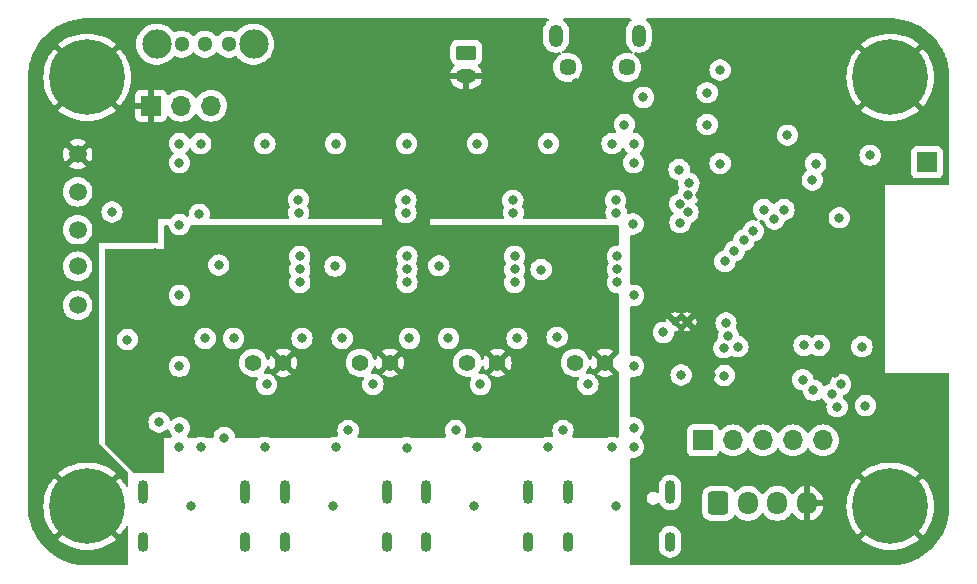
<source format=gbr>
%TF.GenerationSoftware,KiCad,Pcbnew,8.0.5*%
%TF.CreationDate,2025-06-02T18:12:59+02:00*%
%TF.ProjectId,ChrisPCB,43687269-7350-4434-922e-6b696361645f,rev?*%
%TF.SameCoordinates,Original*%
%TF.FileFunction,Copper,L3,Inr*%
%TF.FilePolarity,Positive*%
%FSLAX46Y46*%
G04 Gerber Fmt 4.6, Leading zero omitted, Abs format (unit mm)*
G04 Created by KiCad (PCBNEW 8.0.5) date 2025-06-02 18:12:59*
%MOMM*%
%LPD*%
G01*
G04 APERTURE LIST*
G04 Aperture macros list*
%AMRoundRect*
0 Rectangle with rounded corners*
0 $1 Rounding radius*
0 $2 $3 $4 $5 $6 $7 $8 $9 X,Y pos of 4 corners*
0 Add a 4 corners polygon primitive as box body*
4,1,4,$2,$3,$4,$5,$6,$7,$8,$9,$2,$3,0*
0 Add four circle primitives for the rounded corners*
1,1,$1+$1,$2,$3*
1,1,$1+$1,$4,$5*
1,1,$1+$1,$6,$7*
1,1,$1+$1,$8,$9*
0 Add four rect primitives between the rounded corners*
20,1,$1+$1,$2,$3,$4,$5,0*
20,1,$1+$1,$4,$5,$6,$7,0*
20,1,$1+$1,$6,$7,$8,$9,0*
20,1,$1+$1,$8,$9,$2,$3,0*%
G04 Aperture macros list end*
%TA.AperFunction,ComponentPad*%
%ADD10C,0.600000*%
%TD*%
%TA.AperFunction,ComponentPad*%
%ADD11O,1.200000X1.900000*%
%TD*%
%TA.AperFunction,ComponentPad*%
%ADD12C,1.450000*%
%TD*%
%TA.AperFunction,ComponentPad*%
%ADD13C,6.400000*%
%TD*%
%TA.AperFunction,ComponentPad*%
%ADD14C,1.400000*%
%TD*%
%TA.AperFunction,ComponentPad*%
%ADD15C,1.500000*%
%TD*%
%TA.AperFunction,ComponentPad*%
%ADD16O,0.900000X2.000000*%
%TD*%
%TA.AperFunction,ComponentPad*%
%ADD17O,0.900000X1.700000*%
%TD*%
%TA.AperFunction,ComponentPad*%
%ADD18RoundRect,0.250000X-0.625000X0.350000X-0.625000X-0.350000X0.625000X-0.350000X0.625000X0.350000X0*%
%TD*%
%TA.AperFunction,ComponentPad*%
%ADD19O,1.750000X1.200000*%
%TD*%
%TA.AperFunction,ComponentPad*%
%ADD20R,1.700000X1.700000*%
%TD*%
%TA.AperFunction,ComponentPad*%
%ADD21RoundRect,0.250000X-0.600000X-0.725000X0.600000X-0.725000X0.600000X0.725000X-0.600000X0.725000X0*%
%TD*%
%TA.AperFunction,ComponentPad*%
%ADD22O,1.700000X1.950000*%
%TD*%
%TA.AperFunction,ComponentPad*%
%ADD23O,1.700000X1.700000*%
%TD*%
%TA.AperFunction,ComponentPad*%
%ADD24C,1.300000*%
%TD*%
%TA.AperFunction,ComponentPad*%
%ADD25C,2.483000*%
%TD*%
%TA.AperFunction,ViaPad*%
%ADD26C,0.800000*%
%TD*%
G04 APERTURE END LIST*
D10*
%TO.N,GND*%
%TO.C,U15*%
X150800000Y-100700000D03*
X149800000Y-100700000D03*
%TD*%
D11*
%TO.N,Shield*%
%TO.C,J11*%
X146700000Y-76462500D03*
D12*
X145700000Y-79162500D03*
X140700000Y-79162500D03*
D11*
X139700000Y-76462500D03*
%TD*%
D13*
%TO.N,GND*%
%TO.C,H3*%
X168000000Y-80000000D03*
%TD*%
D14*
%TO.N,GND*%
%TO.C,TP6*%
X116600000Y-104162500D03*
%TO.N,/Ferro Amplifier 1/Vout*%
X114060000Y-104162500D03*
%TD*%
D13*
%TO.N,GND*%
%TO.C,H1*%
X100000000Y-116320000D03*
%TD*%
D15*
%TO.N,GND*%
%TO.C,TP5*%
X99200000Y-86500000D03*
%TD*%
%TO.N,VRef*%
%TO.C,TP4*%
X99200000Y-99300000D03*
%TD*%
%TO.N,+3.3VA*%
%TO.C,TP3*%
X99200000Y-96000000D03*
%TD*%
D16*
%TO.N,Shield*%
%TO.C,J7*%
X104725000Y-115142500D03*
X113375000Y-115142500D03*
D17*
X104725000Y-119312500D03*
X113375000Y-119312500D03*
%TD*%
D15*
%TO.N,VCC*%
%TO.C,TP1*%
X99200000Y-89700000D03*
%TD*%
D18*
%TO.N,BAT+*%
%TO.C,X1*%
X132100000Y-77900000D03*
D19*
%TO.N,GND*%
X132100000Y-79900000D03*
%TD*%
D14*
%TO.N,GND*%
%TO.C,TP9*%
X143850000Y-104162500D03*
%TO.N,/Ferro Amplifier 4/Vout*%
X141310000Y-104162500D03*
%TD*%
%TO.N,GND*%
%TO.C,TP8*%
X134750000Y-104162500D03*
%TO.N,/Ferro Amplifier 3/Vout*%
X132210000Y-104162500D03*
%TD*%
D20*
%TO.N,Shield*%
%TO.C,J5*%
X171100000Y-87200000D03*
%TD*%
D13*
%TO.N,GND*%
%TO.C,H4*%
X168000000Y-116320000D03*
%TD*%
D16*
%TO.N,Shield*%
%TO.C,J8*%
X116725000Y-115142500D03*
X125375000Y-115142500D03*
D17*
X116725000Y-119312500D03*
X125375000Y-119312500D03*
%TD*%
D16*
%TO.N,Shield*%
%TO.C,J9*%
X128725000Y-115142500D03*
X137375000Y-115142500D03*
D17*
X128725000Y-119312500D03*
X137375000Y-119312500D03*
%TD*%
D21*
%TO.N,+5V_Gen*%
%TO.C,J3*%
X153456000Y-116078000D03*
D22*
%TO.N,UART2 RXD*%
X155956000Y-116078000D03*
%TO.N,UART2 TXD*%
X158456000Y-116078000D03*
%TO.N,GND*%
X160956000Y-116078000D03*
%TD*%
D20*
%TO.N,GND*%
%TO.C,J1*%
X105420000Y-82400000D03*
D23*
%TO.N,+3.3V*%
X107960000Y-82400000D03*
%TO.N,VCC*%
X110500000Y-82400000D03*
%TD*%
D14*
%TO.N,GND*%
%TO.C,TP7*%
X125650000Y-104162500D03*
%TO.N,/Ferro Amplifier 2/Vout*%
X123110000Y-104162500D03*
%TD*%
D13*
%TO.N,GND*%
%TO.C,H2*%
X100000000Y-80000000D03*
%TD*%
D20*
%TO.N,GPIO38*%
%TO.C,J2*%
X152151000Y-110744000D03*
D23*
%TO.N,GPIO39*%
X154691000Y-110744000D03*
%TO.N,GPIO40*%
X157231000Y-110744000D03*
%TO.N,GPIO41*%
X159771000Y-110744000D03*
%TO.N,GPIO42*%
X162311000Y-110744000D03*
%TD*%
D15*
%TO.N,+3.3V*%
%TO.C,TP2*%
X99200000Y-92900000D03*
%TD*%
D16*
%TO.N,Shield*%
%TO.C,J10*%
X140725000Y-115142500D03*
X149375000Y-115142500D03*
D17*
X140725000Y-119312500D03*
X149375000Y-119312500D03*
%TD*%
D24*
%TO.N,Net-(D1-K)*%
%TO.C,S1*%
X112000000Y-77200000D03*
%TO.N,VCC*%
X110000000Y-77200000D03*
%TO.N,unconnected-(S1-Pad3)*%
X108000000Y-77200000D03*
D25*
%TO.N,N/C*%
X114100000Y-77200000D03*
X105900000Y-77200000D03*
%TD*%
D26*
%TO.N,Shield*%
X107825000Y-98462500D03*
X133050000Y-85612500D03*
X146275000Y-111312500D03*
X127050000Y-111350000D03*
X139050000Y-111312500D03*
X115050000Y-111312500D03*
X146275000Y-98462500D03*
X127050000Y-85612500D03*
X121050000Y-85612500D03*
X133050000Y-111312500D03*
X146275000Y-85612500D03*
X121050000Y-111312500D03*
X146275000Y-109687500D03*
X107825000Y-109687500D03*
X107825000Y-92462500D03*
X139050000Y-85612500D03*
X107825000Y-87237500D03*
X109650000Y-111312500D03*
X144450000Y-111312500D03*
X107825000Y-111312500D03*
X146232502Y-92420000D03*
X107825000Y-85612500D03*
X146275000Y-87237500D03*
X146275000Y-104462500D03*
X115050000Y-85612500D03*
X109625000Y-85612500D03*
X144450000Y-85612500D03*
X107825000Y-104462500D03*
%TO.N,+3.3V*%
X166300000Y-86600000D03*
X150300000Y-105200000D03*
X165900000Y-107800000D03*
X163800000Y-106000000D03*
X102112500Y-91400000D03*
X109500000Y-91600000D03*
%TO.N,UART2 TXD*%
X163682719Y-91896788D03*
%TO.N,VBUS*%
X159300000Y-84900000D03*
X147100000Y-81700000D03*
%TO.N,VCC_STATE*%
X161400000Y-88700000D03*
X145500000Y-84000000D03*
%TO.N,BOOT*%
X153600000Y-87297500D03*
X161700000Y-87300000D03*
%TO.N,+3.3VA*%
X133300000Y-106000000D03*
X103400000Y-102200000D03*
X127300000Y-102100000D03*
X115200000Y-106000000D03*
X142400000Y-106000000D03*
X110000000Y-102100000D03*
X118200000Y-102100000D03*
X139800000Y-102000000D03*
X121600000Y-102100000D03*
X112400000Y-102100000D03*
X136400000Y-102100000D03*
X130600000Y-102100000D03*
X124200000Y-106000000D03*
%TO.N,DRDY 1*%
X156400000Y-93000000D03*
X118011250Y-95162500D03*
%TO.N,USBD-*%
X150950000Y-88950000D03*
X150124868Y-87813466D03*
%TO.N,VRef*%
X121000000Y-96000000D03*
X131200000Y-109900000D03*
X120800000Y-116300000D03*
X122100000Y-109900000D03*
X111150000Y-95900000D03*
X129784340Y-95957500D03*
X111600000Y-110500000D03*
X108800000Y-116300000D03*
X140300000Y-109900000D03*
X106100000Y-109200000D03*
X138438599Y-96272878D03*
X144800000Y-116300000D03*
X132800000Y-116300000D03*
%TO.N,SCK*%
X126990000Y-91462500D03*
X144800000Y-91462500D03*
X157300000Y-91200000D03*
X136100000Y-91462500D03*
X117911250Y-91462500D03*
%TO.N,MOSI*%
X136200000Y-97362500D03*
X144900000Y-97362500D03*
X118011250Y-97362500D03*
X127090000Y-97362500D03*
X159000000Y-91200000D03*
%TO.N,MISO*%
X118011250Y-96262500D03*
X144900000Y-96262500D03*
X127090000Y-96262500D03*
X136200000Y-96262500D03*
X158200000Y-92000000D03*
%TO.N,DRDY 2*%
X127090000Y-95162500D03*
X155600000Y-93800000D03*
%TO.N,DRDY 3*%
X136200000Y-95162500D03*
X154800000Y-94700000D03*
%TO.N,DRDY 4*%
X144900000Y-95162500D03*
X154000000Y-95582500D03*
%TO.N,ESP EN*%
X153600000Y-79375000D03*
X165600000Y-102800000D03*
%TO.N,CS 1*%
X150900000Y-90000000D03*
X117900000Y-90351250D03*
%TO.N,CS 2*%
X150192891Y-90707109D03*
X127000000Y-90380000D03*
%TO.N,CS 3*%
X136050000Y-90420000D03*
X150876239Y-91437905D03*
%TO.N,CS 4*%
X144750000Y-90420000D03*
X150200000Y-92300000D03*
%TO.N,LED3*%
X163500000Y-107900000D03*
X153950000Y-105250000D03*
%TO.N,LED4*%
X155100000Y-102800000D03*
X163100000Y-106800000D03*
%TO.N,LED1*%
X161500000Y-106500000D03*
X154100000Y-100800000D03*
%TO.N,LED2*%
X160600000Y-105600000D03*
X154300000Y-101900000D03*
%TO.N,GND*%
X119250000Y-108957500D03*
X106000000Y-102200000D03*
X135350000Y-109757500D03*
X120600000Y-90000000D03*
X151900000Y-90000000D03*
X137350000Y-108957500D03*
X134950000Y-100057500D03*
X138800000Y-90400000D03*
X134000000Y-76200000D03*
X105300000Y-84900000D03*
X129600000Y-90000000D03*
X104000000Y-93000000D03*
X139650000Y-93157500D03*
X116850000Y-100000000D03*
X163100000Y-84400000D03*
X137000000Y-76200000D03*
X110960000Y-100900000D03*
X167600000Y-88000000D03*
X158400000Y-87800000D03*
X117200000Y-76800000D03*
X141400000Y-80500000D03*
X153600000Y-77200000D03*
X117250000Y-109700000D03*
X130550000Y-93157500D03*
X170900000Y-109000000D03*
X143100000Y-82200000D03*
X106000000Y-104400000D03*
X103900000Y-107800000D03*
X163300000Y-105000000D03*
X144450000Y-109757500D03*
X105750000Y-94885661D03*
X137250000Y-100957500D03*
X156950000Y-82850000D03*
X116100000Y-79400000D03*
X127500000Y-80200000D03*
X128250000Y-108957500D03*
X152800000Y-105200000D03*
X110150000Y-108900000D03*
X116700000Y-83300000D03*
X163400000Y-86100000D03*
X103600000Y-88000000D03*
X111500000Y-89800000D03*
X167800000Y-105600000D03*
X121550000Y-93157500D03*
X103600000Y-97200000D03*
X159850000Y-97050000D03*
X131900000Y-82900000D03*
X128150000Y-100957500D03*
X144050000Y-100057500D03*
X125950000Y-100057500D03*
X148100000Y-105200000D03*
X103900000Y-112700000D03*
X160400000Y-77200000D03*
X112450000Y-93100000D03*
X126350000Y-109757500D03*
X119150000Y-100957500D03*
%TO.N,ESP TXD*%
X160700000Y-102700000D03*
X152500000Y-81300000D03*
%TO.N,ESP RXD*%
X152500000Y-84000000D03*
X162000000Y-102700000D03*
%TO.N,EN_5V*%
X153900000Y-102900000D03*
X148800000Y-101600000D03*
%TD*%
%TA.AperFunction,Conductor*%
%TO.N,GND*%
G36*
X139044349Y-75019685D02*
G01*
X139090104Y-75072489D01*
X139100048Y-75141647D01*
X139071023Y-75205203D01*
X139050199Y-75224315D01*
X138983072Y-75273086D01*
X138983070Y-75273088D01*
X138983069Y-75273088D01*
X138860588Y-75395569D01*
X138860588Y-75395570D01*
X138860586Y-75395572D01*
X138816859Y-75455756D01*
X138758768Y-75535711D01*
X138680128Y-75690052D01*
X138626597Y-75854802D01*
X138601730Y-76011811D01*
X138599500Y-76025889D01*
X138599500Y-76899111D01*
X138626598Y-77070201D01*
X138680127Y-77234945D01*
X138758768Y-77389288D01*
X138860586Y-77529428D01*
X138983072Y-77651914D01*
X139123212Y-77753732D01*
X139277555Y-77832373D01*
X139442299Y-77885902D01*
X139613389Y-77913000D01*
X139613390Y-77913000D01*
X139786610Y-77913000D01*
X139786611Y-77913000D01*
X139957701Y-77885902D01*
X139968799Y-77882295D01*
X140038639Y-77880299D01*
X140098472Y-77916378D01*
X140129301Y-77979079D01*
X140121338Y-78048493D01*
X140078242Y-78101801D01*
X139909255Y-78220127D01*
X139909253Y-78220128D01*
X139757628Y-78371753D01*
X139757623Y-78371759D01*
X139634632Y-78547408D01*
X139634631Y-78547410D01*
X139544009Y-78741751D01*
X139544005Y-78741760D01*
X139488509Y-78948875D01*
X139488507Y-78948886D01*
X139469819Y-79162498D01*
X139469819Y-79162501D01*
X139488507Y-79376113D01*
X139488509Y-79376124D01*
X139544005Y-79583239D01*
X139544007Y-79583243D01*
X139544008Y-79583247D01*
X139584343Y-79669745D01*
X139634631Y-79777590D01*
X139725397Y-79907216D01*
X139757627Y-79953245D01*
X139909255Y-80104873D01*
X140084909Y-80227868D01*
X140279253Y-80318492D01*
X140279259Y-80318493D01*
X140279260Y-80318494D01*
X140329109Y-80331850D01*
X140486381Y-80373992D01*
X140638346Y-80387287D01*
X140699998Y-80392681D01*
X140700000Y-80392681D01*
X140700002Y-80392681D01*
X140761654Y-80387287D01*
X140913619Y-80373992D01*
X141120747Y-80318492D01*
X141315091Y-80227868D01*
X141490745Y-80104873D01*
X141642373Y-79953245D01*
X141765368Y-79777591D01*
X141855992Y-79583247D01*
X141911492Y-79376119D01*
X141930181Y-79162500D01*
X141911492Y-78948881D01*
X141855992Y-78741753D01*
X141765368Y-78547410D01*
X141744229Y-78517221D01*
X141642376Y-78371759D01*
X141642371Y-78371753D01*
X141490745Y-78220127D01*
X141315090Y-78097131D01*
X141208061Y-78047223D01*
X141120747Y-78006508D01*
X141120743Y-78006507D01*
X141120739Y-78006505D01*
X140913624Y-77951009D01*
X140913620Y-77951008D01*
X140913619Y-77951008D01*
X140913618Y-77951007D01*
X140913613Y-77951007D01*
X140700002Y-77932319D01*
X140699998Y-77932319D01*
X140486386Y-77951007D01*
X140486375Y-77951009D01*
X140367275Y-77982922D01*
X140297425Y-77981259D01*
X140239563Y-77942096D01*
X140212059Y-77877868D01*
X140223646Y-77808965D01*
X140270644Y-77757265D01*
X140274915Y-77754880D01*
X140276781Y-77753736D01*
X140276782Y-77753734D01*
X140276788Y-77753732D01*
X140416928Y-77651914D01*
X140539414Y-77529428D01*
X140641232Y-77389288D01*
X140719873Y-77234945D01*
X140773402Y-77070201D01*
X140800500Y-76899111D01*
X140800500Y-76025889D01*
X140773402Y-75854799D01*
X140719873Y-75690055D01*
X140641232Y-75535712D01*
X140539414Y-75395572D01*
X140416928Y-75273086D01*
X140349802Y-75224316D01*
X140307139Y-75168988D01*
X140301160Y-75099374D01*
X140333766Y-75037580D01*
X140394605Y-75003222D01*
X140422690Y-75000000D01*
X145977310Y-75000000D01*
X146044349Y-75019685D01*
X146090104Y-75072489D01*
X146100048Y-75141647D01*
X146071023Y-75205203D01*
X146050199Y-75224315D01*
X145983072Y-75273086D01*
X145983070Y-75273088D01*
X145983069Y-75273088D01*
X145860588Y-75395569D01*
X145860588Y-75395570D01*
X145860586Y-75395572D01*
X145816859Y-75455756D01*
X145758768Y-75535711D01*
X145680128Y-75690052D01*
X145626597Y-75854802D01*
X145601730Y-76011811D01*
X145599500Y-76025889D01*
X145599500Y-76899111D01*
X145626598Y-77070201D01*
X145680127Y-77234945D01*
X145758768Y-77389288D01*
X145860586Y-77529428D01*
X145983072Y-77651914D01*
X146069769Y-77714903D01*
X146123218Y-77753736D01*
X146127364Y-77756277D01*
X146126476Y-77757726D01*
X146171911Y-77800642D01*
X146188703Y-77868464D01*
X146166162Y-77934598D01*
X146111444Y-77978046D01*
X146041923Y-77985015D01*
X146032724Y-77982922D01*
X145913624Y-77951009D01*
X145913620Y-77951008D01*
X145913619Y-77951008D01*
X145913618Y-77951007D01*
X145913613Y-77951007D01*
X145700002Y-77932319D01*
X145699998Y-77932319D01*
X145486386Y-77951007D01*
X145486375Y-77951009D01*
X145279260Y-78006505D01*
X145279251Y-78006509D01*
X145084910Y-78097131D01*
X145084908Y-78097132D01*
X144909259Y-78220123D01*
X144909253Y-78220128D01*
X144757628Y-78371753D01*
X144757623Y-78371759D01*
X144634632Y-78547408D01*
X144634631Y-78547410D01*
X144544009Y-78741751D01*
X144544005Y-78741760D01*
X144488509Y-78948875D01*
X144488507Y-78948886D01*
X144469819Y-79162498D01*
X144469819Y-79162501D01*
X144488507Y-79376113D01*
X144488509Y-79376124D01*
X144544005Y-79583239D01*
X144544007Y-79583243D01*
X144544008Y-79583247D01*
X144584343Y-79669745D01*
X144634631Y-79777590D01*
X144725397Y-79907216D01*
X144757627Y-79953245D01*
X144909255Y-80104873D01*
X145084909Y-80227868D01*
X145279253Y-80318492D01*
X145279259Y-80318493D01*
X145279260Y-80318494D01*
X145329109Y-80331850D01*
X145486381Y-80373992D01*
X145638346Y-80387287D01*
X145699998Y-80392681D01*
X145700000Y-80392681D01*
X145700002Y-80392681D01*
X145761654Y-80387287D01*
X145913619Y-80373992D01*
X146120747Y-80318492D01*
X146315091Y-80227868D01*
X146490745Y-80104873D01*
X146642373Y-79953245D01*
X146765368Y-79777591D01*
X146855992Y-79583247D01*
X146911492Y-79376119D01*
X146911590Y-79375000D01*
X152694540Y-79375000D01*
X152714326Y-79563256D01*
X152714327Y-79563259D01*
X152772818Y-79743277D01*
X152772821Y-79743284D01*
X152867467Y-79907216D01*
X152951650Y-80000710D01*
X152994129Y-80047888D01*
X153147265Y-80159148D01*
X153147270Y-80159151D01*
X153320192Y-80236142D01*
X153320197Y-80236144D01*
X153505354Y-80275500D01*
X153505355Y-80275500D01*
X153694644Y-80275500D01*
X153694646Y-80275500D01*
X153879803Y-80236144D01*
X154052730Y-80159151D01*
X154205871Y-80047888D01*
X154248991Y-79999999D01*
X164294922Y-79999999D01*
X164294922Y-80000000D01*
X164315219Y-80387287D01*
X164375886Y-80770323D01*
X164375887Y-80770330D01*
X164476262Y-81144936D01*
X164615244Y-81506994D01*
X164791310Y-81852543D01*
X165002531Y-82177793D01*
X165211095Y-82435350D01*
X165211096Y-82435350D01*
X166705748Y-80940698D01*
X166779588Y-81042330D01*
X166957670Y-81220412D01*
X167059300Y-81294251D01*
X165564648Y-82788903D01*
X165564649Y-82788904D01*
X165822206Y-82997468D01*
X166147456Y-83208689D01*
X166493005Y-83384755D01*
X166855063Y-83523737D01*
X167229669Y-83624112D01*
X167229676Y-83624113D01*
X167612712Y-83684780D01*
X167999999Y-83705078D01*
X168000001Y-83705078D01*
X168387287Y-83684780D01*
X168770323Y-83624113D01*
X168770330Y-83624112D01*
X169144936Y-83523737D01*
X169506994Y-83384755D01*
X169852543Y-83208689D01*
X170177783Y-82997476D01*
X170177785Y-82997475D01*
X170435349Y-82788902D01*
X168940698Y-81294251D01*
X169042330Y-81220412D01*
X169220412Y-81042330D01*
X169294251Y-80940698D01*
X170788902Y-82435349D01*
X170997475Y-82177785D01*
X170997476Y-82177783D01*
X171208689Y-81852543D01*
X171384755Y-81506994D01*
X171523737Y-81144936D01*
X171624112Y-80770330D01*
X171624113Y-80770323D01*
X171684780Y-80387287D01*
X171705078Y-80000000D01*
X171705078Y-79999999D01*
X171684780Y-79612712D01*
X171624113Y-79229676D01*
X171624112Y-79229669D01*
X171523737Y-78855063D01*
X171384755Y-78493005D01*
X171208689Y-78147456D01*
X170997468Y-77822206D01*
X170788904Y-77564649D01*
X170788903Y-77564648D01*
X169294251Y-79059300D01*
X169220412Y-78957670D01*
X169042330Y-78779588D01*
X168940698Y-78705748D01*
X170435350Y-77211096D01*
X170435350Y-77211095D01*
X170177793Y-77002531D01*
X169852543Y-76791310D01*
X169506994Y-76615244D01*
X169144936Y-76476262D01*
X168770330Y-76375887D01*
X168770323Y-76375886D01*
X168387287Y-76315219D01*
X168000001Y-76294922D01*
X167999999Y-76294922D01*
X167612712Y-76315219D01*
X167229676Y-76375886D01*
X167229669Y-76375887D01*
X166855063Y-76476262D01*
X166493005Y-76615244D01*
X166147456Y-76791310D01*
X165822206Y-77002531D01*
X165564648Y-77211095D01*
X165564648Y-77211096D01*
X167059301Y-78705748D01*
X166957670Y-78779588D01*
X166779588Y-78957670D01*
X166705748Y-79059300D01*
X165211096Y-77564648D01*
X165211095Y-77564648D01*
X165002531Y-77822206D01*
X164791310Y-78147456D01*
X164615244Y-78493005D01*
X164476262Y-78855063D01*
X164375887Y-79229669D01*
X164375886Y-79229676D01*
X164315219Y-79612712D01*
X164294922Y-79999999D01*
X154248991Y-79999999D01*
X154332533Y-79907216D01*
X154427179Y-79743284D01*
X154485674Y-79563256D01*
X154505460Y-79375000D01*
X154485674Y-79186744D01*
X154427179Y-79006716D01*
X154332533Y-78842784D01*
X154205871Y-78702112D01*
X154205870Y-78702111D01*
X154052734Y-78590851D01*
X154052729Y-78590848D01*
X153879807Y-78513857D01*
X153879802Y-78513855D01*
X153734001Y-78482865D01*
X153694646Y-78474500D01*
X153505354Y-78474500D01*
X153472897Y-78481398D01*
X153320197Y-78513855D01*
X153320192Y-78513857D01*
X153147270Y-78590848D01*
X153147265Y-78590851D01*
X152994129Y-78702111D01*
X152867466Y-78842785D01*
X152772821Y-79006715D01*
X152772818Y-79006722D01*
X152715412Y-79183401D01*
X152714326Y-79186744D01*
X152694540Y-79375000D01*
X146911590Y-79375000D01*
X146930181Y-79162500D01*
X146911492Y-78948881D01*
X146855992Y-78741753D01*
X146765368Y-78547410D01*
X146744229Y-78517221D01*
X146642376Y-78371759D01*
X146642371Y-78371753D01*
X146490748Y-78220130D01*
X146490738Y-78220121D01*
X146321759Y-78101800D01*
X146278134Y-78047223D01*
X146270942Y-77977725D01*
X146302464Y-77915370D01*
X146362694Y-77879957D01*
X146431203Y-77882296D01*
X146442299Y-77885902D01*
X146613389Y-77913000D01*
X146613390Y-77913000D01*
X146786610Y-77913000D01*
X146786611Y-77913000D01*
X146957701Y-77885902D01*
X147122445Y-77832373D01*
X147276788Y-77753732D01*
X147416928Y-77651914D01*
X147539414Y-77529428D01*
X147641232Y-77389288D01*
X147719873Y-77234945D01*
X147773402Y-77070201D01*
X147800500Y-76899111D01*
X147800500Y-76025889D01*
X147773402Y-75854799D01*
X147719873Y-75690055D01*
X147641232Y-75535712D01*
X147539414Y-75395572D01*
X147416928Y-75273086D01*
X147349802Y-75224316D01*
X147307139Y-75168988D01*
X147301160Y-75099374D01*
X147333766Y-75037580D01*
X147394605Y-75003222D01*
X147422690Y-75000000D01*
X167999290Y-75000000D01*
X168000641Y-75000006D01*
X168213481Y-75002328D01*
X168222915Y-75002792D01*
X168647552Y-75039943D01*
X168658270Y-75041354D01*
X169077393Y-75115256D01*
X169087921Y-75117590D01*
X169499033Y-75227747D01*
X169509322Y-75230992D01*
X169909255Y-75376555D01*
X169919221Y-75380683D01*
X170304942Y-75560547D01*
X170314528Y-75565538D01*
X170683088Y-75778326D01*
X170692203Y-75784132D01*
X171040820Y-76028237D01*
X171049402Y-76034822D01*
X171375420Y-76308383D01*
X171383395Y-76315692D01*
X171684307Y-76616604D01*
X171691616Y-76624579D01*
X171965177Y-76950597D01*
X171971762Y-76959179D01*
X172215864Y-77307792D01*
X172221676Y-77316916D01*
X172434459Y-77685467D01*
X172439454Y-77695062D01*
X172466812Y-77753731D01*
X172603669Y-78047223D01*
X172619310Y-78080764D01*
X172623448Y-78090756D01*
X172663958Y-78202054D01*
X172769003Y-78490664D01*
X172772256Y-78500980D01*
X172863842Y-78842785D01*
X172882405Y-78912061D01*
X172884746Y-78922623D01*
X172958644Y-79341725D01*
X172960056Y-79352450D01*
X172997206Y-79777073D01*
X172997671Y-79786527D01*
X172999993Y-79999357D01*
X173000000Y-80000710D01*
X173000000Y-88976000D01*
X172980315Y-89043039D01*
X172927511Y-89088794D01*
X172876000Y-89100000D01*
X167600000Y-89100000D01*
X167600000Y-105000000D01*
X172876000Y-105000000D01*
X172943039Y-105019685D01*
X172988794Y-105072489D01*
X173000000Y-105124000D01*
X173000000Y-116319289D01*
X172999993Y-116320642D01*
X172997671Y-116533472D01*
X172997206Y-116542926D01*
X172960056Y-116967549D01*
X172958644Y-116978274D01*
X172884746Y-117397376D01*
X172882405Y-117407938D01*
X172772256Y-117819019D01*
X172769003Y-117829335D01*
X172623450Y-118229240D01*
X172619310Y-118239235D01*
X172439454Y-118624937D01*
X172434459Y-118634532D01*
X172221676Y-119003083D01*
X172215864Y-119012207D01*
X171971762Y-119360820D01*
X171965177Y-119369402D01*
X171691616Y-119695420D01*
X171684307Y-119703395D01*
X171383395Y-120004307D01*
X171375420Y-120011616D01*
X171049402Y-120285177D01*
X171040820Y-120291762D01*
X170692207Y-120535864D01*
X170683083Y-120541676D01*
X170314532Y-120754459D01*
X170304937Y-120759454D01*
X169919235Y-120939310D01*
X169909240Y-120943450D01*
X169509335Y-121089003D01*
X169499019Y-121092256D01*
X169087938Y-121202405D01*
X169077376Y-121204746D01*
X168658274Y-121278644D01*
X168647549Y-121280056D01*
X168222926Y-121317206D01*
X168213472Y-121317671D01*
X168005455Y-121319940D01*
X168000640Y-121319993D01*
X167999290Y-121320000D01*
X146124000Y-121320000D01*
X146056961Y-121300315D01*
X146011206Y-121247511D01*
X146000000Y-121196000D01*
X146000000Y-118818879D01*
X148424500Y-118818879D01*
X148424500Y-119806120D01*
X148461025Y-119989743D01*
X148461027Y-119989751D01*
X148532676Y-120162728D01*
X148532681Y-120162737D01*
X148636697Y-120318407D01*
X148636700Y-120318411D01*
X148769088Y-120450799D01*
X148769092Y-120450802D01*
X148924762Y-120554818D01*
X148924768Y-120554821D01*
X148924769Y-120554822D01*
X149097749Y-120626473D01*
X149281379Y-120662999D01*
X149281383Y-120663000D01*
X149281384Y-120663000D01*
X149468617Y-120663000D01*
X149468618Y-120662999D01*
X149652251Y-120626473D01*
X149825231Y-120554822D01*
X149980908Y-120450802D01*
X150113302Y-120318408D01*
X150217322Y-120162731D01*
X150288973Y-119989751D01*
X150325500Y-119806116D01*
X150325500Y-118818884D01*
X150288973Y-118635249D01*
X150217322Y-118462269D01*
X150217321Y-118462268D01*
X150217318Y-118462262D01*
X150113302Y-118306592D01*
X150113299Y-118306588D01*
X149980911Y-118174200D01*
X149980907Y-118174197D01*
X149825237Y-118070181D01*
X149825228Y-118070176D01*
X149652251Y-117998527D01*
X149652243Y-117998525D01*
X149468620Y-117962000D01*
X149468616Y-117962000D01*
X149281384Y-117962000D01*
X149281379Y-117962000D01*
X149097756Y-117998525D01*
X149097748Y-117998527D01*
X148924771Y-118070176D01*
X148924762Y-118070181D01*
X148769092Y-118174197D01*
X148769088Y-118174200D01*
X148636700Y-118306588D01*
X148636697Y-118306592D01*
X148532681Y-118462262D01*
X148532676Y-118462271D01*
X148461027Y-118635248D01*
X148461025Y-118635256D01*
X148424500Y-118818879D01*
X146000000Y-118818879D01*
X146000000Y-115560025D01*
X147389500Y-115560025D01*
X147389500Y-115704975D01*
X147411243Y-115786120D01*
X147427017Y-115844988D01*
X147499488Y-115970511D01*
X147499490Y-115970513D01*
X147499491Y-115970515D01*
X147601985Y-116073009D01*
X147601986Y-116073010D01*
X147601988Y-116073011D01*
X147727511Y-116145482D01*
X147727512Y-116145482D01*
X147727515Y-116145484D01*
X147867525Y-116183000D01*
X147867528Y-116183000D01*
X148012472Y-116183000D01*
X148012475Y-116183000D01*
X148152485Y-116145484D01*
X148278015Y-116073009D01*
X148306445Y-116044578D01*
X148367764Y-116011095D01*
X148437456Y-116016079D01*
X148493390Y-116057949D01*
X148508685Y-116084808D01*
X148532676Y-116142727D01*
X148532681Y-116142737D01*
X148636697Y-116298407D01*
X148636700Y-116298411D01*
X148769088Y-116430799D01*
X148769092Y-116430802D01*
X148924762Y-116534818D01*
X148924771Y-116534823D01*
X148963956Y-116551054D01*
X149097749Y-116606473D01*
X149281379Y-116642999D01*
X149281383Y-116643000D01*
X149281384Y-116643000D01*
X149468617Y-116643000D01*
X149468618Y-116642999D01*
X149652251Y-116606473D01*
X149825231Y-116534822D01*
X149980908Y-116430802D01*
X150113302Y-116298408D01*
X150217322Y-116142731D01*
X150288973Y-115969751D01*
X150325500Y-115786116D01*
X150325500Y-115302983D01*
X152105500Y-115302983D01*
X152105500Y-116853001D01*
X152105501Y-116853018D01*
X152116000Y-116955796D01*
X152116001Y-116955799D01*
X152160581Y-117090330D01*
X152171186Y-117122334D01*
X152263288Y-117271656D01*
X152387344Y-117395712D01*
X152536666Y-117487814D01*
X152703203Y-117542999D01*
X152805991Y-117553500D01*
X154106008Y-117553499D01*
X154208797Y-117542999D01*
X154375334Y-117487814D01*
X154524656Y-117395712D01*
X154648712Y-117271656D01*
X154740814Y-117122334D01*
X154740814Y-117122331D01*
X154744178Y-117116879D01*
X154796126Y-117070154D01*
X154865088Y-117058931D01*
X154929170Y-117086774D01*
X154937398Y-117094294D01*
X155076213Y-117233109D01*
X155248179Y-117358048D01*
X155248181Y-117358049D01*
X155248184Y-117358051D01*
X155437588Y-117454557D01*
X155639757Y-117520246D01*
X155849713Y-117553500D01*
X155849714Y-117553500D01*
X156062286Y-117553500D01*
X156062287Y-117553500D01*
X156272243Y-117520246D01*
X156474412Y-117454557D01*
X156663816Y-117358051D01*
X156685789Y-117342086D01*
X156835786Y-117233109D01*
X156835788Y-117233106D01*
X156835792Y-117233104D01*
X156986104Y-117082792D01*
X157105683Y-116918204D01*
X157161011Y-116875540D01*
X157230624Y-116869561D01*
X157292420Y-116902166D01*
X157306313Y-116918199D01*
X157342168Y-116967549D01*
X157425896Y-117082792D01*
X157576213Y-117233109D01*
X157748179Y-117358048D01*
X157748181Y-117358049D01*
X157748184Y-117358051D01*
X157937588Y-117454557D01*
X158139757Y-117520246D01*
X158349713Y-117553500D01*
X158349714Y-117553500D01*
X158562286Y-117553500D01*
X158562287Y-117553500D01*
X158772243Y-117520246D01*
X158974412Y-117454557D01*
X159163816Y-117358051D01*
X159185789Y-117342086D01*
X159335786Y-117233109D01*
X159335788Y-117233106D01*
X159335792Y-117233104D01*
X159486104Y-117082792D01*
X159605991Y-116917779D01*
X159661320Y-116875115D01*
X159730933Y-116869136D01*
X159792729Y-116901741D01*
X159806627Y-116917781D01*
X159926272Y-117082459D01*
X159926276Y-117082464D01*
X160076535Y-117232723D01*
X160076540Y-117232727D01*
X160248442Y-117357620D01*
X160437782Y-117454095D01*
X160639871Y-117519757D01*
X160706000Y-117530231D01*
X160706000Y-116482145D01*
X160772657Y-116520630D01*
X160893465Y-116553000D01*
X161018535Y-116553000D01*
X161139343Y-116520630D01*
X161206000Y-116482145D01*
X161206000Y-117530230D01*
X161272126Y-117519757D01*
X161272129Y-117519757D01*
X161474217Y-117454095D01*
X161663557Y-117357620D01*
X161835459Y-117232727D01*
X161835464Y-117232723D01*
X161985723Y-117082464D01*
X161985727Y-117082459D01*
X162110620Y-116910557D01*
X162207095Y-116721217D01*
X162272757Y-116519130D01*
X162272757Y-116519127D01*
X162303030Y-116328000D01*
X161360146Y-116328000D01*
X161364765Y-116319999D01*
X164294922Y-116319999D01*
X164294922Y-116320000D01*
X164315219Y-116707287D01*
X164375886Y-117090323D01*
X164375887Y-117090330D01*
X164476262Y-117464936D01*
X164615244Y-117826994D01*
X164791310Y-118172543D01*
X165002531Y-118497793D01*
X165211095Y-118755350D01*
X165211096Y-118755350D01*
X166705748Y-117260698D01*
X166779588Y-117362330D01*
X166957670Y-117540412D01*
X167059300Y-117614251D01*
X165564648Y-119108903D01*
X165564649Y-119108904D01*
X165822206Y-119317468D01*
X166147456Y-119528689D01*
X166493005Y-119704755D01*
X166855063Y-119843737D01*
X167229669Y-119944112D01*
X167229676Y-119944113D01*
X167612712Y-120004780D01*
X167999999Y-120025078D01*
X168000001Y-120025078D01*
X168387287Y-120004780D01*
X168770323Y-119944113D01*
X168770330Y-119944112D01*
X169144936Y-119843737D01*
X169506994Y-119704755D01*
X169852543Y-119528689D01*
X170177783Y-119317476D01*
X170177785Y-119317475D01*
X170435349Y-119108902D01*
X168940698Y-117614251D01*
X169042330Y-117540412D01*
X169220412Y-117362330D01*
X169294251Y-117260698D01*
X170788902Y-118755349D01*
X170997475Y-118497785D01*
X170997476Y-118497783D01*
X171208689Y-118172543D01*
X171384755Y-117826994D01*
X171523737Y-117464936D01*
X171624112Y-117090330D01*
X171624113Y-117090323D01*
X171684780Y-116707287D01*
X171705078Y-116320000D01*
X171705078Y-116319999D01*
X171684780Y-115932712D01*
X171624113Y-115549676D01*
X171624112Y-115549669D01*
X171523737Y-115175063D01*
X171384755Y-114813005D01*
X171208689Y-114467456D01*
X170997468Y-114142206D01*
X170788904Y-113884649D01*
X170788903Y-113884648D01*
X169294251Y-115379300D01*
X169220412Y-115277670D01*
X169042330Y-115099588D01*
X168940698Y-115025748D01*
X170435350Y-113531096D01*
X170435350Y-113531095D01*
X170177793Y-113322531D01*
X169852543Y-113111310D01*
X169506994Y-112935244D01*
X169144936Y-112796262D01*
X168770330Y-112695887D01*
X168770323Y-112695886D01*
X168387287Y-112635219D01*
X168000001Y-112614922D01*
X167999999Y-112614922D01*
X167612712Y-112635219D01*
X167229676Y-112695886D01*
X167229669Y-112695887D01*
X166855063Y-112796262D01*
X166493005Y-112935244D01*
X166147456Y-113111310D01*
X165822206Y-113322531D01*
X165564648Y-113531095D01*
X165564648Y-113531096D01*
X167059301Y-115025748D01*
X166957670Y-115099588D01*
X166779588Y-115277670D01*
X166705748Y-115379300D01*
X165211096Y-113884648D01*
X165211095Y-113884648D01*
X165002531Y-114142206D01*
X164791310Y-114467456D01*
X164615244Y-114813005D01*
X164476262Y-115175063D01*
X164375887Y-115549669D01*
X164375886Y-115549676D01*
X164315219Y-115932712D01*
X164294922Y-116319999D01*
X161364765Y-116319999D01*
X161398630Y-116261343D01*
X161431000Y-116140535D01*
X161431000Y-116015465D01*
X161398630Y-115894657D01*
X161360146Y-115828000D01*
X162303030Y-115828000D01*
X162272757Y-115636872D01*
X162272757Y-115636869D01*
X162207095Y-115434782D01*
X162110620Y-115245442D01*
X161985727Y-115073540D01*
X161985723Y-115073535D01*
X161835464Y-114923276D01*
X161835459Y-114923272D01*
X161663557Y-114798379D01*
X161474215Y-114701903D01*
X161272124Y-114636241D01*
X161206000Y-114625768D01*
X161206000Y-115673854D01*
X161139343Y-115635370D01*
X161018535Y-115603000D01*
X160893465Y-115603000D01*
X160772657Y-115635370D01*
X160706000Y-115673854D01*
X160706000Y-114625768D01*
X160705999Y-114625768D01*
X160639875Y-114636241D01*
X160437784Y-114701903D01*
X160248442Y-114798379D01*
X160076540Y-114923272D01*
X160076535Y-114923276D01*
X159926276Y-115073535D01*
X159926272Y-115073540D01*
X159806627Y-115238218D01*
X159751297Y-115280884D01*
X159681684Y-115286863D01*
X159619889Y-115254257D01*
X159605991Y-115238218D01*
X159486109Y-115073214D01*
X159486105Y-115073209D01*
X159335786Y-114922890D01*
X159163820Y-114797951D01*
X158974414Y-114701444D01*
X158974413Y-114701443D01*
X158974412Y-114701443D01*
X158772243Y-114635754D01*
X158772241Y-114635753D01*
X158772240Y-114635753D01*
X158610957Y-114610208D01*
X158562287Y-114602500D01*
X158349713Y-114602500D01*
X158301042Y-114610208D01*
X158139760Y-114635753D01*
X157937585Y-114701444D01*
X157748179Y-114797951D01*
X157576213Y-114922890D01*
X157425894Y-115073209D01*
X157425890Y-115073214D01*
X157306318Y-115237793D01*
X157250989Y-115280459D01*
X157181375Y-115286438D01*
X157119580Y-115253833D01*
X157105682Y-115237793D01*
X156986109Y-115073214D01*
X156986105Y-115073209D01*
X156835786Y-114922890D01*
X156663820Y-114797951D01*
X156474414Y-114701444D01*
X156474413Y-114701443D01*
X156474412Y-114701443D01*
X156272243Y-114635754D01*
X156272241Y-114635753D01*
X156272240Y-114635753D01*
X156110957Y-114610208D01*
X156062287Y-114602500D01*
X155849713Y-114602500D01*
X155801042Y-114610208D01*
X155639760Y-114635753D01*
X155437585Y-114701444D01*
X155248179Y-114797951D01*
X155076215Y-114922889D01*
X154937398Y-115061706D01*
X154876075Y-115095190D01*
X154806383Y-115090206D01*
X154750450Y-115048334D01*
X154744178Y-115039120D01*
X154648712Y-114884344D01*
X154524657Y-114760289D01*
X154524656Y-114760288D01*
X154375334Y-114668186D01*
X154208797Y-114613001D01*
X154208795Y-114613000D01*
X154106010Y-114602500D01*
X152805998Y-114602500D01*
X152805981Y-114602501D01*
X152703203Y-114613000D01*
X152703200Y-114613001D01*
X152536668Y-114668185D01*
X152536663Y-114668187D01*
X152387342Y-114760289D01*
X152263289Y-114884342D01*
X152171187Y-115033663D01*
X152171185Y-115033668D01*
X152143349Y-115117670D01*
X152116001Y-115200203D01*
X152116001Y-115200204D01*
X152116000Y-115200204D01*
X152105500Y-115302983D01*
X150325500Y-115302983D01*
X150325500Y-114498884D01*
X150288973Y-114315249D01*
X150217322Y-114142269D01*
X150217321Y-114142268D01*
X150217318Y-114142262D01*
X150113302Y-113986592D01*
X150113299Y-113986588D01*
X149980911Y-113854200D01*
X149980907Y-113854197D01*
X149825237Y-113750181D01*
X149825228Y-113750176D01*
X149652251Y-113678527D01*
X149652243Y-113678525D01*
X149468620Y-113642000D01*
X149468616Y-113642000D01*
X149281384Y-113642000D01*
X149281379Y-113642000D01*
X149097756Y-113678525D01*
X149097748Y-113678527D01*
X148924771Y-113750176D01*
X148924762Y-113750181D01*
X148769092Y-113854197D01*
X148769088Y-113854200D01*
X148636700Y-113986588D01*
X148636697Y-113986592D01*
X148532681Y-114142262D01*
X148532676Y-114142271D01*
X148461027Y-114315248D01*
X148461025Y-114315256D01*
X148424500Y-114498879D01*
X148424500Y-115061789D01*
X148404815Y-115128828D01*
X148352011Y-115174583D01*
X148282853Y-115184527D01*
X148238500Y-115169176D01*
X148152488Y-115119517D01*
X148152489Y-115119517D01*
X148141006Y-115116440D01*
X148012475Y-115082000D01*
X147867525Y-115082000D01*
X147738993Y-115116440D01*
X147727511Y-115119517D01*
X147601988Y-115191988D01*
X147601982Y-115191993D01*
X147499493Y-115294482D01*
X147499488Y-115294488D01*
X147427017Y-115420011D01*
X147427016Y-115420015D01*
X147389500Y-115560025D01*
X146000000Y-115560025D01*
X146000000Y-112327791D01*
X146019685Y-112260752D01*
X146072489Y-112214997D01*
X146141647Y-112205053D01*
X146149754Y-112206495D01*
X146180354Y-112213000D01*
X146180356Y-112213000D01*
X146369644Y-112213000D01*
X146369646Y-112213000D01*
X146554803Y-112173644D01*
X146727730Y-112096651D01*
X146880871Y-111985388D01*
X147007533Y-111844716D01*
X147102179Y-111680784D01*
X147160674Y-111500756D01*
X147180460Y-111312500D01*
X147160674Y-111124244D01*
X147102179Y-110944216D01*
X147007533Y-110780284D01*
X146880871Y-110639612D01*
X146826786Y-110600317D01*
X146784121Y-110544989D01*
X146778142Y-110475375D01*
X146810747Y-110413580D01*
X146826787Y-110399682D01*
X146841543Y-110388961D01*
X146880871Y-110360388D01*
X147007533Y-110219716D01*
X147102179Y-110055784D01*
X147160674Y-109875756D01*
X147163787Y-109846135D01*
X150800500Y-109846135D01*
X150800500Y-111641870D01*
X150800501Y-111641876D01*
X150806908Y-111701483D01*
X150857202Y-111836328D01*
X150857206Y-111836335D01*
X150943452Y-111951544D01*
X150943455Y-111951547D01*
X151058664Y-112037793D01*
X151058671Y-112037797D01*
X151193517Y-112088091D01*
X151193516Y-112088091D01*
X151200444Y-112088835D01*
X151253127Y-112094500D01*
X153048872Y-112094499D01*
X153108483Y-112088091D01*
X153243331Y-112037796D01*
X153358546Y-111951546D01*
X153444796Y-111836331D01*
X153493810Y-111704916D01*
X153535681Y-111648984D01*
X153601145Y-111624566D01*
X153669418Y-111639417D01*
X153697673Y-111660569D01*
X153819599Y-111782495D01*
X153908457Y-111844714D01*
X154013165Y-111918032D01*
X154013167Y-111918033D01*
X154013170Y-111918035D01*
X154227337Y-112017903D01*
X154455592Y-112079063D01*
X154632034Y-112094500D01*
X154690999Y-112099659D01*
X154691000Y-112099659D01*
X154691001Y-112099659D01*
X154749966Y-112094500D01*
X154926408Y-112079063D01*
X155154663Y-112017903D01*
X155368830Y-111918035D01*
X155562401Y-111782495D01*
X155729495Y-111615401D01*
X155859425Y-111429842D01*
X155914002Y-111386217D01*
X155983500Y-111379023D01*
X156045855Y-111410546D01*
X156062575Y-111429842D01*
X156192500Y-111615395D01*
X156192505Y-111615401D01*
X156359599Y-111782495D01*
X156448457Y-111844714D01*
X156553165Y-111918032D01*
X156553167Y-111918033D01*
X156553170Y-111918035D01*
X156767337Y-112017903D01*
X156995592Y-112079063D01*
X157172034Y-112094500D01*
X157230999Y-112099659D01*
X157231000Y-112099659D01*
X157231001Y-112099659D01*
X157289966Y-112094500D01*
X157466408Y-112079063D01*
X157694663Y-112017903D01*
X157908830Y-111918035D01*
X158102401Y-111782495D01*
X158269495Y-111615401D01*
X158399425Y-111429842D01*
X158454002Y-111386217D01*
X158523500Y-111379023D01*
X158585855Y-111410546D01*
X158602575Y-111429842D01*
X158732500Y-111615395D01*
X158732505Y-111615401D01*
X158899599Y-111782495D01*
X158988457Y-111844714D01*
X159093165Y-111918032D01*
X159093167Y-111918033D01*
X159093170Y-111918035D01*
X159307337Y-112017903D01*
X159535592Y-112079063D01*
X159712034Y-112094500D01*
X159770999Y-112099659D01*
X159771000Y-112099659D01*
X159771001Y-112099659D01*
X159829966Y-112094500D01*
X160006408Y-112079063D01*
X160234663Y-112017903D01*
X160448830Y-111918035D01*
X160642401Y-111782495D01*
X160809495Y-111615401D01*
X160939425Y-111429842D01*
X160994002Y-111386217D01*
X161063500Y-111379023D01*
X161125855Y-111410546D01*
X161142575Y-111429842D01*
X161272500Y-111615395D01*
X161272505Y-111615401D01*
X161439599Y-111782495D01*
X161528457Y-111844714D01*
X161633165Y-111918032D01*
X161633167Y-111918033D01*
X161633170Y-111918035D01*
X161847337Y-112017903D01*
X162075592Y-112079063D01*
X162252034Y-112094500D01*
X162310999Y-112099659D01*
X162311000Y-112099659D01*
X162311001Y-112099659D01*
X162369966Y-112094500D01*
X162546408Y-112079063D01*
X162774663Y-112017903D01*
X162988830Y-111918035D01*
X163182401Y-111782495D01*
X163349495Y-111615401D01*
X163485035Y-111421830D01*
X163584903Y-111207663D01*
X163646063Y-110979408D01*
X163666659Y-110744000D01*
X163664589Y-110720346D01*
X163649247Y-110544989D01*
X163646063Y-110508592D01*
X163593317Y-110311740D01*
X163584905Y-110280344D01*
X163584904Y-110280343D01*
X163584903Y-110280337D01*
X163485035Y-110066171D01*
X163479425Y-110058158D01*
X163349494Y-109872597D01*
X163182402Y-109705506D01*
X163182395Y-109705501D01*
X162988834Y-109569967D01*
X162988830Y-109569965D01*
X162937510Y-109546034D01*
X162774663Y-109470097D01*
X162774659Y-109470096D01*
X162774655Y-109470094D01*
X162546413Y-109408938D01*
X162546403Y-109408936D01*
X162311001Y-109388341D01*
X162310999Y-109388341D01*
X162075596Y-109408936D01*
X162075586Y-109408938D01*
X161847344Y-109470094D01*
X161847335Y-109470098D01*
X161633171Y-109569964D01*
X161633169Y-109569965D01*
X161439597Y-109705505D01*
X161272505Y-109872597D01*
X161142575Y-110058158D01*
X161087998Y-110101783D01*
X161018500Y-110108977D01*
X160956145Y-110077454D01*
X160939425Y-110058158D01*
X160809494Y-109872597D01*
X160642402Y-109705506D01*
X160642395Y-109705501D01*
X160448834Y-109569967D01*
X160448830Y-109569965D01*
X160397510Y-109546034D01*
X160234663Y-109470097D01*
X160234659Y-109470096D01*
X160234655Y-109470094D01*
X160006413Y-109408938D01*
X160006403Y-109408936D01*
X159771001Y-109388341D01*
X159770999Y-109388341D01*
X159535596Y-109408936D01*
X159535586Y-109408938D01*
X159307344Y-109470094D01*
X159307335Y-109470098D01*
X159093171Y-109569964D01*
X159093169Y-109569965D01*
X158899597Y-109705505D01*
X158732505Y-109872597D01*
X158602575Y-110058158D01*
X158547998Y-110101783D01*
X158478500Y-110108977D01*
X158416145Y-110077454D01*
X158399425Y-110058158D01*
X158269494Y-109872597D01*
X158102402Y-109705506D01*
X158102395Y-109705501D01*
X157908834Y-109569967D01*
X157908830Y-109569965D01*
X157857510Y-109546034D01*
X157694663Y-109470097D01*
X157694659Y-109470096D01*
X157694655Y-109470094D01*
X157466413Y-109408938D01*
X157466403Y-109408936D01*
X157231001Y-109388341D01*
X157230999Y-109388341D01*
X156995596Y-109408936D01*
X156995586Y-109408938D01*
X156767344Y-109470094D01*
X156767335Y-109470098D01*
X156553171Y-109569964D01*
X156553169Y-109569965D01*
X156359597Y-109705505D01*
X156192505Y-109872597D01*
X156062575Y-110058158D01*
X156007998Y-110101783D01*
X155938500Y-110108977D01*
X155876145Y-110077454D01*
X155859425Y-110058158D01*
X155729494Y-109872597D01*
X155562402Y-109705506D01*
X155562395Y-109705501D01*
X155368834Y-109569967D01*
X155368830Y-109569965D01*
X155317510Y-109546034D01*
X155154663Y-109470097D01*
X155154659Y-109470096D01*
X155154655Y-109470094D01*
X154926413Y-109408938D01*
X154926403Y-109408936D01*
X154691001Y-109388341D01*
X154690999Y-109388341D01*
X154455596Y-109408936D01*
X154455586Y-109408938D01*
X154227344Y-109470094D01*
X154227335Y-109470098D01*
X154013171Y-109569964D01*
X154013169Y-109569965D01*
X153819600Y-109705503D01*
X153697673Y-109827430D01*
X153636350Y-109860914D01*
X153566658Y-109855930D01*
X153510725Y-109814058D01*
X153493810Y-109783081D01*
X153444797Y-109651671D01*
X153444793Y-109651664D01*
X153358547Y-109536455D01*
X153358544Y-109536452D01*
X153243335Y-109450206D01*
X153243328Y-109450202D01*
X153108482Y-109399908D01*
X153108483Y-109399908D01*
X153048883Y-109393501D01*
X153048881Y-109393500D01*
X153048873Y-109393500D01*
X153048864Y-109393500D01*
X151253129Y-109393500D01*
X151253123Y-109393501D01*
X151193516Y-109399908D01*
X151058671Y-109450202D01*
X151058664Y-109450206D01*
X150943455Y-109536452D01*
X150943452Y-109536455D01*
X150857206Y-109651664D01*
X150857202Y-109651671D01*
X150806908Y-109786517D01*
X150800501Y-109846116D01*
X150800500Y-109846135D01*
X147163787Y-109846135D01*
X147180460Y-109687500D01*
X147160674Y-109499244D01*
X147102179Y-109319216D01*
X147007533Y-109155284D01*
X146880871Y-109014612D01*
X146876918Y-109011740D01*
X146727734Y-108903351D01*
X146727729Y-108903348D01*
X146554807Y-108826357D01*
X146554802Y-108826355D01*
X146409001Y-108795365D01*
X146369646Y-108787000D01*
X146180354Y-108787000D01*
X146149778Y-108793498D01*
X146080112Y-108788181D01*
X146024379Y-108746043D01*
X146000275Y-108680463D01*
X146000000Y-108672208D01*
X146000000Y-105477791D01*
X146019685Y-105410752D01*
X146072489Y-105364997D01*
X146141647Y-105355053D01*
X146149754Y-105356495D01*
X146180354Y-105363000D01*
X146180356Y-105363000D01*
X146369644Y-105363000D01*
X146369646Y-105363000D01*
X146554803Y-105323644D01*
X146727730Y-105246651D01*
X146791940Y-105200000D01*
X149394540Y-105200000D01*
X149414326Y-105388256D01*
X149414327Y-105388259D01*
X149472818Y-105568277D01*
X149472821Y-105568284D01*
X149567467Y-105732216D01*
X149639070Y-105811739D01*
X149694129Y-105872888D01*
X149847265Y-105984148D01*
X149847270Y-105984151D01*
X150020192Y-106061142D01*
X150020197Y-106061144D01*
X150205354Y-106100500D01*
X150205355Y-106100500D01*
X150394644Y-106100500D01*
X150394646Y-106100500D01*
X150579803Y-106061144D01*
X150752730Y-105984151D01*
X150905871Y-105872888D01*
X151032533Y-105732216D01*
X151127179Y-105568284D01*
X151185674Y-105388256D01*
X151200205Y-105250000D01*
X153044540Y-105250000D01*
X153064326Y-105438256D01*
X153064327Y-105438259D01*
X153122818Y-105618277D01*
X153122821Y-105618284D01*
X153217467Y-105782216D01*
X153244060Y-105811750D01*
X153344129Y-105922888D01*
X153497265Y-106034148D01*
X153497270Y-106034151D01*
X153670192Y-106111142D01*
X153670197Y-106111144D01*
X153855354Y-106150500D01*
X153855355Y-106150500D01*
X154044644Y-106150500D01*
X154044646Y-106150500D01*
X154229803Y-106111144D01*
X154402730Y-106034151D01*
X154555871Y-105922888D01*
X154682533Y-105782216D01*
X154777179Y-105618284D01*
X154783120Y-105600000D01*
X159694540Y-105600000D01*
X159714326Y-105788256D01*
X159714327Y-105788259D01*
X159772818Y-105968277D01*
X159772821Y-105968284D01*
X159867467Y-106132216D01*
X159986650Y-106264582D01*
X159994129Y-106272888D01*
X160147265Y-106384148D01*
X160147270Y-106384151D01*
X160320192Y-106461142D01*
X160320193Y-106461142D01*
X160320197Y-106461144D01*
X160505354Y-106500500D01*
X160505355Y-106500500D01*
X160508507Y-106501170D01*
X160569989Y-106534362D01*
X160603766Y-106595525D01*
X160606048Y-106609498D01*
X160614325Y-106688255D01*
X160672818Y-106868277D01*
X160672821Y-106868284D01*
X160767467Y-107032216D01*
X160836125Y-107108468D01*
X160894129Y-107172888D01*
X161047265Y-107284148D01*
X161047270Y-107284151D01*
X161220192Y-107361142D01*
X161220197Y-107361144D01*
X161405354Y-107400500D01*
X161405355Y-107400500D01*
X161594644Y-107400500D01*
X161594646Y-107400500D01*
X161779803Y-107361144D01*
X161952730Y-107284151D01*
X162105871Y-107172888D01*
X162105870Y-107172888D01*
X162111129Y-107169068D01*
X162112330Y-107170721D01*
X162166617Y-107144646D01*
X162235955Y-107153245D01*
X162289637Y-107197967D01*
X162294029Y-107205018D01*
X162367465Y-107332214D01*
X162457057Y-107431716D01*
X162494129Y-107472888D01*
X162575107Y-107531722D01*
X162581271Y-107536200D01*
X162623937Y-107591529D01*
X162629916Y-107661143D01*
X162626318Y-107674832D01*
X162614328Y-107711736D01*
X162614327Y-107711740D01*
X162614326Y-107711744D01*
X162594540Y-107900000D01*
X162614326Y-108088256D01*
X162614327Y-108088259D01*
X162672818Y-108268277D01*
X162672821Y-108268284D01*
X162767467Y-108432216D01*
X162852911Y-108527111D01*
X162894129Y-108572888D01*
X163047265Y-108684148D01*
X163047270Y-108684151D01*
X163220192Y-108761142D01*
X163220197Y-108761144D01*
X163405354Y-108800500D01*
X163405355Y-108800500D01*
X163594644Y-108800500D01*
X163594646Y-108800500D01*
X163779803Y-108761144D01*
X163952730Y-108684151D01*
X164105871Y-108572888D01*
X164232533Y-108432216D01*
X164327179Y-108268284D01*
X164385674Y-108088256D01*
X164405460Y-107900000D01*
X164394950Y-107800000D01*
X164994540Y-107800000D01*
X165014326Y-107988256D01*
X165014327Y-107988259D01*
X165072818Y-108168277D01*
X165072821Y-108168284D01*
X165167467Y-108332216D01*
X165173446Y-108338856D01*
X165294129Y-108472888D01*
X165447265Y-108584148D01*
X165447270Y-108584151D01*
X165620192Y-108661142D01*
X165620197Y-108661144D01*
X165805354Y-108700500D01*
X165805355Y-108700500D01*
X165994644Y-108700500D01*
X165994646Y-108700500D01*
X166179803Y-108661144D01*
X166352730Y-108584151D01*
X166505871Y-108472888D01*
X166632533Y-108332216D01*
X166727179Y-108168284D01*
X166785674Y-107988256D01*
X166805460Y-107800000D01*
X166785674Y-107611744D01*
X166727179Y-107431716D01*
X166632533Y-107267784D01*
X166505871Y-107127112D01*
X166490369Y-107115849D01*
X166352734Y-107015851D01*
X166352729Y-107015848D01*
X166179807Y-106938857D01*
X166179802Y-106938855D01*
X166034001Y-106907865D01*
X165994646Y-106899500D01*
X165805354Y-106899500D01*
X165772897Y-106906398D01*
X165620197Y-106938855D01*
X165620192Y-106938857D01*
X165447270Y-107015848D01*
X165447265Y-107015851D01*
X165294129Y-107127111D01*
X165167466Y-107267785D01*
X165072821Y-107431715D01*
X165072818Y-107431722D01*
X165020894Y-107591529D01*
X165014326Y-107611744D01*
X164994540Y-107800000D01*
X164394950Y-107800000D01*
X164385674Y-107711744D01*
X164327179Y-107531716D01*
X164232533Y-107367784D01*
X164105871Y-107227112D01*
X164031238Y-107172888D01*
X164018727Y-107163798D01*
X163976062Y-107108468D01*
X163970083Y-107038854D01*
X163973679Y-107025171D01*
X163985674Y-106988256D01*
X163987771Y-106968300D01*
X164014353Y-106903689D01*
X164071650Y-106863703D01*
X164073631Y-106863162D01*
X164073628Y-106863150D01*
X164079799Y-106861144D01*
X164079803Y-106861144D01*
X164079806Y-106861142D01*
X164079808Y-106861142D01*
X164138058Y-106835206D01*
X164252730Y-106784151D01*
X164405871Y-106672888D01*
X164532533Y-106532216D01*
X164627179Y-106368284D01*
X164685674Y-106188256D01*
X164705460Y-106000000D01*
X164685674Y-105811744D01*
X164627179Y-105631716D01*
X164532533Y-105467784D01*
X164405871Y-105327112D01*
X164401095Y-105323642D01*
X164252734Y-105215851D01*
X164252729Y-105215848D01*
X164079807Y-105138857D01*
X164079802Y-105138855D01*
X163934001Y-105107865D01*
X163894646Y-105099500D01*
X163705354Y-105099500D01*
X163672897Y-105106398D01*
X163520197Y-105138855D01*
X163520192Y-105138857D01*
X163347270Y-105215848D01*
X163347265Y-105215851D01*
X163194129Y-105327111D01*
X163067466Y-105467785D01*
X162972821Y-105631715D01*
X162972818Y-105631722D01*
X162914327Y-105811739D01*
X162914325Y-105811750D01*
X162912228Y-105831700D01*
X162885643Y-105896314D01*
X162828345Y-105936298D01*
X162826372Y-105936836D01*
X162826376Y-105936848D01*
X162820194Y-105938856D01*
X162647270Y-106015848D01*
X162647265Y-106015851D01*
X162488871Y-106130932D01*
X162487677Y-106129288D01*
X162433309Y-106155365D01*
X162363976Y-106146725D01*
X162310320Y-106101971D01*
X162305988Y-106095013D01*
X162232533Y-105967784D01*
X162105871Y-105827112D01*
X162084719Y-105811744D01*
X161952734Y-105715851D01*
X161952729Y-105715848D01*
X161779807Y-105638857D01*
X161779802Y-105638855D01*
X161591491Y-105598829D01*
X161530009Y-105565637D01*
X161496233Y-105504474D01*
X161493951Y-105490499D01*
X161485674Y-105411745D01*
X161485672Y-105411740D01*
X161427179Y-105231716D01*
X161332533Y-105067784D01*
X161205871Y-104927112D01*
X161205870Y-104927111D01*
X161052734Y-104815851D01*
X161052729Y-104815848D01*
X160879807Y-104738857D01*
X160879802Y-104738855D01*
X160734001Y-104707865D01*
X160694646Y-104699500D01*
X160505354Y-104699500D01*
X160472897Y-104706398D01*
X160320197Y-104738855D01*
X160320192Y-104738857D01*
X160147270Y-104815848D01*
X160147265Y-104815851D01*
X159994129Y-104927111D01*
X159867466Y-105067785D01*
X159772821Y-105231715D01*
X159772818Y-105231722D01*
X159714648Y-105410752D01*
X159714326Y-105411744D01*
X159694540Y-105600000D01*
X154783120Y-105600000D01*
X154835674Y-105438256D01*
X154855460Y-105250000D01*
X154835674Y-105061744D01*
X154777179Y-104881716D01*
X154682533Y-104717784D01*
X154555871Y-104577112D01*
X154555870Y-104577111D01*
X154402734Y-104465851D01*
X154402729Y-104465848D01*
X154229807Y-104388857D01*
X154229802Y-104388855D01*
X154084001Y-104357865D01*
X154044646Y-104349500D01*
X153855354Y-104349500D01*
X153822897Y-104356398D01*
X153670197Y-104388855D01*
X153670192Y-104388857D01*
X153497270Y-104465848D01*
X153497265Y-104465851D01*
X153344129Y-104577111D01*
X153217466Y-104717785D01*
X153122821Y-104881715D01*
X153122818Y-104881722D01*
X153064327Y-105061740D01*
X153064326Y-105061744D01*
X153044540Y-105250000D01*
X151200205Y-105250000D01*
X151205460Y-105200000D01*
X151185674Y-105011744D01*
X151127179Y-104831716D01*
X151032533Y-104667784D01*
X150905871Y-104527112D01*
X150844578Y-104482580D01*
X150752734Y-104415851D01*
X150752729Y-104415848D01*
X150579807Y-104338857D01*
X150579802Y-104338855D01*
X150434001Y-104307865D01*
X150394646Y-104299500D01*
X150205354Y-104299500D01*
X150172897Y-104306398D01*
X150020197Y-104338855D01*
X150020192Y-104338857D01*
X149847270Y-104415848D01*
X149847265Y-104415851D01*
X149694129Y-104527111D01*
X149567466Y-104667785D01*
X149472821Y-104831715D01*
X149472818Y-104831722D01*
X149418142Y-105000000D01*
X149414326Y-105011744D01*
X149394540Y-105200000D01*
X146791940Y-105200000D01*
X146880871Y-105135388D01*
X147007533Y-104994716D01*
X147102179Y-104830784D01*
X147160674Y-104650756D01*
X147180460Y-104462500D01*
X147160674Y-104274244D01*
X147102179Y-104094216D01*
X147007533Y-103930284D01*
X146880871Y-103789612D01*
X146880870Y-103789611D01*
X146727734Y-103678351D01*
X146727729Y-103678348D01*
X146554807Y-103601357D01*
X146554802Y-103601355D01*
X146409001Y-103570365D01*
X146369646Y-103562000D01*
X146180354Y-103562000D01*
X146149778Y-103568498D01*
X146080112Y-103563181D01*
X146024379Y-103521043D01*
X146000275Y-103455463D01*
X146000000Y-103447208D01*
X146000000Y-102900000D01*
X152994540Y-102900000D01*
X153014326Y-103088256D01*
X153014327Y-103088259D01*
X153072818Y-103268277D01*
X153072821Y-103268284D01*
X153167467Y-103432216D01*
X153283553Y-103561142D01*
X153294129Y-103572888D01*
X153447265Y-103684148D01*
X153447270Y-103684151D01*
X153620192Y-103761142D01*
X153620197Y-103761144D01*
X153805354Y-103800500D01*
X153805355Y-103800500D01*
X153994644Y-103800500D01*
X153994646Y-103800500D01*
X154179803Y-103761144D01*
X154352730Y-103684151D01*
X154495936Y-103580105D01*
X154561740Y-103556627D01*
X154629794Y-103572452D01*
X154641708Y-103580110D01*
X154647266Y-103584149D01*
X154647270Y-103584151D01*
X154820192Y-103661142D01*
X154820197Y-103661144D01*
X155005354Y-103700500D01*
X155005355Y-103700500D01*
X155194644Y-103700500D01*
X155194646Y-103700500D01*
X155379803Y-103661144D01*
X155552730Y-103584151D01*
X155705871Y-103472888D01*
X155832533Y-103332216D01*
X155927179Y-103168284D01*
X155985674Y-102988256D01*
X156005460Y-102800000D01*
X155994950Y-102700000D01*
X159794540Y-102700000D01*
X159814326Y-102888256D01*
X159814327Y-102888259D01*
X159872818Y-103068277D01*
X159872821Y-103068284D01*
X159967467Y-103232216D01*
X160073758Y-103350264D01*
X160094129Y-103372888D01*
X160247265Y-103484148D01*
X160247270Y-103484151D01*
X160420192Y-103561142D01*
X160420197Y-103561144D01*
X160605354Y-103600500D01*
X160605355Y-103600500D01*
X160794644Y-103600500D01*
X160794646Y-103600500D01*
X160979803Y-103561144D01*
X161152730Y-103484151D01*
X161277116Y-103393778D01*
X161342921Y-103370300D01*
X161410975Y-103386125D01*
X161422872Y-103393771D01*
X161531768Y-103472888D01*
X161547270Y-103484151D01*
X161720192Y-103561142D01*
X161720197Y-103561144D01*
X161905354Y-103600500D01*
X161905355Y-103600500D01*
X162094644Y-103600500D01*
X162094646Y-103600500D01*
X162279803Y-103561144D01*
X162452730Y-103484151D01*
X162605871Y-103372888D01*
X162732533Y-103232216D01*
X162827179Y-103068284D01*
X162885674Y-102888256D01*
X162894950Y-102800000D01*
X164694540Y-102800000D01*
X164714326Y-102988256D01*
X164714327Y-102988259D01*
X164772818Y-103168277D01*
X164772821Y-103168284D01*
X164867467Y-103332216D01*
X164994129Y-103472888D01*
X165147265Y-103584148D01*
X165147270Y-103584151D01*
X165320192Y-103661142D01*
X165320197Y-103661144D01*
X165505354Y-103700500D01*
X165505355Y-103700500D01*
X165694644Y-103700500D01*
X165694646Y-103700500D01*
X165879803Y-103661144D01*
X166052730Y-103584151D01*
X166205871Y-103472888D01*
X166332533Y-103332216D01*
X166427179Y-103168284D01*
X166485674Y-102988256D01*
X166505460Y-102800000D01*
X166485674Y-102611744D01*
X166427179Y-102431716D01*
X166332533Y-102267784D01*
X166205871Y-102127112D01*
X166205870Y-102127111D01*
X166052734Y-102015851D01*
X166052729Y-102015848D01*
X165879807Y-101938857D01*
X165879802Y-101938855D01*
X165734001Y-101907865D01*
X165694646Y-101899500D01*
X165505354Y-101899500D01*
X165472897Y-101906398D01*
X165320197Y-101938855D01*
X165320192Y-101938857D01*
X165147270Y-102015848D01*
X165147265Y-102015851D01*
X164994129Y-102127111D01*
X164867466Y-102267785D01*
X164772821Y-102431715D01*
X164772818Y-102431722D01*
X164740166Y-102532216D01*
X164714326Y-102611744D01*
X164694540Y-102800000D01*
X162894950Y-102800000D01*
X162905460Y-102700000D01*
X162885674Y-102511744D01*
X162827179Y-102331716D01*
X162732533Y-102167784D01*
X162605871Y-102027112D01*
X162590369Y-102015849D01*
X162452734Y-101915851D01*
X162452729Y-101915848D01*
X162279807Y-101838857D01*
X162279802Y-101838855D01*
X162134001Y-101807865D01*
X162094646Y-101799500D01*
X161905354Y-101799500D01*
X161872897Y-101806398D01*
X161720197Y-101838855D01*
X161720192Y-101838857D01*
X161547271Y-101915848D01*
X161422885Y-102006219D01*
X161357078Y-102029698D01*
X161289024Y-102013872D01*
X161277115Y-102006219D01*
X161184398Y-101938857D01*
X161152730Y-101915849D01*
X161152728Y-101915848D01*
X161152729Y-101915848D01*
X160979807Y-101838857D01*
X160979802Y-101838855D01*
X160834001Y-101807865D01*
X160794646Y-101799500D01*
X160605354Y-101799500D01*
X160572897Y-101806398D01*
X160420197Y-101838855D01*
X160420192Y-101838857D01*
X160247270Y-101915848D01*
X160247265Y-101915851D01*
X160094129Y-102027111D01*
X159967466Y-102167785D01*
X159872821Y-102331715D01*
X159872818Y-102331722D01*
X159830767Y-102461144D01*
X159814326Y-102511744D01*
X159794540Y-102700000D01*
X155994950Y-102700000D01*
X155985674Y-102611744D01*
X155927179Y-102431716D01*
X155832533Y-102267784D01*
X155705871Y-102127112D01*
X155705870Y-102127111D01*
X155552734Y-102015851D01*
X155552729Y-102015848D01*
X155379807Y-101938857D01*
X155379802Y-101938855D01*
X155293775Y-101920570D01*
X155232293Y-101887378D01*
X155198517Y-101826215D01*
X155196238Y-101812262D01*
X155185674Y-101711744D01*
X155127179Y-101531716D01*
X155032533Y-101367784D01*
X155006485Y-101338855D01*
X154955387Y-101282104D01*
X154925157Y-101219112D01*
X154929606Y-101160814D01*
X154959833Y-101067785D01*
X154985674Y-100988256D01*
X155005460Y-100800000D01*
X154985674Y-100611744D01*
X154927179Y-100431716D01*
X154832533Y-100267784D01*
X154705871Y-100127112D01*
X154705870Y-100127111D01*
X154552734Y-100015851D01*
X154552729Y-100015848D01*
X154379807Y-99938857D01*
X154379802Y-99938855D01*
X154234001Y-99907865D01*
X154194646Y-99899500D01*
X154005354Y-99899500D01*
X153972897Y-99906398D01*
X153820197Y-99938855D01*
X153820192Y-99938857D01*
X153647270Y-100015848D01*
X153647265Y-100015851D01*
X153494129Y-100127111D01*
X153367466Y-100267785D01*
X153272821Y-100431715D01*
X153272818Y-100431722D01*
X153214327Y-100611740D01*
X153214326Y-100611744D01*
X153194540Y-100800000D01*
X153214326Y-100988256D01*
X153214327Y-100988259D01*
X153272818Y-101168277D01*
X153272821Y-101168284D01*
X153367467Y-101332216D01*
X153373446Y-101338856D01*
X153444613Y-101417895D01*
X153474843Y-101480886D01*
X153470394Y-101539185D01*
X153428610Y-101667784D01*
X153414326Y-101711744D01*
X153400966Y-101838856D01*
X153394593Y-101899500D01*
X153394540Y-101900000D01*
X153411874Y-102064930D01*
X153399306Y-102133658D01*
X153361440Y-102178208D01*
X153294127Y-102227113D01*
X153167466Y-102367785D01*
X153072821Y-102531715D01*
X153072818Y-102531722D01*
X153040166Y-102632216D01*
X153014326Y-102711744D01*
X152994540Y-102900000D01*
X146000000Y-102900000D01*
X146000000Y-101600000D01*
X147894540Y-101600000D01*
X147914326Y-101788256D01*
X147914327Y-101788259D01*
X147972818Y-101968277D01*
X147972821Y-101968284D01*
X148067467Y-102132216D01*
X148152912Y-102227112D01*
X148194129Y-102272888D01*
X148347265Y-102384148D01*
X148347270Y-102384151D01*
X148520192Y-102461142D01*
X148520197Y-102461144D01*
X148705354Y-102500500D01*
X148705355Y-102500500D01*
X148894644Y-102500500D01*
X148894646Y-102500500D01*
X149079803Y-102461144D01*
X149252730Y-102384151D01*
X149405871Y-102272888D01*
X149532533Y-102132216D01*
X149627179Y-101968284D01*
X149685674Y-101788256D01*
X149704009Y-101613802D01*
X149730592Y-101549191D01*
X149787889Y-101509206D01*
X149813446Y-101503547D01*
X149979137Y-101484878D01*
X149979141Y-101484877D01*
X150149305Y-101425334D01*
X150149306Y-101425334D01*
X150163106Y-101416661D01*
X150163106Y-101416660D01*
X150436892Y-101416660D01*
X150436892Y-101416661D01*
X150450692Y-101425333D01*
X150450691Y-101425333D01*
X150620861Y-101484878D01*
X150799997Y-101505062D01*
X150800003Y-101505062D01*
X150979138Y-101484878D01*
X150979141Y-101484877D01*
X151149305Y-101425334D01*
X151149306Y-101425334D01*
X151163106Y-101416661D01*
X151163106Y-101416660D01*
X150800001Y-101053553D01*
X150800000Y-101053553D01*
X150436892Y-101416660D01*
X150163106Y-101416660D01*
X149800000Y-101053553D01*
X149421583Y-100675136D01*
X149675000Y-100675136D01*
X149675000Y-100724864D01*
X149694030Y-100770807D01*
X149729193Y-100805970D01*
X149775136Y-100825000D01*
X149824864Y-100825000D01*
X149870807Y-100805970D01*
X149905970Y-100770807D01*
X149925000Y-100724864D01*
X149925000Y-100699999D01*
X150153553Y-100699999D01*
X150300000Y-100846446D01*
X150446446Y-100700001D01*
X150446446Y-100700000D01*
X150421582Y-100675136D01*
X150675000Y-100675136D01*
X150675000Y-100724864D01*
X150694030Y-100770807D01*
X150729193Y-100805970D01*
X150775136Y-100825000D01*
X150824864Y-100825000D01*
X150870807Y-100805970D01*
X150905970Y-100770807D01*
X150925000Y-100724864D01*
X150925000Y-100700000D01*
X151153553Y-100700000D01*
X151516660Y-101063106D01*
X151516661Y-101063106D01*
X151525334Y-101049306D01*
X151525334Y-101049305D01*
X151584877Y-100879141D01*
X151584878Y-100879138D01*
X151605062Y-100700002D01*
X151605062Y-100699997D01*
X151584878Y-100520861D01*
X151525333Y-100350692D01*
X151516661Y-100336892D01*
X151516660Y-100336892D01*
X151153553Y-100700000D01*
X150925000Y-100700000D01*
X150925000Y-100675136D01*
X150905970Y-100629193D01*
X150870807Y-100594030D01*
X150824864Y-100575000D01*
X150775136Y-100575000D01*
X150729193Y-100594030D01*
X150694030Y-100629193D01*
X150675000Y-100675136D01*
X150421582Y-100675136D01*
X150300000Y-100553553D01*
X150153553Y-100699999D01*
X149925000Y-100699999D01*
X149925000Y-100675136D01*
X149905970Y-100629193D01*
X149870807Y-100594030D01*
X149824864Y-100575000D01*
X149775136Y-100575000D01*
X149729193Y-100594030D01*
X149694030Y-100629193D01*
X149675000Y-100675136D01*
X149421583Y-100675136D01*
X149083338Y-100336891D01*
X149083337Y-100336891D01*
X149074667Y-100350691D01*
X149074662Y-100350701D01*
X149015122Y-100520858D01*
X149015121Y-100520861D01*
X149007401Y-100589384D01*
X148980334Y-100653798D01*
X148922739Y-100693353D01*
X148884181Y-100699500D01*
X148705354Y-100699500D01*
X148672897Y-100706398D01*
X148520197Y-100738855D01*
X148520192Y-100738857D01*
X148347270Y-100815848D01*
X148347265Y-100815851D01*
X148194129Y-100927111D01*
X148067466Y-101067785D01*
X147972821Y-101231715D01*
X147972818Y-101231722D01*
X147914327Y-101411740D01*
X147914326Y-101411744D01*
X147894540Y-101600000D01*
X146000000Y-101600000D01*
X146000000Y-99983337D01*
X149436891Y-99983337D01*
X149436891Y-99983338D01*
X149800000Y-100346446D01*
X149800001Y-100346446D01*
X150163107Y-99983338D01*
X150163105Y-99983337D01*
X150436891Y-99983337D01*
X150436891Y-99983338D01*
X150800000Y-100346446D01*
X150800001Y-100346446D01*
X151163107Y-99983338D01*
X151149304Y-99974665D01*
X150979138Y-99915121D01*
X150800003Y-99894938D01*
X150799997Y-99894938D01*
X150620861Y-99915121D01*
X150620858Y-99915122D01*
X150450701Y-99974662D01*
X150450691Y-99974667D01*
X150436891Y-99983337D01*
X150163105Y-99983337D01*
X150149304Y-99974665D01*
X149979138Y-99915121D01*
X149800003Y-99894938D01*
X149799997Y-99894938D01*
X149620861Y-99915121D01*
X149620858Y-99915122D01*
X149450701Y-99974662D01*
X149450691Y-99974667D01*
X149436891Y-99983337D01*
X146000000Y-99983337D01*
X146000000Y-99477791D01*
X146019685Y-99410752D01*
X146072489Y-99364997D01*
X146141647Y-99355053D01*
X146149754Y-99356495D01*
X146180354Y-99363000D01*
X146180356Y-99363000D01*
X146369644Y-99363000D01*
X146369646Y-99363000D01*
X146554803Y-99323644D01*
X146727730Y-99246651D01*
X146880871Y-99135388D01*
X147007533Y-98994716D01*
X147102179Y-98830784D01*
X147160674Y-98650756D01*
X147180460Y-98462500D01*
X147160674Y-98274244D01*
X147102179Y-98094216D01*
X147007533Y-97930284D01*
X146880871Y-97789612D01*
X146880870Y-97789611D01*
X146727734Y-97678351D01*
X146727729Y-97678348D01*
X146554807Y-97601357D01*
X146554802Y-97601355D01*
X146409001Y-97570365D01*
X146369646Y-97562000D01*
X146180354Y-97562000D01*
X146149778Y-97568498D01*
X146080112Y-97563181D01*
X146024379Y-97521043D01*
X146000275Y-97455463D01*
X146000000Y-97447208D01*
X146000000Y-95582500D01*
X153094540Y-95582500D01*
X153114326Y-95770756D01*
X153114327Y-95770759D01*
X153172818Y-95950777D01*
X153172821Y-95950784D01*
X153267467Y-96114716D01*
X153333683Y-96188256D01*
X153394129Y-96255388D01*
X153547265Y-96366648D01*
X153547270Y-96366651D01*
X153720192Y-96443642D01*
X153720197Y-96443644D01*
X153905354Y-96483000D01*
X153905355Y-96483000D01*
X154094644Y-96483000D01*
X154094646Y-96483000D01*
X154279803Y-96443644D01*
X154452730Y-96366651D01*
X154605871Y-96255388D01*
X154732533Y-96114716D01*
X154827179Y-95950784D01*
X154885674Y-95770756D01*
X154894355Y-95688154D01*
X154920938Y-95623544D01*
X154978235Y-95583558D01*
X154991892Y-95579829D01*
X155079803Y-95561144D01*
X155079806Y-95561142D01*
X155079808Y-95561142D01*
X155145885Y-95531722D01*
X155252730Y-95484151D01*
X155405871Y-95372888D01*
X155532533Y-95232216D01*
X155627179Y-95068284D01*
X155685674Y-94888256D01*
X155696236Y-94787755D01*
X155722820Y-94723142D01*
X155780118Y-94683157D01*
X155793750Y-94679434D01*
X155879803Y-94661144D01*
X155879807Y-94661142D01*
X155879808Y-94661142D01*
X155963229Y-94624000D01*
X156052730Y-94584151D01*
X156205871Y-94472888D01*
X156332533Y-94332216D01*
X156427179Y-94168284D01*
X156485674Y-93988256D01*
X156485674Y-93988248D01*
X156487024Y-93981903D01*
X156488691Y-93982257D01*
X156512062Y-93925437D01*
X156569355Y-93885447D01*
X156583022Y-93881714D01*
X156679803Y-93861144D01*
X156679806Y-93861142D01*
X156679808Y-93861142D01*
X156738058Y-93835206D01*
X156852730Y-93784151D01*
X157005871Y-93672888D01*
X157132533Y-93532216D01*
X157227179Y-93368284D01*
X157285674Y-93188256D01*
X157305460Y-93000000D01*
X157285674Y-92811744D01*
X157227179Y-92631716D01*
X157132533Y-92467784D01*
X157005871Y-92327112D01*
X156954441Y-92289746D01*
X156911777Y-92234417D01*
X156905798Y-92164803D01*
X156938404Y-92103009D01*
X156999243Y-92068651D01*
X157053106Y-92068139D01*
X157205354Y-92100500D01*
X157205361Y-92100500D01*
X157208566Y-92100837D01*
X157210303Y-92101551D01*
X157211711Y-92101851D01*
X157211656Y-92102108D01*
X157273182Y-92127418D01*
X157313169Y-92184714D01*
X157313541Y-92185840D01*
X157372818Y-92368277D01*
X157372821Y-92368284D01*
X157467467Y-92532216D01*
X157557063Y-92631722D01*
X157594129Y-92672888D01*
X157747265Y-92784148D01*
X157747270Y-92784151D01*
X157920192Y-92861142D01*
X157920197Y-92861144D01*
X158105354Y-92900500D01*
X158105355Y-92900500D01*
X158294644Y-92900500D01*
X158294646Y-92900500D01*
X158479803Y-92861144D01*
X158652730Y-92784151D01*
X158805871Y-92672888D01*
X158932533Y-92532216D01*
X159027179Y-92368284D01*
X159085674Y-92188256D01*
X159085674Y-92188248D01*
X159087024Y-92181903D01*
X159088691Y-92182257D01*
X159112062Y-92125437D01*
X159169355Y-92085447D01*
X159183022Y-92081714D01*
X159279803Y-92061144D01*
X159279806Y-92061142D01*
X159279808Y-92061142D01*
X159338085Y-92035195D01*
X159452730Y-91984151D01*
X159572975Y-91896788D01*
X162777259Y-91896788D01*
X162797045Y-92085044D01*
X162797046Y-92085047D01*
X162855537Y-92265065D01*
X162855540Y-92265072D01*
X162950186Y-92429004D01*
X163031836Y-92519685D01*
X163076848Y-92569676D01*
X163229984Y-92680936D01*
X163229989Y-92680939D01*
X163402911Y-92757930D01*
X163402916Y-92757932D01*
X163588073Y-92797288D01*
X163588074Y-92797288D01*
X163777363Y-92797288D01*
X163777365Y-92797288D01*
X163962522Y-92757932D01*
X164135449Y-92680939D01*
X164288590Y-92569676D01*
X164415252Y-92429004D01*
X164509898Y-92265072D01*
X164568393Y-92085044D01*
X164588179Y-91896788D01*
X164568393Y-91708532D01*
X164509898Y-91528504D01*
X164415252Y-91364572D01*
X164288590Y-91223900D01*
X164271859Y-91211744D01*
X164135453Y-91112639D01*
X164135448Y-91112636D01*
X163962526Y-91035645D01*
X163962521Y-91035643D01*
X163816720Y-91004653D01*
X163777365Y-90996288D01*
X163588073Y-90996288D01*
X163555616Y-91003186D01*
X163402916Y-91035643D01*
X163402911Y-91035645D01*
X163229989Y-91112636D01*
X163229984Y-91112639D01*
X163076848Y-91223899D01*
X162950185Y-91364573D01*
X162855540Y-91528503D01*
X162855537Y-91528510D01*
X162806852Y-91678348D01*
X162797045Y-91708532D01*
X162777259Y-91896788D01*
X159572975Y-91896788D01*
X159605871Y-91872888D01*
X159732533Y-91732216D01*
X159827179Y-91568284D01*
X159885674Y-91388256D01*
X159905460Y-91200000D01*
X159885674Y-91011744D01*
X159827179Y-90831716D01*
X159732533Y-90667784D01*
X159605871Y-90527112D01*
X159605870Y-90527111D01*
X159452734Y-90415851D01*
X159452729Y-90415848D01*
X159279807Y-90338857D01*
X159279802Y-90338855D01*
X159134001Y-90307865D01*
X159094646Y-90299500D01*
X158905354Y-90299500D01*
X158872897Y-90306398D01*
X158720197Y-90338855D01*
X158720192Y-90338857D01*
X158547270Y-90415848D01*
X158547265Y-90415851D01*
X158394129Y-90527111D01*
X158267467Y-90667783D01*
X158257387Y-90685243D01*
X158206819Y-90733458D01*
X158138212Y-90746680D01*
X158073347Y-90720712D01*
X158042613Y-90685243D01*
X158035480Y-90672888D01*
X158032533Y-90667784D01*
X157905871Y-90527112D01*
X157905870Y-90527111D01*
X157752734Y-90415851D01*
X157752729Y-90415848D01*
X157579807Y-90338857D01*
X157579802Y-90338855D01*
X157434001Y-90307865D01*
X157394646Y-90299500D01*
X157205354Y-90299500D01*
X157172897Y-90306398D01*
X157020197Y-90338855D01*
X157020192Y-90338857D01*
X156847270Y-90415848D01*
X156847265Y-90415851D01*
X156694129Y-90527111D01*
X156567466Y-90667785D01*
X156472821Y-90831715D01*
X156472818Y-90831722D01*
X156421244Y-90990452D01*
X156414326Y-91011744D01*
X156394540Y-91200000D01*
X156414326Y-91388256D01*
X156414327Y-91388259D01*
X156472818Y-91568277D01*
X156472821Y-91568284D01*
X156567467Y-91732216D01*
X156661784Y-91836965D01*
X156694129Y-91872888D01*
X156745556Y-91910252D01*
X156788222Y-91965582D01*
X156794201Y-92035195D01*
X156761595Y-92096990D01*
X156700757Y-92131347D01*
X156646890Y-92131860D01*
X156552231Y-92111740D01*
X156494646Y-92099500D01*
X156305354Y-92099500D01*
X156272897Y-92106398D01*
X156120197Y-92138855D01*
X156120192Y-92138857D01*
X155947270Y-92215848D01*
X155947265Y-92215851D01*
X155794129Y-92327111D01*
X155667466Y-92467785D01*
X155572821Y-92631715D01*
X155572818Y-92631722D01*
X155514327Y-92811739D01*
X155512976Y-92818098D01*
X155511312Y-92817744D01*
X155487919Y-92874583D01*
X155430616Y-92914560D01*
X155416975Y-92918284D01*
X155320196Y-92938856D01*
X155320192Y-92938857D01*
X155147270Y-93015848D01*
X155147265Y-93015851D01*
X154994129Y-93127111D01*
X154867466Y-93267785D01*
X154772821Y-93431715D01*
X154772818Y-93431722D01*
X154740166Y-93532216D01*
X154714326Y-93611744D01*
X154704327Y-93706881D01*
X154703764Y-93712242D01*
X154677179Y-93776856D01*
X154619882Y-93816841D01*
X154606224Y-93820570D01*
X154520197Y-93838855D01*
X154520192Y-93838857D01*
X154347270Y-93915848D01*
X154347265Y-93915851D01*
X154194129Y-94027111D01*
X154067466Y-94167785D01*
X153972821Y-94331715D01*
X153972818Y-94331722D01*
X153914327Y-94511739D01*
X153914326Y-94511741D01*
X153905644Y-94594343D01*
X153879058Y-94658958D01*
X153821760Y-94698941D01*
X153808105Y-94702670D01*
X153720196Y-94721356D01*
X153720192Y-94721357D01*
X153547270Y-94798348D01*
X153547265Y-94798351D01*
X153394129Y-94909611D01*
X153267466Y-95050285D01*
X153172821Y-95214215D01*
X153172818Y-95214222D01*
X153121265Y-95372888D01*
X153114326Y-95394244D01*
X153094540Y-95582500D01*
X146000000Y-95582500D01*
X146000000Y-93443726D01*
X146019685Y-93376687D01*
X146072489Y-93330932D01*
X146131357Y-93321323D01*
X146131357Y-93320500D01*
X146136404Y-93320500D01*
X146136974Y-93320407D01*
X146137854Y-93320499D01*
X146137856Y-93320500D01*
X146137858Y-93320500D01*
X146327146Y-93320500D01*
X146327148Y-93320500D01*
X146512305Y-93281144D01*
X146685232Y-93204151D01*
X146838373Y-93092888D01*
X146965035Y-92952216D01*
X147059681Y-92788284D01*
X147118176Y-92608256D01*
X147137962Y-92420000D01*
X147118176Y-92231744D01*
X147059681Y-92051716D01*
X146965035Y-91887784D01*
X146838373Y-91747112D01*
X146838372Y-91747111D01*
X146685236Y-91635851D01*
X146685231Y-91635848D01*
X146512309Y-91558857D01*
X146512304Y-91558855D01*
X146366503Y-91527865D01*
X146327148Y-91519500D01*
X146137856Y-91519500D01*
X146105399Y-91526398D01*
X145952699Y-91558855D01*
X145878903Y-91591712D01*
X145809653Y-91600996D01*
X145746377Y-91571368D01*
X145709164Y-91512233D01*
X145705148Y-91465465D01*
X145705460Y-91462500D01*
X145685674Y-91274244D01*
X145627179Y-91094216D01*
X145549658Y-90959946D01*
X145533186Y-90892048D01*
X145549659Y-90835949D01*
X145577179Y-90788284D01*
X145635674Y-90608256D01*
X145655460Y-90420000D01*
X145635674Y-90231744D01*
X145577179Y-90051716D01*
X145482533Y-89887784D01*
X145355871Y-89747112D01*
X145300816Y-89707112D01*
X145202734Y-89635851D01*
X145202729Y-89635848D01*
X145029807Y-89558857D01*
X145029802Y-89558855D01*
X144884001Y-89527865D01*
X144844646Y-89519500D01*
X144655354Y-89519500D01*
X144622897Y-89526398D01*
X144470197Y-89558855D01*
X144470192Y-89558857D01*
X144297270Y-89635848D01*
X144297265Y-89635851D01*
X144144129Y-89747111D01*
X144017466Y-89887785D01*
X143922821Y-90051715D01*
X143922818Y-90051722D01*
X143864327Y-90231740D01*
X143864326Y-90231744D01*
X143844540Y-90420000D01*
X143864326Y-90608256D01*
X143864327Y-90608259D01*
X143922818Y-90788277D01*
X143922820Y-90788281D01*
X143922821Y-90788284D01*
X143968327Y-90867103D01*
X144000340Y-90922552D01*
X144016812Y-90990452D01*
X144000340Y-91046550D01*
X143972820Y-91094216D01*
X143922317Y-91249649D01*
X143914326Y-91274244D01*
X143894540Y-91462500D01*
X143914326Y-91650756D01*
X143914327Y-91650759D01*
X143974829Y-91836965D01*
X143972147Y-91837836D01*
X143979776Y-91894847D01*
X143950131Y-91958116D01*
X143890986Y-91995313D01*
X143857217Y-92000000D01*
X137042783Y-92000000D01*
X136975744Y-91980315D01*
X136929989Y-91927511D01*
X136920045Y-91858353D01*
X136926122Y-91837274D01*
X136925171Y-91836965D01*
X136946822Y-91770329D01*
X136985674Y-91650756D01*
X137005460Y-91462500D01*
X136985674Y-91274244D01*
X136927179Y-91094216D01*
X136849658Y-90959946D01*
X136833186Y-90892048D01*
X136849659Y-90835949D01*
X136877179Y-90788284D01*
X136935674Y-90608256D01*
X136955460Y-90420000D01*
X136935674Y-90231744D01*
X136877179Y-90051716D01*
X136782533Y-89887784D01*
X136655871Y-89747112D01*
X136600816Y-89707112D01*
X136502734Y-89635851D01*
X136502729Y-89635848D01*
X136329807Y-89558857D01*
X136329802Y-89558855D01*
X136184001Y-89527865D01*
X136144646Y-89519500D01*
X135955354Y-89519500D01*
X135922897Y-89526398D01*
X135770197Y-89558855D01*
X135770192Y-89558857D01*
X135597270Y-89635848D01*
X135597265Y-89635851D01*
X135444129Y-89747111D01*
X135317466Y-89887785D01*
X135222821Y-90051715D01*
X135222818Y-90051722D01*
X135164327Y-90231740D01*
X135164326Y-90231744D01*
X135144540Y-90420000D01*
X135164326Y-90608256D01*
X135164327Y-90608259D01*
X135222818Y-90788277D01*
X135222820Y-90788281D01*
X135222821Y-90788284D01*
X135268327Y-90867103D01*
X135300340Y-90922552D01*
X135316812Y-90990452D01*
X135300340Y-91046550D01*
X135272820Y-91094216D01*
X135222317Y-91249649D01*
X135214326Y-91274244D01*
X135194540Y-91462500D01*
X135214326Y-91650756D01*
X135214327Y-91650759D01*
X135274829Y-91836965D01*
X135272147Y-91837836D01*
X135279776Y-91894847D01*
X135250131Y-91958116D01*
X135190986Y-91995313D01*
X135157217Y-92000000D01*
X129000000Y-92000000D01*
X129000000Y-92500000D01*
X144876000Y-92500000D01*
X144943039Y-92519685D01*
X144988794Y-92572489D01*
X145000000Y-92624000D01*
X145000000Y-94138000D01*
X144980315Y-94205039D01*
X144927511Y-94250794D01*
X144876000Y-94262000D01*
X144805354Y-94262000D01*
X144772897Y-94268898D01*
X144620197Y-94301355D01*
X144620192Y-94301357D01*
X144447270Y-94378348D01*
X144447265Y-94378351D01*
X144294129Y-94489611D01*
X144167466Y-94630285D01*
X144072821Y-94794215D01*
X144072818Y-94794222D01*
X144014327Y-94974240D01*
X144014326Y-94974244D01*
X143994540Y-95162500D01*
X144014326Y-95350756D01*
X144014327Y-95350759D01*
X144072818Y-95530777D01*
X144072821Y-95530784D01*
X144131097Y-95631722D01*
X144141939Y-95650500D01*
X144158412Y-95718400D01*
X144141939Y-95774500D01*
X144072821Y-95894215D01*
X144072818Y-95894222D01*
X144014327Y-96074240D01*
X144014326Y-96074244D01*
X143994540Y-96262500D01*
X144014326Y-96450756D01*
X144014327Y-96450759D01*
X144072818Y-96630777D01*
X144072821Y-96630784D01*
X144141939Y-96750500D01*
X144158412Y-96818400D01*
X144141939Y-96874500D01*
X144072821Y-96994215D01*
X144072818Y-96994222D01*
X144027395Y-97134022D01*
X144014326Y-97174244D01*
X143994540Y-97362500D01*
X144014326Y-97550756D01*
X144014327Y-97550759D01*
X144072818Y-97730777D01*
X144072821Y-97730784D01*
X144167467Y-97894716D01*
X144199493Y-97930284D01*
X144294129Y-98035388D01*
X144447265Y-98146648D01*
X144447270Y-98146651D01*
X144620192Y-98223642D01*
X144620197Y-98223644D01*
X144805354Y-98263000D01*
X144805355Y-98263000D01*
X144876000Y-98263000D01*
X144943039Y-98282685D01*
X144988794Y-98335489D01*
X145000000Y-98387000D01*
X145000000Y-103384082D01*
X144980315Y-103451121D01*
X144927511Y-103496876D01*
X144867414Y-103507784D01*
X144858860Y-103507190D01*
X144250000Y-104116051D01*
X144250000Y-104109839D01*
X144222741Y-104008106D01*
X144170080Y-103916894D01*
X144095606Y-103842420D01*
X144004394Y-103789759D01*
X143902661Y-103762500D01*
X143896448Y-103762500D01*
X144503327Y-103155619D01*
X144387178Y-103083702D01*
X144387177Y-103083701D01*
X144179804Y-103003365D01*
X143961193Y-102962500D01*
X143738807Y-102962500D01*
X143520195Y-103003365D01*
X143312824Y-103083700D01*
X143312823Y-103083701D01*
X143196671Y-103155619D01*
X143803553Y-103762500D01*
X143797339Y-103762500D01*
X143695606Y-103789759D01*
X143604394Y-103842420D01*
X143529920Y-103916894D01*
X143477259Y-104008106D01*
X143450000Y-104109839D01*
X143450000Y-104116053D01*
X142841138Y-103507191D01*
X142841137Y-103507191D01*
X142825368Y-103528074D01*
X142726239Y-103727151D01*
X142726237Y-103727155D01*
X142699525Y-103821040D01*
X142662246Y-103880133D01*
X142598936Y-103909690D01*
X142529697Y-103900328D01*
X142476510Y-103855018D01*
X142460994Y-103821041D01*
X142434229Y-103726972D01*
X142434224Y-103726961D01*
X142335061Y-103527816D01*
X142335056Y-103527808D01*
X142200979Y-103350261D01*
X142036562Y-103200376D01*
X142036560Y-103200374D01*
X141847404Y-103083254D01*
X141847398Y-103083252D01*
X141639940Y-103002882D01*
X141421243Y-102962000D01*
X141198757Y-102962000D01*
X140980060Y-103002882D01*
X140848864Y-103053707D01*
X140772601Y-103083252D01*
X140772595Y-103083254D01*
X140583439Y-103200374D01*
X140583437Y-103200376D01*
X140419020Y-103350261D01*
X140284943Y-103527808D01*
X140284938Y-103527816D01*
X140185775Y-103726961D01*
X140185769Y-103726976D01*
X140124885Y-103940962D01*
X140124884Y-103940964D01*
X140104357Y-104162499D01*
X140104357Y-104162500D01*
X140124884Y-104384035D01*
X140124885Y-104384037D01*
X140185769Y-104598023D01*
X140185775Y-104598038D01*
X140284938Y-104797183D01*
X140284943Y-104797191D01*
X140419020Y-104974738D01*
X140583437Y-105124623D01*
X140583439Y-105124625D01*
X140772595Y-105241745D01*
X140772596Y-105241745D01*
X140772599Y-105241747D01*
X140980060Y-105322118D01*
X141198757Y-105363000D01*
X141198759Y-105363000D01*
X141421240Y-105363000D01*
X141421243Y-105363000D01*
X141500140Y-105348251D01*
X141569652Y-105355282D01*
X141624331Y-105398779D01*
X141646814Y-105464933D01*
X141630311Y-105532139D01*
X141572820Y-105631718D01*
X141572818Y-105631722D01*
X141514327Y-105811740D01*
X141514326Y-105811744D01*
X141494540Y-106000000D01*
X141514326Y-106188256D01*
X141514327Y-106188259D01*
X141572818Y-106368277D01*
X141572821Y-106368284D01*
X141667467Y-106532216D01*
X141794129Y-106672888D01*
X141947265Y-106784148D01*
X141947270Y-106784151D01*
X142120192Y-106861142D01*
X142120197Y-106861144D01*
X142305354Y-106900500D01*
X142305355Y-106900500D01*
X142494644Y-106900500D01*
X142494646Y-106900500D01*
X142679803Y-106861144D01*
X142852730Y-106784151D01*
X143005871Y-106672888D01*
X143132533Y-106532216D01*
X143227179Y-106368284D01*
X143285674Y-106188256D01*
X143305460Y-106000000D01*
X143285674Y-105811744D01*
X143227179Y-105631716D01*
X143132533Y-105467784D01*
X143032333Y-105356501D01*
X143026226Y-105349718D01*
X143017713Y-105331981D01*
X143008614Y-105329037D01*
X143005592Y-105326909D01*
X142852734Y-105215851D01*
X142852729Y-105215848D01*
X142679807Y-105138857D01*
X142679802Y-105138855D01*
X142534001Y-105107865D01*
X142494646Y-105099500D01*
X142355789Y-105099500D01*
X142288750Y-105079815D01*
X142242995Y-105027011D01*
X142233051Y-104957853D01*
X142256835Y-104900773D01*
X142309688Y-104830784D01*
X142335058Y-104797189D01*
X142434229Y-104598028D01*
X142460995Y-104503955D01*
X142498272Y-104444867D01*
X142561581Y-104415309D01*
X142630821Y-104424671D01*
X142684007Y-104469980D01*
X142699525Y-104503960D01*
X142726236Y-104597842D01*
X142726239Y-104597848D01*
X142825369Y-104796928D01*
X142841137Y-104817808D01*
X142841138Y-104817808D01*
X143450000Y-104208946D01*
X143450000Y-104215161D01*
X143477259Y-104316894D01*
X143529920Y-104408106D01*
X143604394Y-104482580D01*
X143695606Y-104535241D01*
X143797339Y-104562500D01*
X143803553Y-104562500D01*
X143196672Y-105169379D01*
X143312818Y-105241296D01*
X143312822Y-105241298D01*
X143520195Y-105321634D01*
X143738807Y-105362500D01*
X143961193Y-105362500D01*
X144179809Y-105321633D01*
X144387168Y-105241301D01*
X144387181Y-105241295D01*
X144503326Y-105169379D01*
X143896448Y-104562500D01*
X143902661Y-104562500D01*
X144004394Y-104535241D01*
X144095606Y-104482580D01*
X144170080Y-104408106D01*
X144222741Y-104316894D01*
X144250000Y-104215161D01*
X144250000Y-104208947D01*
X144858860Y-104817807D01*
X144867414Y-104817214D01*
X144935655Y-104832209D01*
X144984957Y-104881718D01*
X145000000Y-104940916D01*
X145000000Y-110376000D01*
X144980315Y-110443039D01*
X144927511Y-110488794D01*
X144876000Y-110500000D01*
X144865415Y-110500000D01*
X144814979Y-110489279D01*
X144729807Y-110451357D01*
X144729802Y-110451355D01*
X144552079Y-110413580D01*
X144544646Y-110412000D01*
X144355354Y-110412000D01*
X144347921Y-110413580D01*
X144170197Y-110451355D01*
X144170192Y-110451357D01*
X144085021Y-110489279D01*
X144034585Y-110500000D01*
X141208172Y-110500000D01*
X141141133Y-110480315D01*
X141095378Y-110427511D01*
X141085434Y-110358353D01*
X141100784Y-110314001D01*
X141102087Y-110311744D01*
X141127179Y-110268284D01*
X141185674Y-110088256D01*
X141205460Y-109900000D01*
X141185674Y-109711744D01*
X141128719Y-109536455D01*
X141127181Y-109531722D01*
X141127180Y-109531721D01*
X141127179Y-109531716D01*
X141032533Y-109367784D01*
X140905871Y-109227112D01*
X140905870Y-109227111D01*
X140752734Y-109115851D01*
X140752729Y-109115848D01*
X140579807Y-109038857D01*
X140579802Y-109038855D01*
X140434001Y-109007865D01*
X140394646Y-108999500D01*
X140205354Y-108999500D01*
X140172897Y-109006398D01*
X140020197Y-109038855D01*
X140020192Y-109038857D01*
X139847270Y-109115848D01*
X139847265Y-109115851D01*
X139694129Y-109227111D01*
X139567466Y-109367785D01*
X139472821Y-109531715D01*
X139472818Y-109531722D01*
X139422203Y-109687500D01*
X139414326Y-109711744D01*
X139394540Y-109900000D01*
X139414326Y-110088256D01*
X139414327Y-110088259D01*
X139472818Y-110268277D01*
X139472819Y-110268279D01*
X139472821Y-110268284D01*
X139474432Y-110271076D01*
X139474873Y-110272893D01*
X139475462Y-110274214D01*
X139475220Y-110274321D01*
X139490906Y-110338972D01*
X139468055Y-110404999D01*
X139413135Y-110448191D01*
X139343582Y-110454835D01*
X139331389Y-110451693D01*
X139267008Y-110438008D01*
X139144646Y-110412000D01*
X138955354Y-110412000D01*
X138947921Y-110413580D01*
X138770197Y-110451355D01*
X138770192Y-110451357D01*
X138685021Y-110489279D01*
X138634585Y-110500000D01*
X133465415Y-110500000D01*
X133414979Y-110489279D01*
X133329807Y-110451357D01*
X133329802Y-110451355D01*
X133152079Y-110413580D01*
X133144646Y-110412000D01*
X132955354Y-110412000D01*
X132947921Y-110413580D01*
X132770197Y-110451355D01*
X132770192Y-110451357D01*
X132685021Y-110489279D01*
X132634585Y-110500000D01*
X132108172Y-110500000D01*
X132041133Y-110480315D01*
X131995378Y-110427511D01*
X131985434Y-110358353D01*
X132000784Y-110314001D01*
X132002087Y-110311744D01*
X132027179Y-110268284D01*
X132085674Y-110088256D01*
X132105460Y-109900000D01*
X132085674Y-109711744D01*
X132028719Y-109536455D01*
X132027181Y-109531722D01*
X132027180Y-109531721D01*
X132027179Y-109531716D01*
X131932533Y-109367784D01*
X131805871Y-109227112D01*
X131805870Y-109227111D01*
X131652734Y-109115851D01*
X131652729Y-109115848D01*
X131479807Y-109038857D01*
X131479802Y-109038855D01*
X131334001Y-109007865D01*
X131294646Y-108999500D01*
X131105354Y-108999500D01*
X131072897Y-109006398D01*
X130920197Y-109038855D01*
X130920192Y-109038857D01*
X130747270Y-109115848D01*
X130747265Y-109115851D01*
X130594129Y-109227111D01*
X130467466Y-109367785D01*
X130372821Y-109531715D01*
X130372818Y-109531722D01*
X130322203Y-109687500D01*
X130314326Y-109711744D01*
X130294540Y-109900000D01*
X130314326Y-110088256D01*
X130314327Y-110088259D01*
X130372818Y-110268277D01*
X130372820Y-110268281D01*
X130372821Y-110268284D01*
X130397913Y-110311744D01*
X130399216Y-110314001D01*
X130415688Y-110381901D01*
X130392835Y-110447928D01*
X130337913Y-110491118D01*
X130291828Y-110500000D01*
X127381190Y-110500000D01*
X127336129Y-110490422D01*
X127335986Y-110490865D01*
X127331779Y-110489498D01*
X127330758Y-110489281D01*
X127329803Y-110488856D01*
X127329801Y-110488855D01*
X127154963Y-110451693D01*
X127144646Y-110449500D01*
X126955354Y-110449500D01*
X126945037Y-110451693D01*
X126770198Y-110488855D01*
X126770197Y-110488855D01*
X126769431Y-110489196D01*
X126769241Y-110489281D01*
X126768220Y-110489498D01*
X126764014Y-110490865D01*
X126763870Y-110490422D01*
X126718810Y-110500000D01*
X123008172Y-110500000D01*
X122941133Y-110480315D01*
X122895378Y-110427511D01*
X122885434Y-110358353D01*
X122900784Y-110314001D01*
X122902087Y-110311744D01*
X122927179Y-110268284D01*
X122985674Y-110088256D01*
X123005460Y-109900000D01*
X122985674Y-109711744D01*
X122928719Y-109536455D01*
X122927181Y-109531722D01*
X122927180Y-109531721D01*
X122927179Y-109531716D01*
X122832533Y-109367784D01*
X122705871Y-109227112D01*
X122705870Y-109227111D01*
X122552734Y-109115851D01*
X122552729Y-109115848D01*
X122379807Y-109038857D01*
X122379802Y-109038855D01*
X122234001Y-109007865D01*
X122194646Y-108999500D01*
X122005354Y-108999500D01*
X121972897Y-109006398D01*
X121820197Y-109038855D01*
X121820192Y-109038857D01*
X121647270Y-109115848D01*
X121647265Y-109115851D01*
X121494129Y-109227111D01*
X121367466Y-109367785D01*
X121272821Y-109531715D01*
X121272818Y-109531722D01*
X121222203Y-109687500D01*
X121214326Y-109711744D01*
X121194540Y-109900000D01*
X121214326Y-110088256D01*
X121214327Y-110088259D01*
X121266777Y-110249682D01*
X121268772Y-110319523D01*
X121232692Y-110379356D01*
X121169991Y-110410184D01*
X121148846Y-110412000D01*
X121144646Y-110412000D01*
X120955354Y-110412000D01*
X120947921Y-110413580D01*
X120770197Y-110451355D01*
X120770192Y-110451357D01*
X120685021Y-110489279D01*
X120634585Y-110500000D01*
X115465415Y-110500000D01*
X115414979Y-110489279D01*
X115329807Y-110451357D01*
X115329802Y-110451355D01*
X115152079Y-110413580D01*
X115144646Y-110412000D01*
X114955354Y-110412000D01*
X114947921Y-110413580D01*
X114770197Y-110451355D01*
X114770192Y-110451357D01*
X114685021Y-110489279D01*
X114634585Y-110500000D01*
X112617110Y-110500000D01*
X112550071Y-110480315D01*
X112504316Y-110427511D01*
X112493790Y-110388964D01*
X112485674Y-110311744D01*
X112427179Y-110131716D01*
X112332533Y-109967784D01*
X112205871Y-109827112D01*
X112187904Y-109814058D01*
X112052734Y-109715851D01*
X112052729Y-109715848D01*
X111879807Y-109638857D01*
X111879802Y-109638855D01*
X111734001Y-109607865D01*
X111694646Y-109599500D01*
X111505354Y-109599500D01*
X111472897Y-109606398D01*
X111320197Y-109638855D01*
X111320192Y-109638857D01*
X111147270Y-109715848D01*
X111147265Y-109715851D01*
X110994129Y-109827111D01*
X110867466Y-109967785D01*
X110772821Y-110131715D01*
X110772818Y-110131722D01*
X110719832Y-110294797D01*
X110714326Y-110311744D01*
X110706210Y-110388963D01*
X110679627Y-110453576D01*
X110622329Y-110493561D01*
X110582890Y-110500000D01*
X110065415Y-110500000D01*
X110014979Y-110489279D01*
X109929807Y-110451357D01*
X109929802Y-110451355D01*
X109752079Y-110413580D01*
X109744646Y-110412000D01*
X109555354Y-110412000D01*
X109547921Y-110413580D01*
X109370197Y-110451355D01*
X109370192Y-110451357D01*
X109285021Y-110489279D01*
X109234585Y-110500000D01*
X108583672Y-110500000D01*
X108516633Y-110480315D01*
X108470878Y-110427511D01*
X108460934Y-110358353D01*
X108489959Y-110294797D01*
X108491456Y-110293101D01*
X108557533Y-110219716D01*
X108652179Y-110055784D01*
X108710674Y-109875756D01*
X108730460Y-109687500D01*
X108710674Y-109499244D01*
X108652179Y-109319216D01*
X108557533Y-109155284D01*
X108430871Y-109014612D01*
X108426918Y-109011740D01*
X108277734Y-108903351D01*
X108277729Y-108903348D01*
X108104807Y-108826357D01*
X108104802Y-108826355D01*
X107959001Y-108795365D01*
X107919646Y-108787000D01*
X107730354Y-108787000D01*
X107699778Y-108793499D01*
X107545197Y-108826355D01*
X107545192Y-108826357D01*
X107372270Y-108903348D01*
X107372265Y-108903351D01*
X107219129Y-109014611D01*
X107219128Y-109014612D01*
X107191975Y-109044769D01*
X107132488Y-109081417D01*
X107062631Y-109080086D01*
X107004583Y-109041199D01*
X106981895Y-109000114D01*
X106927181Y-108831721D01*
X106927178Y-108831715D01*
X106924084Y-108826356D01*
X106832533Y-108667784D01*
X106705871Y-108527112D01*
X106705870Y-108527111D01*
X106552734Y-108415851D01*
X106552729Y-108415848D01*
X106379807Y-108338857D01*
X106379802Y-108338855D01*
X106234001Y-108307865D01*
X106194646Y-108299500D01*
X106005354Y-108299500D01*
X105972897Y-108306398D01*
X105820197Y-108338855D01*
X105820192Y-108338857D01*
X105647270Y-108415848D01*
X105647265Y-108415851D01*
X105494129Y-108527111D01*
X105367466Y-108667785D01*
X105272821Y-108831715D01*
X105272818Y-108831722D01*
X105214327Y-109011740D01*
X105214326Y-109011744D01*
X105194540Y-109200000D01*
X105214326Y-109388256D01*
X105214327Y-109388259D01*
X105272818Y-109568277D01*
X105272821Y-109568284D01*
X105367467Y-109732216D01*
X105470186Y-109846297D01*
X105494129Y-109872888D01*
X105647265Y-109984148D01*
X105647270Y-109984151D01*
X105820192Y-110061142D01*
X105820197Y-110061144D01*
X106005354Y-110100500D01*
X106005355Y-110100500D01*
X106194644Y-110100500D01*
X106194646Y-110100500D01*
X106379803Y-110061144D01*
X106552730Y-109984151D01*
X106705871Y-109872888D01*
X106733024Y-109842730D01*
X106792507Y-109806083D01*
X106862364Y-109807412D01*
X106920413Y-109846297D01*
X106943104Y-109887385D01*
X106997818Y-110055777D01*
X106997821Y-110055784D01*
X107092464Y-110219712D01*
X107092465Y-110219714D01*
X107092467Y-110219716D01*
X107158479Y-110293030D01*
X107188708Y-110356019D01*
X107180083Y-110425354D01*
X107135342Y-110479020D01*
X107068689Y-110499978D01*
X107066328Y-110500000D01*
X106500000Y-110500000D01*
X106500000Y-113376000D01*
X106480315Y-113443039D01*
X106427511Y-113488794D01*
X106376000Y-113500000D01*
X104051362Y-113500000D01*
X103984323Y-113480315D01*
X103963681Y-113463681D01*
X101536319Y-111036319D01*
X101502834Y-110974996D01*
X101500000Y-110948638D01*
X101500000Y-104462500D01*
X106919540Y-104462500D01*
X106939326Y-104650756D01*
X106939327Y-104650759D01*
X106997818Y-104830777D01*
X106997821Y-104830784D01*
X107092467Y-104994716D01*
X107169091Y-105079815D01*
X107219129Y-105135388D01*
X107372265Y-105246648D01*
X107372270Y-105246651D01*
X107545192Y-105323642D01*
X107545197Y-105323644D01*
X107730354Y-105363000D01*
X107730355Y-105363000D01*
X107919644Y-105363000D01*
X107919646Y-105363000D01*
X108104803Y-105323644D01*
X108277730Y-105246651D01*
X108430871Y-105135388D01*
X108557533Y-104994716D01*
X108652179Y-104830784D01*
X108710674Y-104650756D01*
X108730460Y-104462500D01*
X108710674Y-104274244D01*
X108674366Y-104162499D01*
X112854357Y-104162499D01*
X112854357Y-104162500D01*
X112874884Y-104384035D01*
X112874885Y-104384037D01*
X112935769Y-104598023D01*
X112935775Y-104598038D01*
X113034938Y-104797183D01*
X113034943Y-104797191D01*
X113169020Y-104974738D01*
X113333437Y-105124623D01*
X113333439Y-105124625D01*
X113522595Y-105241745D01*
X113522596Y-105241745D01*
X113522599Y-105241747D01*
X113730060Y-105322118D01*
X113948757Y-105363000D01*
X113948759Y-105363000D01*
X114171240Y-105363000D01*
X114171243Y-105363000D01*
X114306191Y-105337773D01*
X114375702Y-105344804D01*
X114430381Y-105388301D01*
X114452864Y-105454455D01*
X114436361Y-105521661D01*
X114372820Y-105631718D01*
X114372818Y-105631722D01*
X114314327Y-105811740D01*
X114314326Y-105811744D01*
X114294540Y-106000000D01*
X114314326Y-106188256D01*
X114314327Y-106188259D01*
X114372818Y-106368277D01*
X114372821Y-106368284D01*
X114467467Y-106532216D01*
X114594129Y-106672888D01*
X114747265Y-106784148D01*
X114747270Y-106784151D01*
X114920192Y-106861142D01*
X114920197Y-106861144D01*
X115105354Y-106900500D01*
X115105355Y-106900500D01*
X115294644Y-106900500D01*
X115294646Y-106900500D01*
X115479803Y-106861144D01*
X115652730Y-106784151D01*
X115805871Y-106672888D01*
X115932533Y-106532216D01*
X116027179Y-106368284D01*
X116085674Y-106188256D01*
X116105460Y-106000000D01*
X116085674Y-105811744D01*
X116027179Y-105631716D01*
X115953716Y-105504474D01*
X115932535Y-105467787D01*
X115932534Y-105467786D01*
X115932533Y-105467784D01*
X115889222Y-105419683D01*
X115858994Y-105356694D01*
X115866195Y-105298798D01*
X115820488Y-105310874D01*
X115754012Y-105289366D01*
X115750990Y-105287238D01*
X115652734Y-105215851D01*
X115652729Y-105215848D01*
X115479807Y-105138857D01*
X115479802Y-105138855D01*
X115334001Y-105107865D01*
X115294646Y-105099500D01*
X115105789Y-105099500D01*
X115038750Y-105079815D01*
X114992995Y-105027011D01*
X114983051Y-104957853D01*
X115006835Y-104900773D01*
X115059688Y-104830784D01*
X115085058Y-104797189D01*
X115184229Y-104598028D01*
X115210995Y-104503955D01*
X115248272Y-104444867D01*
X115311581Y-104415309D01*
X115380821Y-104424671D01*
X115434007Y-104469980D01*
X115449525Y-104503960D01*
X115476236Y-104597842D01*
X115476239Y-104597848D01*
X115575369Y-104796928D01*
X115591137Y-104817808D01*
X115591138Y-104817808D01*
X116200000Y-104208946D01*
X116200000Y-104215161D01*
X116227259Y-104316894D01*
X116279920Y-104408106D01*
X116354394Y-104482580D01*
X116445606Y-104535241D01*
X116547339Y-104562500D01*
X116553553Y-104562500D01*
X115946671Y-105169380D01*
X115947049Y-105172632D01*
X115937941Y-105225649D01*
X115979013Y-105212735D01*
X116046415Y-105231140D01*
X116046652Y-105231286D01*
X116062821Y-105241297D01*
X116062822Y-105241298D01*
X116270195Y-105321634D01*
X116488807Y-105362500D01*
X116711193Y-105362500D01*
X116929809Y-105321633D01*
X117137168Y-105241301D01*
X117137181Y-105241295D01*
X117253326Y-105169379D01*
X116646448Y-104562500D01*
X116652661Y-104562500D01*
X116754394Y-104535241D01*
X116845606Y-104482580D01*
X116920080Y-104408106D01*
X116972741Y-104316894D01*
X117000000Y-104215161D01*
X117000000Y-104208947D01*
X117608861Y-104817808D01*
X117624631Y-104796925D01*
X117624633Y-104796922D01*
X117723759Y-104597850D01*
X117784621Y-104383939D01*
X117805141Y-104162500D01*
X117805141Y-104162499D01*
X121904357Y-104162499D01*
X121904357Y-104162500D01*
X121924884Y-104384035D01*
X121924885Y-104384037D01*
X121985769Y-104598023D01*
X121985775Y-104598038D01*
X122084938Y-104797183D01*
X122084943Y-104797191D01*
X122219020Y-104974738D01*
X122383437Y-105124623D01*
X122383439Y-105124625D01*
X122572595Y-105241745D01*
X122572596Y-105241745D01*
X122572599Y-105241747D01*
X122780060Y-105322118D01*
X122998757Y-105363000D01*
X122998759Y-105363000D01*
X123221240Y-105363000D01*
X123221243Y-105363000D01*
X123300140Y-105348251D01*
X123369652Y-105355282D01*
X123424331Y-105398779D01*
X123446814Y-105464933D01*
X123430311Y-105532139D01*
X123372820Y-105631718D01*
X123372818Y-105631722D01*
X123314327Y-105811740D01*
X123314326Y-105811744D01*
X123294540Y-106000000D01*
X123314326Y-106188256D01*
X123314327Y-106188259D01*
X123372818Y-106368277D01*
X123372821Y-106368284D01*
X123467467Y-106532216D01*
X123594129Y-106672888D01*
X123747265Y-106784148D01*
X123747270Y-106784151D01*
X123920192Y-106861142D01*
X123920197Y-106861144D01*
X124105354Y-106900500D01*
X124105355Y-106900500D01*
X124294644Y-106900500D01*
X124294646Y-106900500D01*
X124479803Y-106861144D01*
X124652730Y-106784151D01*
X124805871Y-106672888D01*
X124932533Y-106532216D01*
X125027179Y-106368284D01*
X125085674Y-106188256D01*
X125105460Y-106000000D01*
X125085674Y-105811744D01*
X125027179Y-105631716D01*
X124932533Y-105467784D01*
X124832333Y-105356501D01*
X124826226Y-105349718D01*
X124817713Y-105331981D01*
X124808614Y-105329037D01*
X124805592Y-105326909D01*
X124652734Y-105215851D01*
X124652729Y-105215848D01*
X124479807Y-105138857D01*
X124479802Y-105138855D01*
X124334001Y-105107865D01*
X124294646Y-105099500D01*
X124155789Y-105099500D01*
X124088750Y-105079815D01*
X124042995Y-105027011D01*
X124033051Y-104957853D01*
X124056835Y-104900773D01*
X124109688Y-104830784D01*
X124135058Y-104797189D01*
X124234229Y-104598028D01*
X124260995Y-104503955D01*
X124298272Y-104444867D01*
X124361581Y-104415309D01*
X124430821Y-104424671D01*
X124484007Y-104469980D01*
X124499525Y-104503960D01*
X124526236Y-104597842D01*
X124526239Y-104597848D01*
X124625369Y-104796928D01*
X124641137Y-104817808D01*
X124641138Y-104817808D01*
X125250000Y-104208946D01*
X125250000Y-104215161D01*
X125277259Y-104316894D01*
X125329920Y-104408106D01*
X125404394Y-104482580D01*
X125495606Y-104535241D01*
X125597339Y-104562500D01*
X125603553Y-104562500D01*
X124996672Y-105169379D01*
X125112818Y-105241296D01*
X125112822Y-105241298D01*
X125320195Y-105321634D01*
X125538807Y-105362500D01*
X125761193Y-105362500D01*
X125979809Y-105321633D01*
X126187168Y-105241301D01*
X126187181Y-105241295D01*
X126303326Y-105169379D01*
X125696448Y-104562500D01*
X125702661Y-104562500D01*
X125804394Y-104535241D01*
X125895606Y-104482580D01*
X125970080Y-104408106D01*
X126022741Y-104316894D01*
X126050000Y-104215161D01*
X126050000Y-104208947D01*
X126658861Y-104817808D01*
X126674631Y-104796925D01*
X126674633Y-104796922D01*
X126773759Y-104597850D01*
X126834621Y-104383939D01*
X126855141Y-104162500D01*
X126855141Y-104162499D01*
X131004357Y-104162499D01*
X131004357Y-104162500D01*
X131024884Y-104384035D01*
X131024885Y-104384037D01*
X131085769Y-104598023D01*
X131085775Y-104598038D01*
X131184938Y-104797183D01*
X131184943Y-104797191D01*
X131319020Y-104974738D01*
X131483437Y-105124623D01*
X131483439Y-105124625D01*
X131672595Y-105241745D01*
X131672596Y-105241745D01*
X131672599Y-105241747D01*
X131880060Y-105322118D01*
X132098757Y-105363000D01*
X132098759Y-105363000D01*
X132321240Y-105363000D01*
X132321243Y-105363000D01*
X132400140Y-105348251D01*
X132469652Y-105355282D01*
X132524331Y-105398779D01*
X132546814Y-105464933D01*
X132530311Y-105532139D01*
X132472820Y-105631718D01*
X132472818Y-105631722D01*
X132414327Y-105811740D01*
X132414326Y-105811744D01*
X132394540Y-106000000D01*
X132414326Y-106188256D01*
X132414327Y-106188259D01*
X132472818Y-106368277D01*
X132472821Y-106368284D01*
X132567467Y-106532216D01*
X132694129Y-106672888D01*
X132847265Y-106784148D01*
X132847270Y-106784151D01*
X133020192Y-106861142D01*
X133020197Y-106861144D01*
X133205354Y-106900500D01*
X133205355Y-106900500D01*
X133394644Y-106900500D01*
X133394646Y-106900500D01*
X133579803Y-106861144D01*
X133752730Y-106784151D01*
X133905871Y-106672888D01*
X134032533Y-106532216D01*
X134127179Y-106368284D01*
X134185674Y-106188256D01*
X134205460Y-106000000D01*
X134185674Y-105811744D01*
X134127179Y-105631716D01*
X134032533Y-105467784D01*
X133932333Y-105356501D01*
X133926226Y-105349718D01*
X133917713Y-105331981D01*
X133908614Y-105329037D01*
X133905592Y-105326909D01*
X133752734Y-105215851D01*
X133752729Y-105215848D01*
X133579807Y-105138857D01*
X133579802Y-105138855D01*
X133434001Y-105107865D01*
X133394646Y-105099500D01*
X133255789Y-105099500D01*
X133188750Y-105079815D01*
X133142995Y-105027011D01*
X133133051Y-104957853D01*
X133156835Y-104900773D01*
X133209688Y-104830784D01*
X133235058Y-104797189D01*
X133334229Y-104598028D01*
X133360995Y-104503955D01*
X133398272Y-104444867D01*
X133461581Y-104415309D01*
X133530821Y-104424671D01*
X133584007Y-104469980D01*
X133599525Y-104503960D01*
X133626236Y-104597842D01*
X133626239Y-104597848D01*
X133725369Y-104796928D01*
X133741137Y-104817808D01*
X133741138Y-104817808D01*
X134350000Y-104208946D01*
X134350000Y-104215161D01*
X134377259Y-104316894D01*
X134429920Y-104408106D01*
X134504394Y-104482580D01*
X134595606Y-104535241D01*
X134697339Y-104562500D01*
X134703553Y-104562500D01*
X134096672Y-105169379D01*
X134212818Y-105241296D01*
X134212822Y-105241298D01*
X134420195Y-105321634D01*
X134638807Y-105362500D01*
X134861193Y-105362500D01*
X135079809Y-105321633D01*
X135287168Y-105241301D01*
X135287181Y-105241295D01*
X135403326Y-105169379D01*
X134796448Y-104562500D01*
X134802661Y-104562500D01*
X134904394Y-104535241D01*
X134995606Y-104482580D01*
X135070080Y-104408106D01*
X135122741Y-104316894D01*
X135150000Y-104215161D01*
X135150000Y-104208947D01*
X135758861Y-104817808D01*
X135774631Y-104796925D01*
X135774633Y-104796922D01*
X135873759Y-104597850D01*
X135934621Y-104383939D01*
X135955141Y-104162500D01*
X135955141Y-104162499D01*
X135934621Y-103941060D01*
X135873759Y-103727149D01*
X135774635Y-103528080D01*
X135774630Y-103528072D01*
X135758860Y-103507190D01*
X135150000Y-104116051D01*
X135150000Y-104109839D01*
X135122741Y-104008106D01*
X135070080Y-103916894D01*
X134995606Y-103842420D01*
X134904394Y-103789759D01*
X134802661Y-103762500D01*
X134796448Y-103762500D01*
X135403327Y-103155619D01*
X135287178Y-103083702D01*
X135287177Y-103083701D01*
X135079804Y-103003365D01*
X134861193Y-102962500D01*
X134638807Y-102962500D01*
X134420195Y-103003365D01*
X134212824Y-103083700D01*
X134212823Y-103083701D01*
X134096671Y-103155619D01*
X134703553Y-103762500D01*
X134697339Y-103762500D01*
X134595606Y-103789759D01*
X134504394Y-103842420D01*
X134429920Y-103916894D01*
X134377259Y-104008106D01*
X134350000Y-104109839D01*
X134350000Y-104116053D01*
X133741138Y-103507191D01*
X133741137Y-103507191D01*
X133725368Y-103528074D01*
X133626239Y-103727151D01*
X133626237Y-103727155D01*
X133599525Y-103821040D01*
X133562246Y-103880133D01*
X133498936Y-103909690D01*
X133429697Y-103900328D01*
X133376510Y-103855018D01*
X133360994Y-103821041D01*
X133334229Y-103726972D01*
X133334224Y-103726961D01*
X133235061Y-103527816D01*
X133235056Y-103527808D01*
X133100979Y-103350261D01*
X132936562Y-103200376D01*
X132936560Y-103200374D01*
X132747404Y-103083254D01*
X132747398Y-103083252D01*
X132539940Y-103002882D01*
X132321243Y-102962000D01*
X132098757Y-102962000D01*
X131880060Y-103002882D01*
X131748864Y-103053707D01*
X131672601Y-103083252D01*
X131672595Y-103083254D01*
X131483439Y-103200374D01*
X131483437Y-103200376D01*
X131319020Y-103350261D01*
X131184943Y-103527808D01*
X131184938Y-103527816D01*
X131085775Y-103726961D01*
X131085769Y-103726976D01*
X131024885Y-103940962D01*
X131024884Y-103940964D01*
X131004357Y-104162499D01*
X126855141Y-104162499D01*
X126834621Y-103941060D01*
X126773759Y-103727149D01*
X126674635Y-103528080D01*
X126674630Y-103528072D01*
X126658860Y-103507190D01*
X126050000Y-104116051D01*
X126050000Y-104109839D01*
X126022741Y-104008106D01*
X125970080Y-103916894D01*
X125895606Y-103842420D01*
X125804394Y-103789759D01*
X125702661Y-103762500D01*
X125696448Y-103762500D01*
X126303327Y-103155619D01*
X126187178Y-103083702D01*
X126187177Y-103083701D01*
X125979804Y-103003365D01*
X125761193Y-102962500D01*
X125538807Y-102962500D01*
X125320195Y-103003365D01*
X125112824Y-103083700D01*
X125112823Y-103083701D01*
X124996671Y-103155619D01*
X125603553Y-103762500D01*
X125597339Y-103762500D01*
X125495606Y-103789759D01*
X125404394Y-103842420D01*
X125329920Y-103916894D01*
X125277259Y-104008106D01*
X125250000Y-104109839D01*
X125250000Y-104116053D01*
X124641138Y-103507191D01*
X124641137Y-103507191D01*
X124625368Y-103528074D01*
X124526239Y-103727151D01*
X124526237Y-103727155D01*
X124499525Y-103821040D01*
X124462246Y-103880133D01*
X124398936Y-103909690D01*
X124329697Y-103900328D01*
X124276510Y-103855018D01*
X124260994Y-103821041D01*
X124234229Y-103726972D01*
X124234224Y-103726961D01*
X124135061Y-103527816D01*
X124135056Y-103527808D01*
X124000979Y-103350261D01*
X123836562Y-103200376D01*
X123836560Y-103200374D01*
X123647404Y-103083254D01*
X123647398Y-103083252D01*
X123439940Y-103002882D01*
X123221243Y-102962000D01*
X122998757Y-102962000D01*
X122780060Y-103002882D01*
X122648864Y-103053707D01*
X122572601Y-103083252D01*
X122572595Y-103083254D01*
X122383439Y-103200374D01*
X122383437Y-103200376D01*
X122219020Y-103350261D01*
X122084943Y-103527808D01*
X122084938Y-103527816D01*
X121985775Y-103726961D01*
X121985769Y-103726976D01*
X121924885Y-103940962D01*
X121924884Y-103940964D01*
X121904357Y-104162499D01*
X117805141Y-104162499D01*
X117784621Y-103941060D01*
X117723759Y-103727149D01*
X117624635Y-103528080D01*
X117624630Y-103528072D01*
X117608860Y-103507190D01*
X117000000Y-104116051D01*
X117000000Y-104109839D01*
X116972741Y-104008106D01*
X116920080Y-103916894D01*
X116845606Y-103842420D01*
X116754394Y-103789759D01*
X116652661Y-103762500D01*
X116646448Y-103762500D01*
X117253327Y-103155619D01*
X117137178Y-103083702D01*
X117137177Y-103083701D01*
X116929804Y-103003365D01*
X116711193Y-102962500D01*
X116488807Y-102962500D01*
X116270195Y-103003365D01*
X116062824Y-103083700D01*
X116062823Y-103083701D01*
X115946671Y-103155619D01*
X116553553Y-103762500D01*
X116547339Y-103762500D01*
X116445606Y-103789759D01*
X116354394Y-103842420D01*
X116279920Y-103916894D01*
X116227259Y-104008106D01*
X116200000Y-104109839D01*
X116200000Y-104116053D01*
X115591138Y-103507191D01*
X115591137Y-103507191D01*
X115575368Y-103528074D01*
X115476239Y-103727151D01*
X115476237Y-103727155D01*
X115449525Y-103821040D01*
X115412246Y-103880133D01*
X115348936Y-103909690D01*
X115279697Y-103900328D01*
X115226510Y-103855018D01*
X115210994Y-103821041D01*
X115184229Y-103726972D01*
X115184224Y-103726961D01*
X115085061Y-103527816D01*
X115085056Y-103527808D01*
X114950979Y-103350261D01*
X114786562Y-103200376D01*
X114786560Y-103200374D01*
X114597404Y-103083254D01*
X114597398Y-103083252D01*
X114389940Y-103002882D01*
X114171243Y-102962000D01*
X113948757Y-102962000D01*
X113730060Y-103002882D01*
X113598864Y-103053707D01*
X113522601Y-103083252D01*
X113522595Y-103083254D01*
X113333439Y-103200374D01*
X113333437Y-103200376D01*
X113169020Y-103350261D01*
X113034943Y-103527808D01*
X113034938Y-103527816D01*
X112935775Y-103726961D01*
X112935769Y-103726976D01*
X112874885Y-103940962D01*
X112874884Y-103940964D01*
X112854357Y-104162499D01*
X108674366Y-104162499D01*
X108652179Y-104094216D01*
X108557533Y-103930284D01*
X108430871Y-103789612D01*
X108430870Y-103789611D01*
X108277734Y-103678351D01*
X108277729Y-103678348D01*
X108104807Y-103601357D01*
X108104802Y-103601355D01*
X107959001Y-103570365D01*
X107919646Y-103562000D01*
X107730354Y-103562000D01*
X107699778Y-103568499D01*
X107545197Y-103601355D01*
X107545192Y-103601357D01*
X107372270Y-103678348D01*
X107372265Y-103678351D01*
X107219129Y-103789611D01*
X107092466Y-103930285D01*
X106997821Y-104094215D01*
X106997818Y-104094222D01*
X106958523Y-104215161D01*
X106939326Y-104274244D01*
X106919540Y-104462500D01*
X101500000Y-104462500D01*
X101500000Y-102200000D01*
X102494540Y-102200000D01*
X102514326Y-102388256D01*
X102514327Y-102388259D01*
X102572818Y-102568277D01*
X102572821Y-102568284D01*
X102667467Y-102732216D01*
X102783553Y-102861142D01*
X102794129Y-102872888D01*
X102947265Y-102984148D01*
X102947270Y-102984151D01*
X103120192Y-103061142D01*
X103120197Y-103061144D01*
X103305354Y-103100500D01*
X103305355Y-103100500D01*
X103494644Y-103100500D01*
X103494646Y-103100500D01*
X103679803Y-103061144D01*
X103852730Y-102984151D01*
X104005871Y-102872888D01*
X104132533Y-102732216D01*
X104227179Y-102568284D01*
X104285674Y-102388256D01*
X104305460Y-102200000D01*
X104294950Y-102100000D01*
X109094540Y-102100000D01*
X109114326Y-102288256D01*
X109114327Y-102288259D01*
X109172818Y-102468277D01*
X109172821Y-102468284D01*
X109267467Y-102632216D01*
X109339071Y-102711740D01*
X109394129Y-102772888D01*
X109547265Y-102884148D01*
X109547270Y-102884151D01*
X109720192Y-102961142D01*
X109720197Y-102961144D01*
X109905354Y-103000500D01*
X109905355Y-103000500D01*
X110094644Y-103000500D01*
X110094646Y-103000500D01*
X110279803Y-102961144D01*
X110452730Y-102884151D01*
X110605871Y-102772888D01*
X110732533Y-102632216D01*
X110827179Y-102468284D01*
X110885674Y-102288256D01*
X110905460Y-102100000D01*
X111494540Y-102100000D01*
X111514326Y-102288256D01*
X111514327Y-102288259D01*
X111572818Y-102468277D01*
X111572821Y-102468284D01*
X111667467Y-102632216D01*
X111739071Y-102711740D01*
X111794129Y-102772888D01*
X111947265Y-102884148D01*
X111947270Y-102884151D01*
X112120192Y-102961142D01*
X112120197Y-102961144D01*
X112305354Y-103000500D01*
X112305355Y-103000500D01*
X112494644Y-103000500D01*
X112494646Y-103000500D01*
X112679803Y-102961144D01*
X112852730Y-102884151D01*
X113005871Y-102772888D01*
X113132533Y-102632216D01*
X113227179Y-102468284D01*
X113285674Y-102288256D01*
X113305460Y-102100000D01*
X117294540Y-102100000D01*
X117314326Y-102288256D01*
X117314327Y-102288259D01*
X117372818Y-102468277D01*
X117372821Y-102468284D01*
X117467467Y-102632216D01*
X117539071Y-102711740D01*
X117594129Y-102772888D01*
X117747265Y-102884148D01*
X117747270Y-102884151D01*
X117920192Y-102961142D01*
X117920197Y-102961144D01*
X118105354Y-103000500D01*
X118105355Y-103000500D01*
X118294644Y-103000500D01*
X118294646Y-103000500D01*
X118479803Y-102961144D01*
X118652730Y-102884151D01*
X118805871Y-102772888D01*
X118932533Y-102632216D01*
X119027179Y-102468284D01*
X119085674Y-102288256D01*
X119105460Y-102100000D01*
X120694540Y-102100000D01*
X120714326Y-102288256D01*
X120714327Y-102288259D01*
X120772818Y-102468277D01*
X120772821Y-102468284D01*
X120867467Y-102632216D01*
X120939071Y-102711740D01*
X120994129Y-102772888D01*
X121147265Y-102884148D01*
X121147270Y-102884151D01*
X121320192Y-102961142D01*
X121320197Y-102961144D01*
X121505354Y-103000500D01*
X121505355Y-103000500D01*
X121694644Y-103000500D01*
X121694646Y-103000500D01*
X121879803Y-102961144D01*
X122052730Y-102884151D01*
X122205871Y-102772888D01*
X122332533Y-102632216D01*
X122427179Y-102468284D01*
X122485674Y-102288256D01*
X122505460Y-102100000D01*
X126394540Y-102100000D01*
X126414326Y-102288256D01*
X126414327Y-102288259D01*
X126472818Y-102468277D01*
X126472821Y-102468284D01*
X126567467Y-102632216D01*
X126639071Y-102711740D01*
X126694129Y-102772888D01*
X126847265Y-102884148D01*
X126847270Y-102884151D01*
X127020192Y-102961142D01*
X127020197Y-102961144D01*
X127205354Y-103000500D01*
X127205355Y-103000500D01*
X127394644Y-103000500D01*
X127394646Y-103000500D01*
X127579803Y-102961144D01*
X127752730Y-102884151D01*
X127905871Y-102772888D01*
X128032533Y-102632216D01*
X128127179Y-102468284D01*
X128185674Y-102288256D01*
X128205460Y-102100000D01*
X129694540Y-102100000D01*
X129714326Y-102288256D01*
X129714327Y-102288259D01*
X129772818Y-102468277D01*
X129772821Y-102468284D01*
X129867467Y-102632216D01*
X129939071Y-102711740D01*
X129994129Y-102772888D01*
X130147265Y-102884148D01*
X130147270Y-102884151D01*
X130320192Y-102961142D01*
X130320197Y-102961144D01*
X130505354Y-103000500D01*
X130505355Y-103000500D01*
X130694644Y-103000500D01*
X130694646Y-103000500D01*
X130879803Y-102961144D01*
X131052730Y-102884151D01*
X131205871Y-102772888D01*
X131332533Y-102632216D01*
X131427179Y-102468284D01*
X131485674Y-102288256D01*
X131505460Y-102100000D01*
X135494540Y-102100000D01*
X135514326Y-102288256D01*
X135514327Y-102288259D01*
X135572818Y-102468277D01*
X135572821Y-102468284D01*
X135667467Y-102632216D01*
X135739071Y-102711740D01*
X135794129Y-102772888D01*
X135947265Y-102884148D01*
X135947270Y-102884151D01*
X136120192Y-102961142D01*
X136120197Y-102961144D01*
X136305354Y-103000500D01*
X136305355Y-103000500D01*
X136494644Y-103000500D01*
X136494646Y-103000500D01*
X136679803Y-102961144D01*
X136852730Y-102884151D01*
X137005871Y-102772888D01*
X137132533Y-102632216D01*
X137227179Y-102468284D01*
X137285674Y-102288256D01*
X137305460Y-102100000D01*
X137294950Y-102000000D01*
X138894540Y-102000000D01*
X138914326Y-102188256D01*
X138914327Y-102188259D01*
X138972818Y-102368277D01*
X138972821Y-102368284D01*
X139067467Y-102532216D01*
X139099937Y-102568277D01*
X139194129Y-102672888D01*
X139347265Y-102784148D01*
X139347270Y-102784151D01*
X139520192Y-102861142D01*
X139520197Y-102861144D01*
X139705354Y-102900500D01*
X139705355Y-102900500D01*
X139894644Y-102900500D01*
X139894646Y-102900500D01*
X140079803Y-102861144D01*
X140252730Y-102784151D01*
X140405871Y-102672888D01*
X140532533Y-102532216D01*
X140627179Y-102368284D01*
X140685674Y-102188256D01*
X140705460Y-102000000D01*
X140685674Y-101811744D01*
X140627179Y-101631716D01*
X140532533Y-101467784D01*
X140405871Y-101327112D01*
X140390369Y-101315849D01*
X140252734Y-101215851D01*
X140252729Y-101215848D01*
X140079807Y-101138857D01*
X140079802Y-101138855D01*
X139934001Y-101107865D01*
X139894646Y-101099500D01*
X139705354Y-101099500D01*
X139672897Y-101106398D01*
X139520197Y-101138855D01*
X139520192Y-101138857D01*
X139347270Y-101215848D01*
X139347265Y-101215851D01*
X139194129Y-101327111D01*
X139067466Y-101467785D01*
X138972821Y-101631715D01*
X138972818Y-101631722D01*
X138918304Y-101799500D01*
X138914326Y-101811744D01*
X138894540Y-102000000D01*
X137294950Y-102000000D01*
X137285674Y-101911744D01*
X137227179Y-101731716D01*
X137132533Y-101567784D01*
X137005871Y-101427112D01*
X137003424Y-101425334D01*
X136852734Y-101315851D01*
X136852729Y-101315848D01*
X136679807Y-101238857D01*
X136679802Y-101238855D01*
X136534001Y-101207865D01*
X136494646Y-101199500D01*
X136305354Y-101199500D01*
X136272897Y-101206398D01*
X136120197Y-101238855D01*
X136120192Y-101238857D01*
X135947270Y-101315848D01*
X135947265Y-101315851D01*
X135794129Y-101427111D01*
X135667466Y-101567785D01*
X135572821Y-101731715D01*
X135572818Y-101731722D01*
X135522243Y-101887378D01*
X135514326Y-101911744D01*
X135494540Y-102100000D01*
X131505460Y-102100000D01*
X131485674Y-101911744D01*
X131427179Y-101731716D01*
X131332533Y-101567784D01*
X131205871Y-101427112D01*
X131203424Y-101425334D01*
X131052734Y-101315851D01*
X131052729Y-101315848D01*
X130879807Y-101238857D01*
X130879802Y-101238855D01*
X130734001Y-101207865D01*
X130694646Y-101199500D01*
X130505354Y-101199500D01*
X130472897Y-101206398D01*
X130320197Y-101238855D01*
X130320192Y-101238857D01*
X130147270Y-101315848D01*
X130147265Y-101315851D01*
X129994129Y-101427111D01*
X129867466Y-101567785D01*
X129772821Y-101731715D01*
X129772818Y-101731722D01*
X129722243Y-101887378D01*
X129714326Y-101911744D01*
X129694540Y-102100000D01*
X128205460Y-102100000D01*
X128185674Y-101911744D01*
X128127179Y-101731716D01*
X128032533Y-101567784D01*
X127905871Y-101427112D01*
X127903424Y-101425334D01*
X127752734Y-101315851D01*
X127752729Y-101315848D01*
X127579807Y-101238857D01*
X127579802Y-101238855D01*
X127434001Y-101207865D01*
X127394646Y-101199500D01*
X127205354Y-101199500D01*
X127172897Y-101206398D01*
X127020197Y-101238855D01*
X127020192Y-101238857D01*
X126847270Y-101315848D01*
X126847265Y-101315851D01*
X126694129Y-101427111D01*
X126567466Y-101567785D01*
X126472821Y-101731715D01*
X126472818Y-101731722D01*
X126422243Y-101887378D01*
X126414326Y-101911744D01*
X126394540Y-102100000D01*
X122505460Y-102100000D01*
X122485674Y-101911744D01*
X122427179Y-101731716D01*
X122332533Y-101567784D01*
X122205871Y-101427112D01*
X122203424Y-101425334D01*
X122052734Y-101315851D01*
X122052729Y-101315848D01*
X121879807Y-101238857D01*
X121879802Y-101238855D01*
X121734001Y-101207865D01*
X121694646Y-101199500D01*
X121505354Y-101199500D01*
X121472897Y-101206398D01*
X121320197Y-101238855D01*
X121320192Y-101238857D01*
X121147270Y-101315848D01*
X121147265Y-101315851D01*
X120994129Y-101427111D01*
X120867466Y-101567785D01*
X120772821Y-101731715D01*
X120772818Y-101731722D01*
X120722243Y-101887378D01*
X120714326Y-101911744D01*
X120694540Y-102100000D01*
X119105460Y-102100000D01*
X119085674Y-101911744D01*
X119027179Y-101731716D01*
X118932533Y-101567784D01*
X118805871Y-101427112D01*
X118803424Y-101425334D01*
X118652734Y-101315851D01*
X118652729Y-101315848D01*
X118479807Y-101238857D01*
X118479802Y-101238855D01*
X118334001Y-101207865D01*
X118294646Y-101199500D01*
X118105354Y-101199500D01*
X118072897Y-101206398D01*
X117920197Y-101238855D01*
X117920192Y-101238857D01*
X117747270Y-101315848D01*
X117747265Y-101315851D01*
X117594129Y-101427111D01*
X117467466Y-101567785D01*
X117372821Y-101731715D01*
X117372818Y-101731722D01*
X117322243Y-101887378D01*
X117314326Y-101911744D01*
X117294540Y-102100000D01*
X113305460Y-102100000D01*
X113285674Y-101911744D01*
X113227179Y-101731716D01*
X113132533Y-101567784D01*
X113005871Y-101427112D01*
X113003424Y-101425334D01*
X112852734Y-101315851D01*
X112852729Y-101315848D01*
X112679807Y-101238857D01*
X112679802Y-101238855D01*
X112534001Y-101207865D01*
X112494646Y-101199500D01*
X112305354Y-101199500D01*
X112272897Y-101206398D01*
X112120197Y-101238855D01*
X112120192Y-101238857D01*
X111947270Y-101315848D01*
X111947265Y-101315851D01*
X111794129Y-101427111D01*
X111667466Y-101567785D01*
X111572821Y-101731715D01*
X111572818Y-101731722D01*
X111522243Y-101887378D01*
X111514326Y-101911744D01*
X111494540Y-102100000D01*
X110905460Y-102100000D01*
X110885674Y-101911744D01*
X110827179Y-101731716D01*
X110732533Y-101567784D01*
X110605871Y-101427112D01*
X110603424Y-101425334D01*
X110452734Y-101315851D01*
X110452729Y-101315848D01*
X110279807Y-101238857D01*
X110279802Y-101238855D01*
X110134001Y-101207865D01*
X110094646Y-101199500D01*
X109905354Y-101199500D01*
X109872897Y-101206398D01*
X109720197Y-101238855D01*
X109720192Y-101238857D01*
X109547270Y-101315848D01*
X109547265Y-101315851D01*
X109394129Y-101427111D01*
X109267466Y-101567785D01*
X109172821Y-101731715D01*
X109172818Y-101731722D01*
X109122243Y-101887378D01*
X109114326Y-101911744D01*
X109094540Y-102100000D01*
X104294950Y-102100000D01*
X104285674Y-102011744D01*
X104227179Y-101831716D01*
X104132533Y-101667784D01*
X104005871Y-101527112D01*
X104005870Y-101527111D01*
X103852734Y-101415851D01*
X103852729Y-101415848D01*
X103679807Y-101338857D01*
X103679802Y-101338855D01*
X103534001Y-101307865D01*
X103494646Y-101299500D01*
X103305354Y-101299500D01*
X103272897Y-101306398D01*
X103120197Y-101338855D01*
X103120192Y-101338857D01*
X102947270Y-101415848D01*
X102947265Y-101415851D01*
X102794129Y-101527111D01*
X102667466Y-101667785D01*
X102572821Y-101831715D01*
X102572818Y-101831722D01*
X102528449Y-101968277D01*
X102514326Y-102011744D01*
X102494540Y-102200000D01*
X101500000Y-102200000D01*
X101500000Y-98462500D01*
X106919540Y-98462500D01*
X106939326Y-98650756D01*
X106939327Y-98650759D01*
X106997818Y-98830777D01*
X106997821Y-98830784D01*
X107092467Y-98994716D01*
X107171076Y-99082020D01*
X107219129Y-99135388D01*
X107372265Y-99246648D01*
X107372270Y-99246651D01*
X107545192Y-99323642D01*
X107545197Y-99323644D01*
X107730354Y-99363000D01*
X107730355Y-99363000D01*
X107919644Y-99363000D01*
X107919646Y-99363000D01*
X108104803Y-99323644D01*
X108277730Y-99246651D01*
X108430871Y-99135388D01*
X108557533Y-98994716D01*
X108652179Y-98830784D01*
X108710674Y-98650756D01*
X108730460Y-98462500D01*
X108710674Y-98274244D01*
X108652179Y-98094216D01*
X108557533Y-97930284D01*
X108430871Y-97789612D01*
X108430870Y-97789611D01*
X108277734Y-97678351D01*
X108277729Y-97678348D01*
X108104807Y-97601357D01*
X108104802Y-97601355D01*
X107959001Y-97570365D01*
X107919646Y-97562000D01*
X107730354Y-97562000D01*
X107699778Y-97568499D01*
X107545197Y-97601355D01*
X107545192Y-97601357D01*
X107372270Y-97678348D01*
X107372265Y-97678351D01*
X107219129Y-97789611D01*
X107092466Y-97930285D01*
X106997821Y-98094215D01*
X106997818Y-98094222D01*
X106955767Y-98223644D01*
X106939326Y-98274244D01*
X106919540Y-98462500D01*
X101500000Y-98462500D01*
X101500000Y-95900000D01*
X110244540Y-95900000D01*
X110264326Y-96088256D01*
X110264327Y-96088259D01*
X110322818Y-96268277D01*
X110322821Y-96268284D01*
X110417467Y-96432216D01*
X110507506Y-96532214D01*
X110544129Y-96572888D01*
X110697265Y-96684148D01*
X110697270Y-96684151D01*
X110870192Y-96761142D01*
X110870197Y-96761144D01*
X111055354Y-96800500D01*
X111055355Y-96800500D01*
X111244644Y-96800500D01*
X111244646Y-96800500D01*
X111429803Y-96761144D01*
X111602730Y-96684151D01*
X111755871Y-96572888D01*
X111882533Y-96432216D01*
X111977179Y-96268284D01*
X112035674Y-96088256D01*
X112055460Y-95900000D01*
X112035674Y-95711744D01*
X111977179Y-95531716D01*
X111882533Y-95367784D01*
X111755871Y-95227112D01*
X111740369Y-95215849D01*
X111666941Y-95162500D01*
X117105790Y-95162500D01*
X117125576Y-95350756D01*
X117125577Y-95350759D01*
X117184068Y-95530777D01*
X117184071Y-95530784D01*
X117242347Y-95631722D01*
X117253189Y-95650500D01*
X117269662Y-95718400D01*
X117253189Y-95774500D01*
X117184071Y-95894215D01*
X117184068Y-95894222D01*
X117125577Y-96074240D01*
X117125576Y-96074244D01*
X117105790Y-96262500D01*
X117125576Y-96450756D01*
X117125577Y-96450759D01*
X117184068Y-96630777D01*
X117184071Y-96630784D01*
X117253189Y-96750500D01*
X117269662Y-96818400D01*
X117253189Y-96874500D01*
X117184071Y-96994215D01*
X117184068Y-96994222D01*
X117138645Y-97134022D01*
X117125576Y-97174244D01*
X117105790Y-97362500D01*
X117125576Y-97550756D01*
X117125577Y-97550759D01*
X117184068Y-97730777D01*
X117184071Y-97730784D01*
X117278717Y-97894716D01*
X117310743Y-97930284D01*
X117405379Y-98035388D01*
X117558515Y-98146648D01*
X117558520Y-98146651D01*
X117731442Y-98223642D01*
X117731447Y-98223644D01*
X117916604Y-98263000D01*
X117916605Y-98263000D01*
X118105894Y-98263000D01*
X118105896Y-98263000D01*
X118291053Y-98223644D01*
X118463980Y-98146651D01*
X118617121Y-98035388D01*
X118743783Y-97894716D01*
X118838429Y-97730784D01*
X118896924Y-97550756D01*
X118916710Y-97362500D01*
X118896924Y-97174244D01*
X118838429Y-96994216D01*
X118769310Y-96874499D01*
X118752838Y-96806600D01*
X118769311Y-96750500D01*
X118774422Y-96741648D01*
X118838429Y-96630784D01*
X118896924Y-96450756D01*
X118916710Y-96262500D01*
X118896924Y-96074244D01*
X118872801Y-96000000D01*
X120094540Y-96000000D01*
X120114326Y-96188256D01*
X120114327Y-96188259D01*
X120172818Y-96368277D01*
X120172821Y-96368284D01*
X120267467Y-96532216D01*
X120365563Y-96641162D01*
X120394129Y-96672888D01*
X120547265Y-96784148D01*
X120547270Y-96784151D01*
X120720192Y-96861142D01*
X120720197Y-96861144D01*
X120905354Y-96900500D01*
X120905355Y-96900500D01*
X121094644Y-96900500D01*
X121094646Y-96900500D01*
X121279803Y-96861144D01*
X121452730Y-96784151D01*
X121605871Y-96672888D01*
X121732533Y-96532216D01*
X121827179Y-96368284D01*
X121885674Y-96188256D01*
X121905460Y-96000000D01*
X121885674Y-95811744D01*
X121827179Y-95631716D01*
X121732533Y-95467784D01*
X121605871Y-95327112D01*
X121547375Y-95284612D01*
X121452734Y-95215851D01*
X121452729Y-95215848D01*
X121332909Y-95162500D01*
X126184540Y-95162500D01*
X126204326Y-95350756D01*
X126204327Y-95350759D01*
X126262818Y-95530777D01*
X126262821Y-95530784D01*
X126321097Y-95631722D01*
X126331939Y-95650500D01*
X126348412Y-95718400D01*
X126331939Y-95774500D01*
X126262821Y-95894215D01*
X126262818Y-95894222D01*
X126204327Y-96074240D01*
X126204326Y-96074244D01*
X126184540Y-96262500D01*
X126204326Y-96450756D01*
X126204327Y-96450759D01*
X126262818Y-96630777D01*
X126262821Y-96630784D01*
X126331939Y-96750500D01*
X126348412Y-96818400D01*
X126331939Y-96874500D01*
X126262821Y-96994215D01*
X126262818Y-96994222D01*
X126217395Y-97134022D01*
X126204326Y-97174244D01*
X126184540Y-97362500D01*
X126204326Y-97550756D01*
X126204327Y-97550759D01*
X126262818Y-97730777D01*
X126262821Y-97730784D01*
X126357467Y-97894716D01*
X126389493Y-97930284D01*
X126484129Y-98035388D01*
X126637265Y-98146648D01*
X126637270Y-98146651D01*
X126810192Y-98223642D01*
X126810197Y-98223644D01*
X126995354Y-98263000D01*
X126995355Y-98263000D01*
X127184644Y-98263000D01*
X127184646Y-98263000D01*
X127369803Y-98223644D01*
X127542730Y-98146651D01*
X127695871Y-98035388D01*
X127822533Y-97894716D01*
X127917179Y-97730784D01*
X127975674Y-97550756D01*
X127995460Y-97362500D01*
X127975674Y-97174244D01*
X127917179Y-96994216D01*
X127848060Y-96874499D01*
X127831588Y-96806600D01*
X127848061Y-96750500D01*
X127853172Y-96741648D01*
X127917179Y-96630784D01*
X127975674Y-96450756D01*
X127995460Y-96262500D01*
X127975674Y-96074244D01*
X127937741Y-95957500D01*
X128878880Y-95957500D01*
X128898666Y-96145756D01*
X128898667Y-96145759D01*
X128957158Y-96325777D01*
X128957161Y-96325784D01*
X129051807Y-96489716D01*
X129126696Y-96572888D01*
X129178469Y-96630388D01*
X129331605Y-96741648D01*
X129331610Y-96741651D01*
X129504532Y-96818642D01*
X129504537Y-96818644D01*
X129689694Y-96858000D01*
X129689695Y-96858000D01*
X129878984Y-96858000D01*
X129878986Y-96858000D01*
X130064143Y-96818644D01*
X130237070Y-96741651D01*
X130390211Y-96630388D01*
X130516873Y-96489716D01*
X130611519Y-96325784D01*
X130670014Y-96145756D01*
X130689800Y-95957500D01*
X130670014Y-95769244D01*
X130611519Y-95589216D01*
X130516873Y-95425284D01*
X130390211Y-95284612D01*
X130390210Y-95284611D01*
X130237074Y-95173351D01*
X130237069Y-95173348D01*
X130212704Y-95162500D01*
X135294540Y-95162500D01*
X135314326Y-95350756D01*
X135314327Y-95350759D01*
X135372818Y-95530777D01*
X135372821Y-95530784D01*
X135431097Y-95631722D01*
X135441939Y-95650500D01*
X135458412Y-95718400D01*
X135441939Y-95774500D01*
X135372821Y-95894215D01*
X135372818Y-95894222D01*
X135314327Y-96074240D01*
X135314326Y-96074244D01*
X135294540Y-96262500D01*
X135314326Y-96450756D01*
X135314327Y-96450759D01*
X135372818Y-96630777D01*
X135372821Y-96630784D01*
X135441939Y-96750500D01*
X135458412Y-96818400D01*
X135441939Y-96874500D01*
X135372821Y-96994215D01*
X135372818Y-96994222D01*
X135327395Y-97134022D01*
X135314326Y-97174244D01*
X135294540Y-97362500D01*
X135314326Y-97550756D01*
X135314327Y-97550759D01*
X135372818Y-97730777D01*
X135372821Y-97730784D01*
X135467467Y-97894716D01*
X135499493Y-97930284D01*
X135594129Y-98035388D01*
X135747265Y-98146648D01*
X135747270Y-98146651D01*
X135920192Y-98223642D01*
X135920197Y-98223644D01*
X136105354Y-98263000D01*
X136105355Y-98263000D01*
X136294644Y-98263000D01*
X136294646Y-98263000D01*
X136479803Y-98223644D01*
X136652730Y-98146651D01*
X136805871Y-98035388D01*
X136932533Y-97894716D01*
X137027179Y-97730784D01*
X137085674Y-97550756D01*
X137105460Y-97362500D01*
X137085674Y-97174244D01*
X137027179Y-96994216D01*
X136958060Y-96874499D01*
X136941588Y-96806600D01*
X136958061Y-96750500D01*
X136963172Y-96741648D01*
X137027179Y-96630784D01*
X137085674Y-96450756D01*
X137104369Y-96272878D01*
X137533139Y-96272878D01*
X137552925Y-96461134D01*
X137552926Y-96461137D01*
X137611417Y-96641155D01*
X137611420Y-96641162D01*
X137706066Y-96805094D01*
X137753703Y-96858000D01*
X137832728Y-96945766D01*
X137985864Y-97057026D01*
X137985869Y-97057029D01*
X138158791Y-97134020D01*
X138158796Y-97134022D01*
X138343953Y-97173378D01*
X138343954Y-97173378D01*
X138533243Y-97173378D01*
X138533245Y-97173378D01*
X138718402Y-97134022D01*
X138891329Y-97057029D01*
X139044470Y-96945766D01*
X139171132Y-96805094D01*
X139265778Y-96641162D01*
X139324273Y-96461134D01*
X139344059Y-96272878D01*
X139324273Y-96084622D01*
X139265778Y-95904594D01*
X139171132Y-95740662D01*
X139044470Y-95599990D01*
X139042502Y-95598560D01*
X138891333Y-95488729D01*
X138891328Y-95488726D01*
X138718406Y-95411735D01*
X138718401Y-95411733D01*
X138572600Y-95380743D01*
X138533245Y-95372378D01*
X138343953Y-95372378D01*
X138311496Y-95379276D01*
X138158796Y-95411733D01*
X138158791Y-95411735D01*
X137985869Y-95488726D01*
X137985864Y-95488729D01*
X137832728Y-95599989D01*
X137706065Y-95740663D01*
X137611420Y-95904593D01*
X137611417Y-95904600D01*
X137556298Y-96074240D01*
X137552925Y-96084622D01*
X137533139Y-96272878D01*
X137104369Y-96272878D01*
X137105460Y-96262500D01*
X137085674Y-96074244D01*
X137027179Y-95894216D01*
X136958060Y-95774499D01*
X136941588Y-95706600D01*
X136958061Y-95650500D01*
X137027179Y-95530784D01*
X137085674Y-95350756D01*
X137105460Y-95162500D01*
X137085674Y-94974244D01*
X137027179Y-94794216D01*
X136932533Y-94630284D01*
X136805871Y-94489612D01*
X136805870Y-94489611D01*
X136652734Y-94378351D01*
X136652729Y-94378348D01*
X136479807Y-94301357D01*
X136479802Y-94301355D01*
X136334001Y-94270365D01*
X136294646Y-94262000D01*
X136105354Y-94262000D01*
X136072897Y-94268898D01*
X135920197Y-94301355D01*
X135920192Y-94301357D01*
X135747270Y-94378348D01*
X135747265Y-94378351D01*
X135594129Y-94489611D01*
X135467466Y-94630285D01*
X135372821Y-94794215D01*
X135372818Y-94794222D01*
X135314327Y-94974240D01*
X135314326Y-94974244D01*
X135294540Y-95162500D01*
X130212704Y-95162500D01*
X130064147Y-95096357D01*
X130064142Y-95096355D01*
X129918341Y-95065365D01*
X129878986Y-95057000D01*
X129689694Y-95057000D01*
X129657237Y-95063898D01*
X129504537Y-95096355D01*
X129504532Y-95096357D01*
X129331610Y-95173348D01*
X129331605Y-95173351D01*
X129178469Y-95284611D01*
X129051806Y-95425285D01*
X128957161Y-95589215D01*
X128957158Y-95589222D01*
X128898667Y-95769240D01*
X128898666Y-95769244D01*
X128878880Y-95957500D01*
X127937741Y-95957500D01*
X127917179Y-95894216D01*
X127848060Y-95774499D01*
X127831588Y-95706600D01*
X127848061Y-95650500D01*
X127917179Y-95530784D01*
X127975674Y-95350756D01*
X127995460Y-95162500D01*
X127975674Y-94974244D01*
X127917179Y-94794216D01*
X127822533Y-94630284D01*
X127695871Y-94489612D01*
X127695870Y-94489611D01*
X127542734Y-94378351D01*
X127542729Y-94378348D01*
X127369807Y-94301357D01*
X127369802Y-94301355D01*
X127224001Y-94270365D01*
X127184646Y-94262000D01*
X126995354Y-94262000D01*
X126962897Y-94268898D01*
X126810197Y-94301355D01*
X126810192Y-94301357D01*
X126637270Y-94378348D01*
X126637265Y-94378351D01*
X126484129Y-94489611D01*
X126357466Y-94630285D01*
X126262821Y-94794215D01*
X126262818Y-94794222D01*
X126204327Y-94974240D01*
X126204326Y-94974244D01*
X126184540Y-95162500D01*
X121332909Y-95162500D01*
X121279807Y-95138857D01*
X121279802Y-95138855D01*
X121134001Y-95107865D01*
X121094646Y-95099500D01*
X120905354Y-95099500D01*
X120872897Y-95106398D01*
X120720197Y-95138855D01*
X120720192Y-95138857D01*
X120547270Y-95215848D01*
X120547265Y-95215851D01*
X120394129Y-95327111D01*
X120267466Y-95467785D01*
X120172821Y-95631715D01*
X120172818Y-95631722D01*
X120114327Y-95811740D01*
X120114326Y-95811744D01*
X120094540Y-96000000D01*
X118872801Y-96000000D01*
X118838429Y-95894216D01*
X118769310Y-95774499D01*
X118752838Y-95706600D01*
X118769311Y-95650500D01*
X118838429Y-95530784D01*
X118896924Y-95350756D01*
X118916710Y-95162500D01*
X118896924Y-94974244D01*
X118838429Y-94794216D01*
X118743783Y-94630284D01*
X118617121Y-94489612D01*
X118617120Y-94489611D01*
X118463984Y-94378351D01*
X118463979Y-94378348D01*
X118291057Y-94301357D01*
X118291052Y-94301355D01*
X118145251Y-94270365D01*
X118105896Y-94262000D01*
X117916604Y-94262000D01*
X117884147Y-94268898D01*
X117731447Y-94301355D01*
X117731442Y-94301357D01*
X117558520Y-94378348D01*
X117558515Y-94378351D01*
X117405379Y-94489611D01*
X117278716Y-94630285D01*
X117184071Y-94794215D01*
X117184068Y-94794222D01*
X117125577Y-94974240D01*
X117125576Y-94974244D01*
X117105790Y-95162500D01*
X111666941Y-95162500D01*
X111602734Y-95115851D01*
X111602729Y-95115848D01*
X111429807Y-95038857D01*
X111429802Y-95038855D01*
X111284001Y-95007865D01*
X111244646Y-94999500D01*
X111055354Y-94999500D01*
X111022897Y-95006398D01*
X110870197Y-95038855D01*
X110870192Y-95038857D01*
X110697270Y-95115848D01*
X110697265Y-95115851D01*
X110544129Y-95227111D01*
X110417466Y-95367785D01*
X110322821Y-95531715D01*
X110322818Y-95531722D01*
X110265997Y-95706600D01*
X110264326Y-95711744D01*
X110244540Y-95900000D01*
X101500000Y-95900000D01*
X101500000Y-94624000D01*
X101519685Y-94556961D01*
X101572489Y-94511206D01*
X101624000Y-94500000D01*
X106500000Y-94500000D01*
X106500000Y-92624000D01*
X106519685Y-92556961D01*
X106572489Y-92511206D01*
X106624000Y-92500000D01*
X106811831Y-92500000D01*
X106878870Y-92519685D01*
X106924625Y-92572489D01*
X106935151Y-92611035D01*
X106939326Y-92650756D01*
X106939327Y-92650759D01*
X106997818Y-92830777D01*
X106997821Y-92830784D01*
X107092467Y-92994716D01*
X107172992Y-93084148D01*
X107219129Y-93135388D01*
X107372265Y-93246648D01*
X107372270Y-93246651D01*
X107545192Y-93323642D01*
X107545197Y-93323644D01*
X107730354Y-93363000D01*
X107730355Y-93363000D01*
X107919644Y-93363000D01*
X107919646Y-93363000D01*
X108104803Y-93323644D01*
X108277730Y-93246651D01*
X108430871Y-93135388D01*
X108557533Y-92994716D01*
X108652179Y-92830784D01*
X108710674Y-92650756D01*
X108714848Y-92611036D01*
X108741433Y-92546423D01*
X108798731Y-92506439D01*
X108838169Y-92500000D01*
X109394099Y-92500000D01*
X109403632Y-92500500D01*
X109405354Y-92500500D01*
X109596368Y-92500500D01*
X109605901Y-92500000D01*
X125000000Y-92500000D01*
X125000000Y-92000000D01*
X118854033Y-92000000D01*
X118786994Y-91980315D01*
X118741239Y-91927511D01*
X118731295Y-91858353D01*
X118737372Y-91837274D01*
X118736421Y-91836965D01*
X118758072Y-91770329D01*
X118796924Y-91650756D01*
X118816710Y-91462500D01*
X126084540Y-91462500D01*
X126104326Y-91650756D01*
X126104327Y-91650759D01*
X126162818Y-91830777D01*
X126162821Y-91830784D01*
X126257467Y-91994716D01*
X126362836Y-92111740D01*
X126384129Y-92135388D01*
X126537265Y-92246648D01*
X126537270Y-92246651D01*
X126710192Y-92323642D01*
X126710197Y-92323644D01*
X126895354Y-92363000D01*
X126895355Y-92363000D01*
X127084644Y-92363000D01*
X127084646Y-92363000D01*
X127269803Y-92323644D01*
X127442730Y-92246651D01*
X127595871Y-92135388D01*
X127722533Y-91994716D01*
X127817179Y-91830784D01*
X127875674Y-91650756D01*
X127895460Y-91462500D01*
X127875674Y-91274244D01*
X127817179Y-91094216D01*
X127758111Y-90991907D01*
X127741639Y-90924010D01*
X127758110Y-90867913D01*
X127827179Y-90748284D01*
X127885674Y-90568256D01*
X127905460Y-90380000D01*
X127885674Y-90191744D01*
X127827179Y-90011716D01*
X127732533Y-89847784D01*
X127605871Y-89707112D01*
X127596085Y-89700002D01*
X127452734Y-89595851D01*
X127452729Y-89595848D01*
X127279807Y-89518857D01*
X127279802Y-89518855D01*
X127116513Y-89484148D01*
X127094646Y-89479500D01*
X126905354Y-89479500D01*
X126883487Y-89484148D01*
X126720197Y-89518855D01*
X126720192Y-89518857D01*
X126547270Y-89595848D01*
X126547265Y-89595851D01*
X126394129Y-89707111D01*
X126267466Y-89847785D01*
X126172821Y-90011715D01*
X126172818Y-90011722D01*
X126123667Y-90162994D01*
X126114326Y-90191744D01*
X126094540Y-90380000D01*
X126114326Y-90568256D01*
X126114327Y-90568259D01*
X126172818Y-90748277D01*
X126172821Y-90748284D01*
X126231887Y-90850590D01*
X126248360Y-90918488D01*
X126231888Y-90974587D01*
X126210438Y-91011740D01*
X126162825Y-91094210D01*
X126162820Y-91094218D01*
X126162818Y-91094222D01*
X126112317Y-91249649D01*
X126104326Y-91274244D01*
X126084540Y-91462500D01*
X118816710Y-91462500D01*
X118796924Y-91274244D01*
X118738429Y-91094216D01*
X118669361Y-90974587D01*
X118660438Y-90959131D01*
X118643965Y-90891230D01*
X118660436Y-90835135D01*
X118727179Y-90719534D01*
X118785674Y-90539506D01*
X118805460Y-90351250D01*
X118785674Y-90162994D01*
X118727179Y-89982966D01*
X118632533Y-89819034D01*
X118505871Y-89678362D01*
X118505870Y-89678361D01*
X118352734Y-89567101D01*
X118352729Y-89567098D01*
X118179807Y-89490107D01*
X118179802Y-89490105D01*
X118034001Y-89459115D01*
X117994646Y-89450750D01*
X117805354Y-89450750D01*
X117772897Y-89457648D01*
X117620197Y-89490105D01*
X117620192Y-89490107D01*
X117447270Y-89567098D01*
X117447265Y-89567101D01*
X117294129Y-89678361D01*
X117167466Y-89819035D01*
X117072821Y-89982965D01*
X117072818Y-89982972D01*
X117014327Y-90162990D01*
X117014326Y-90162994D01*
X116994540Y-90351250D01*
X117014326Y-90539506D01*
X117014327Y-90539509D01*
X117072818Y-90719527D01*
X117072820Y-90719531D01*
X117072821Y-90719534D01*
X117112510Y-90788277D01*
X117150812Y-90854619D01*
X117167284Y-90922519D01*
X117150811Y-90978617D01*
X117084073Y-91094210D01*
X117084068Y-91094222D01*
X117033567Y-91249649D01*
X117025576Y-91274244D01*
X117005790Y-91462500D01*
X117025576Y-91650756D01*
X117025577Y-91650759D01*
X117086079Y-91836965D01*
X117083397Y-91837836D01*
X117091026Y-91894847D01*
X117061381Y-91958116D01*
X117002236Y-91995313D01*
X116968467Y-92000000D01*
X110487546Y-92000000D01*
X110420507Y-91980315D01*
X110374752Y-91927511D01*
X110364808Y-91858353D01*
X110369615Y-91837683D01*
X110385233Y-91789612D01*
X110385674Y-91788256D01*
X110405460Y-91600000D01*
X110385674Y-91411744D01*
X110327179Y-91231716D01*
X110232533Y-91067784D01*
X110105871Y-90927112D01*
X110105446Y-90926803D01*
X109952734Y-90815851D01*
X109952729Y-90815848D01*
X109779807Y-90738857D01*
X109779802Y-90738855D01*
X109630444Y-90707109D01*
X109594646Y-90699500D01*
X109405354Y-90699500D01*
X109372897Y-90706398D01*
X109220197Y-90738855D01*
X109220192Y-90738857D01*
X109047270Y-90815848D01*
X109047265Y-90815851D01*
X108894129Y-90927111D01*
X108767466Y-91067785D01*
X108672821Y-91231715D01*
X108672818Y-91231722D01*
X108614327Y-91411740D01*
X108614326Y-91411744D01*
X108598864Y-91558856D01*
X108594540Y-91600000D01*
X108600536Y-91657050D01*
X108587966Y-91725780D01*
X108540234Y-91776804D01*
X108472493Y-91793921D01*
X108406252Y-91771698D01*
X108404384Y-91770368D01*
X108277730Y-91678349D01*
X108277729Y-91678348D01*
X108104807Y-91601357D01*
X108104802Y-91601355D01*
X107949177Y-91568277D01*
X107919646Y-91562000D01*
X107730354Y-91562000D01*
X107700823Y-91568277D01*
X107545197Y-91601355D01*
X107545192Y-91601357D01*
X107372270Y-91678348D01*
X107372265Y-91678351D01*
X107219129Y-91789611D01*
X107092467Y-91930283D01*
X107088013Y-91937999D01*
X107037446Y-91986215D01*
X106980625Y-92000000D01*
X106000000Y-92000000D01*
X106000000Y-93876000D01*
X105980315Y-93943039D01*
X105927511Y-93988794D01*
X105876000Y-94000000D01*
X101000000Y-94000000D01*
X101000000Y-111000000D01*
X103463681Y-113463681D01*
X103497166Y-113525004D01*
X103500000Y-113551362D01*
X103500000Y-114522687D01*
X103480315Y-114589726D01*
X103427511Y-114635481D01*
X103358353Y-114645425D01*
X103294797Y-114616400D01*
X103265515Y-114578982D01*
X103208689Y-114467456D01*
X102997468Y-114142206D01*
X102788904Y-113884649D01*
X102788903Y-113884648D01*
X101294251Y-115379300D01*
X101220412Y-115277670D01*
X101042330Y-115099588D01*
X100940698Y-115025748D01*
X102435350Y-113531096D01*
X102435350Y-113531095D01*
X102177793Y-113322531D01*
X101852543Y-113111310D01*
X101506994Y-112935244D01*
X101144936Y-112796262D01*
X100770330Y-112695887D01*
X100770323Y-112695886D01*
X100387287Y-112635219D01*
X100000001Y-112614922D01*
X99999999Y-112614922D01*
X99612712Y-112635219D01*
X99229676Y-112695886D01*
X99229669Y-112695887D01*
X98855063Y-112796262D01*
X98493005Y-112935244D01*
X98147456Y-113111310D01*
X97822206Y-113322531D01*
X97564648Y-113531095D01*
X97564648Y-113531096D01*
X99059301Y-115025748D01*
X98957670Y-115099588D01*
X98779588Y-115277670D01*
X98705748Y-115379300D01*
X97211096Y-113884648D01*
X97211095Y-113884648D01*
X97002531Y-114142206D01*
X96791310Y-114467456D01*
X96615244Y-114813005D01*
X96476262Y-115175063D01*
X96375887Y-115549669D01*
X96375886Y-115549676D01*
X96315219Y-115932712D01*
X96294922Y-116319999D01*
X96294922Y-116320000D01*
X96315219Y-116707287D01*
X96375886Y-117090323D01*
X96375887Y-117090330D01*
X96476262Y-117464936D01*
X96615244Y-117826994D01*
X96791310Y-118172543D01*
X97002531Y-118497793D01*
X97211095Y-118755350D01*
X97211096Y-118755350D01*
X98705748Y-117260698D01*
X98779588Y-117362330D01*
X98957670Y-117540412D01*
X99059300Y-117614251D01*
X97564648Y-119108903D01*
X97564649Y-119108904D01*
X97822206Y-119317468D01*
X98147456Y-119528689D01*
X98493005Y-119704755D01*
X98855063Y-119843737D01*
X99229669Y-119944112D01*
X99229676Y-119944113D01*
X99612712Y-120004780D01*
X99999999Y-120025078D01*
X100000001Y-120025078D01*
X100387287Y-120004780D01*
X100770323Y-119944113D01*
X100770330Y-119944112D01*
X101144936Y-119843737D01*
X101506994Y-119704755D01*
X101852543Y-119528689D01*
X102177783Y-119317476D01*
X102177785Y-119317475D01*
X102435349Y-119108902D01*
X100940698Y-117614251D01*
X101042330Y-117540412D01*
X101220412Y-117362330D01*
X101294251Y-117260698D01*
X102788902Y-118755349D01*
X102997475Y-118497785D01*
X102997476Y-118497783D01*
X103208689Y-118172543D01*
X103265515Y-118061017D01*
X103313489Y-118010221D01*
X103381310Y-117993426D01*
X103447445Y-118015963D01*
X103490897Y-118070678D01*
X103500000Y-118117312D01*
X103500000Y-121196000D01*
X103480315Y-121263039D01*
X103427511Y-121308794D01*
X103376000Y-121320000D01*
X100000710Y-121320000D01*
X99999359Y-121319993D01*
X99994454Y-121319939D01*
X99786527Y-121317671D01*
X99777073Y-121317206D01*
X99352450Y-121280056D01*
X99341725Y-121278644D01*
X98922623Y-121204746D01*
X98912061Y-121202405D01*
X98500980Y-121092256D01*
X98490664Y-121089003D01*
X98090759Y-120943450D01*
X98080764Y-120939310D01*
X97695062Y-120759454D01*
X97685467Y-120754459D01*
X97316916Y-120541676D01*
X97307792Y-120535864D01*
X96959179Y-120291762D01*
X96950597Y-120285177D01*
X96624579Y-120011616D01*
X96616604Y-120004307D01*
X96315692Y-119703395D01*
X96308383Y-119695420D01*
X96034822Y-119369402D01*
X96028237Y-119360820D01*
X95997887Y-119317476D01*
X95784132Y-119012203D01*
X95778323Y-119003083D01*
X95635294Y-118755350D01*
X95565538Y-118634528D01*
X95560545Y-118624937D01*
X95484693Y-118462271D01*
X95380683Y-118239221D01*
X95376555Y-118229255D01*
X95230992Y-117829322D01*
X95227747Y-117819033D01*
X95117590Y-117407921D01*
X95115256Y-117397393D01*
X95041354Y-116978270D01*
X95039943Y-116967549D01*
X95034223Y-116902166D01*
X95002792Y-116542915D01*
X95002328Y-116533471D01*
X95001208Y-116430802D01*
X95000007Y-116320641D01*
X95000000Y-116319289D01*
X95000000Y-99299997D01*
X97944723Y-99299997D01*
X97944723Y-99300002D01*
X97963793Y-99517975D01*
X97963793Y-99517979D01*
X98020422Y-99729322D01*
X98020424Y-99729326D01*
X98020425Y-99729330D01*
X98066661Y-99828484D01*
X98112897Y-99927638D01*
X98120752Y-99938856D01*
X98238402Y-100106877D01*
X98393123Y-100261598D01*
X98572361Y-100387102D01*
X98770670Y-100479575D01*
X98982023Y-100536207D01*
X99164926Y-100552208D01*
X99199998Y-100555277D01*
X99200000Y-100555277D01*
X99200002Y-100555277D01*
X99228254Y-100552805D01*
X99417977Y-100536207D01*
X99629330Y-100479575D01*
X99827639Y-100387102D01*
X100006877Y-100261598D01*
X100161598Y-100106877D01*
X100287102Y-99927639D01*
X100379575Y-99729330D01*
X100436207Y-99517977D01*
X100452805Y-99328254D01*
X100455277Y-99300002D01*
X100455277Y-99299997D01*
X100450609Y-99246648D01*
X100436207Y-99082023D01*
X100379575Y-98870670D01*
X100287102Y-98672362D01*
X100287100Y-98672359D01*
X100287099Y-98672357D01*
X100161599Y-98493124D01*
X100130975Y-98462500D01*
X100006877Y-98338402D01*
X99827639Y-98212898D01*
X99827640Y-98212898D01*
X99827638Y-98212897D01*
X99728484Y-98166661D01*
X99629330Y-98120425D01*
X99629326Y-98120424D01*
X99629322Y-98120422D01*
X99417977Y-98063793D01*
X99200002Y-98044723D01*
X99199998Y-98044723D01*
X99054682Y-98057436D01*
X98982023Y-98063793D01*
X98982020Y-98063793D01*
X98770677Y-98120422D01*
X98770668Y-98120426D01*
X98572361Y-98212898D01*
X98572357Y-98212900D01*
X98393121Y-98338402D01*
X98238402Y-98493121D01*
X98112900Y-98672357D01*
X98112898Y-98672361D01*
X98020426Y-98870668D01*
X98020422Y-98870677D01*
X97963793Y-99082020D01*
X97963793Y-99082024D01*
X97944723Y-99299997D01*
X95000000Y-99299997D01*
X95000000Y-95999997D01*
X97944723Y-95999997D01*
X97944723Y-96000002D01*
X97963793Y-96217975D01*
X97963793Y-96217979D01*
X98020422Y-96429322D01*
X98020424Y-96429326D01*
X98020425Y-96429330D01*
X98066661Y-96528484D01*
X98112897Y-96627638D01*
X98112898Y-96627639D01*
X98238402Y-96806877D01*
X98393123Y-96961598D01*
X98572361Y-97087102D01*
X98770670Y-97179575D01*
X98982023Y-97236207D01*
X99164926Y-97252208D01*
X99199998Y-97255277D01*
X99200000Y-97255277D01*
X99200002Y-97255277D01*
X99228254Y-97252805D01*
X99417977Y-97236207D01*
X99629330Y-97179575D01*
X99827639Y-97087102D01*
X100006877Y-96961598D01*
X100161598Y-96806877D01*
X100287102Y-96627639D01*
X100379575Y-96429330D01*
X100436207Y-96217977D01*
X100455277Y-96000000D01*
X100436207Y-95782023D01*
X100379575Y-95570670D01*
X100287102Y-95372362D01*
X100287100Y-95372359D01*
X100287099Y-95372357D01*
X100161599Y-95193124D01*
X100084323Y-95115848D01*
X100006877Y-95038402D01*
X99827639Y-94912898D01*
X99827640Y-94912898D01*
X99827638Y-94912897D01*
X99728484Y-94866661D01*
X99629330Y-94820425D01*
X99629326Y-94820424D01*
X99629322Y-94820422D01*
X99417977Y-94763793D01*
X99200002Y-94744723D01*
X99199998Y-94744723D01*
X99054682Y-94757436D01*
X98982023Y-94763793D01*
X98982020Y-94763793D01*
X98770677Y-94820422D01*
X98770668Y-94820426D01*
X98572361Y-94912898D01*
X98572357Y-94912900D01*
X98393121Y-95038402D01*
X98238402Y-95193121D01*
X98112900Y-95372357D01*
X98112898Y-95372361D01*
X98020426Y-95570668D01*
X98020422Y-95570677D01*
X97963793Y-95782020D01*
X97963793Y-95782024D01*
X97944723Y-95999997D01*
X95000000Y-95999997D01*
X95000000Y-92899997D01*
X97944723Y-92899997D01*
X97944723Y-92900002D01*
X97948122Y-92938856D01*
X97960833Y-93084148D01*
X97963793Y-93117975D01*
X97963793Y-93117979D01*
X98020422Y-93329322D01*
X98020424Y-93329326D01*
X98020425Y-93329330D01*
X98038590Y-93368284D01*
X98112897Y-93527638D01*
X98112898Y-93527639D01*
X98238402Y-93706877D01*
X98393123Y-93861598D01*
X98572361Y-93987102D01*
X98770670Y-94079575D01*
X98982023Y-94136207D01*
X99164926Y-94152208D01*
X99199998Y-94155277D01*
X99200000Y-94155277D01*
X99200002Y-94155277D01*
X99228254Y-94152805D01*
X99417977Y-94136207D01*
X99629330Y-94079575D01*
X99827639Y-93987102D01*
X100006877Y-93861598D01*
X100161598Y-93706877D01*
X100287102Y-93527639D01*
X100379575Y-93329330D01*
X100436207Y-93117977D01*
X100455277Y-92900000D01*
X100436207Y-92682023D01*
X100379575Y-92470670D01*
X100287102Y-92272362D01*
X100287100Y-92272359D01*
X100287099Y-92272357D01*
X100161599Y-92093124D01*
X100103670Y-92035195D01*
X100006877Y-91938402D01*
X99863036Y-91837683D01*
X99827638Y-91812897D01*
X99686558Y-91747111D01*
X99629330Y-91720425D01*
X99629326Y-91720424D01*
X99629322Y-91720422D01*
X99417977Y-91663793D01*
X99200002Y-91644723D01*
X99199998Y-91644723D01*
X99059098Y-91657050D01*
X98982023Y-91663793D01*
X98982020Y-91663793D01*
X98770677Y-91720422D01*
X98770668Y-91720426D01*
X98572361Y-91812898D01*
X98572357Y-91812900D01*
X98393121Y-91938402D01*
X98238402Y-92093121D01*
X98112900Y-92272357D01*
X98112898Y-92272361D01*
X98020426Y-92470668D01*
X98020422Y-92470677D01*
X97963793Y-92682020D01*
X97963793Y-92682024D01*
X97944723Y-92899997D01*
X95000000Y-92899997D01*
X95000000Y-91400000D01*
X101207040Y-91400000D01*
X101226826Y-91588256D01*
X101226827Y-91588259D01*
X101285318Y-91768277D01*
X101285321Y-91768284D01*
X101379967Y-91932216D01*
X101472690Y-92035195D01*
X101506629Y-92072888D01*
X101659765Y-92184148D01*
X101659770Y-92184151D01*
X101832692Y-92261142D01*
X101832697Y-92261144D01*
X102017854Y-92300500D01*
X102017855Y-92300500D01*
X102207144Y-92300500D01*
X102207146Y-92300500D01*
X102392303Y-92261144D01*
X102565230Y-92184151D01*
X102718371Y-92072888D01*
X102845033Y-91932216D01*
X102939679Y-91768284D01*
X102998174Y-91588256D01*
X103017960Y-91400000D01*
X102998174Y-91211744D01*
X102939679Y-91031716D01*
X102845033Y-90867784D01*
X102718371Y-90727112D01*
X102718370Y-90727111D01*
X102565234Y-90615851D01*
X102565229Y-90615848D01*
X102392307Y-90538857D01*
X102392302Y-90538855D01*
X102241852Y-90506877D01*
X102207146Y-90499500D01*
X102017854Y-90499500D01*
X101985397Y-90506398D01*
X101832697Y-90538855D01*
X101832692Y-90538857D01*
X101659770Y-90615848D01*
X101659765Y-90615851D01*
X101506629Y-90727111D01*
X101379966Y-90867785D01*
X101285321Y-91031715D01*
X101285318Y-91031722D01*
X101259027Y-91112639D01*
X101226826Y-91211744D01*
X101207040Y-91400000D01*
X95000000Y-91400000D01*
X95000000Y-89699997D01*
X97944723Y-89699997D01*
X97944723Y-89700002D01*
X97963793Y-89917975D01*
X97963793Y-89917979D01*
X98020422Y-90129322D01*
X98020424Y-90129326D01*
X98020425Y-90129330D01*
X98041672Y-90174894D01*
X98112897Y-90327638D01*
X98120752Y-90338856D01*
X98238402Y-90506877D01*
X98393123Y-90661598D01*
X98572361Y-90787102D01*
X98770670Y-90879575D01*
X98982023Y-90936207D01*
X99164926Y-90952208D01*
X99199998Y-90955277D01*
X99200000Y-90955277D01*
X99200002Y-90955277D01*
X99234988Y-90952216D01*
X99417977Y-90936207D01*
X99629330Y-90879575D01*
X99827639Y-90787102D01*
X100006877Y-90661598D01*
X100161598Y-90506877D01*
X100287102Y-90327639D01*
X100379575Y-90129330D01*
X100436207Y-89917977D01*
X100455277Y-89700000D01*
X100436207Y-89482023D01*
X100379575Y-89270670D01*
X100287102Y-89072362D01*
X100287100Y-89072359D01*
X100287099Y-89072357D01*
X100161599Y-88893124D01*
X100101613Y-88833138D01*
X100006877Y-88738402D01*
X99827639Y-88612898D01*
X99827640Y-88612898D01*
X99827638Y-88612897D01*
X99693824Y-88550499D01*
X99629330Y-88520425D01*
X99629326Y-88520424D01*
X99629322Y-88520422D01*
X99417977Y-88463793D01*
X99200002Y-88444723D01*
X99199998Y-88444723D01*
X99054682Y-88457436D01*
X98982023Y-88463793D01*
X98982020Y-88463793D01*
X98770677Y-88520422D01*
X98770668Y-88520426D01*
X98572361Y-88612898D01*
X98572357Y-88612900D01*
X98393121Y-88738402D01*
X98238402Y-88893121D01*
X98112900Y-89072357D01*
X98112898Y-89072361D01*
X98020426Y-89270668D01*
X98020422Y-89270677D01*
X97963793Y-89482020D01*
X97963793Y-89482024D01*
X97944723Y-89699997D01*
X95000000Y-89699997D01*
X95000000Y-87543124D01*
X98510427Y-87543124D01*
X98572612Y-87586666D01*
X98770840Y-87679101D01*
X98770849Y-87679105D01*
X98982105Y-87735710D01*
X98982115Y-87735712D01*
X99199999Y-87754775D01*
X99200001Y-87754775D01*
X99417884Y-87735712D01*
X99417894Y-87735710D01*
X99629150Y-87679105D01*
X99629164Y-87679100D01*
X99827383Y-87586669D01*
X99827385Y-87586668D01*
X99889571Y-87543124D01*
X99200001Y-86853553D01*
X99200000Y-86853553D01*
X98510427Y-87543124D01*
X95000000Y-87543124D01*
X95000000Y-86499999D01*
X97945225Y-86499999D01*
X97945225Y-86500000D01*
X97964287Y-86717884D01*
X97964289Y-86717894D01*
X98020894Y-86929150D01*
X98020898Y-86929159D01*
X98113333Y-87127387D01*
X98156874Y-87189571D01*
X98846446Y-86500000D01*
X98800368Y-86453922D01*
X98850000Y-86453922D01*
X98850000Y-86546078D01*
X98873852Y-86635095D01*
X98919930Y-86714905D01*
X98985095Y-86780070D01*
X99064905Y-86826148D01*
X99153922Y-86850000D01*
X99246078Y-86850000D01*
X99335095Y-86826148D01*
X99414905Y-86780070D01*
X99480070Y-86714905D01*
X99526148Y-86635095D01*
X99550000Y-86546078D01*
X99550000Y-86499999D01*
X99553553Y-86499999D01*
X99553553Y-86500000D01*
X100243124Y-87189570D01*
X100286668Y-87127385D01*
X100286669Y-87127383D01*
X100379100Y-86929164D01*
X100379105Y-86929150D01*
X100435710Y-86717894D01*
X100435712Y-86717884D01*
X100454775Y-86500000D01*
X100454775Y-86499999D01*
X100435712Y-86282115D01*
X100435710Y-86282105D01*
X100379105Y-86070849D01*
X100379101Y-86070840D01*
X100286667Y-85872614D01*
X100286666Y-85872612D01*
X100243124Y-85810428D01*
X100243124Y-85810427D01*
X99553553Y-86499999D01*
X99550000Y-86499999D01*
X99550000Y-86453922D01*
X99526148Y-86364905D01*
X99480070Y-86285095D01*
X99414905Y-86219930D01*
X99335095Y-86173852D01*
X99246078Y-86150000D01*
X99153922Y-86150000D01*
X99064905Y-86173852D01*
X98985095Y-86219930D01*
X98919930Y-86285095D01*
X98873852Y-86364905D01*
X98850000Y-86453922D01*
X98800368Y-86453922D01*
X98156874Y-85810428D01*
X98113333Y-85872613D01*
X98020898Y-86070840D01*
X98020894Y-86070849D01*
X97964289Y-86282105D01*
X97964287Y-86282115D01*
X97945225Y-86499999D01*
X95000000Y-86499999D01*
X95000000Y-85456874D01*
X98510428Y-85456874D01*
X99200000Y-86146446D01*
X99200001Y-86146446D01*
X99733945Y-85612500D01*
X106919540Y-85612500D01*
X106939326Y-85800756D01*
X106939327Y-85800759D01*
X106997818Y-85980777D01*
X106997821Y-85980784D01*
X107092467Y-86144716D01*
X107219129Y-86285388D01*
X107273213Y-86324682D01*
X107315878Y-86380012D01*
X107321857Y-86449626D01*
X107289251Y-86511420D01*
X107273213Y-86525318D01*
X107219127Y-86564613D01*
X107092466Y-86705285D01*
X106997821Y-86869215D01*
X106997818Y-86869222D01*
X106939327Y-87049240D01*
X106939326Y-87049244D01*
X106919540Y-87237500D01*
X106939326Y-87425756D01*
X106939327Y-87425759D01*
X106997818Y-87605777D01*
X106997821Y-87605784D01*
X107092467Y-87769716D01*
X107166561Y-87852005D01*
X107219129Y-87910388D01*
X107372265Y-88021648D01*
X107372270Y-88021651D01*
X107545192Y-88098642D01*
X107545197Y-88098644D01*
X107730354Y-88138000D01*
X107730355Y-88138000D01*
X107919644Y-88138000D01*
X107919646Y-88138000D01*
X108104803Y-88098644D01*
X108277730Y-88021651D01*
X108430871Y-87910388D01*
X108557533Y-87769716D01*
X108652179Y-87605784D01*
X108710674Y-87425756D01*
X108730460Y-87237500D01*
X108710674Y-87049244D01*
X108652179Y-86869216D01*
X108557533Y-86705284D01*
X108430871Y-86564612D01*
X108376786Y-86525317D01*
X108334121Y-86469989D01*
X108328142Y-86400375D01*
X108360747Y-86338580D01*
X108376787Y-86324682D01*
X108430871Y-86285388D01*
X108557533Y-86144716D01*
X108617613Y-86040653D01*
X108668179Y-85992439D01*
X108736786Y-85979215D01*
X108801651Y-86005183D01*
X108832386Y-86040653D01*
X108892467Y-86144716D01*
X108970808Y-86231722D01*
X109019129Y-86285388D01*
X109172265Y-86396648D01*
X109172270Y-86396651D01*
X109345192Y-86473642D01*
X109345197Y-86473644D01*
X109530354Y-86513000D01*
X109530355Y-86513000D01*
X109719644Y-86513000D01*
X109719646Y-86513000D01*
X109904803Y-86473644D01*
X110077730Y-86396651D01*
X110230871Y-86285388D01*
X110357533Y-86144716D01*
X110452179Y-85980784D01*
X110510674Y-85800756D01*
X110530460Y-85612500D01*
X114144540Y-85612500D01*
X114164326Y-85800756D01*
X114164327Y-85800759D01*
X114222818Y-85980777D01*
X114222821Y-85980784D01*
X114317467Y-86144716D01*
X114395808Y-86231722D01*
X114444129Y-86285388D01*
X114597265Y-86396648D01*
X114597270Y-86396651D01*
X114770192Y-86473642D01*
X114770197Y-86473644D01*
X114955354Y-86513000D01*
X114955355Y-86513000D01*
X115144644Y-86513000D01*
X115144646Y-86513000D01*
X115329803Y-86473644D01*
X115502730Y-86396651D01*
X115655871Y-86285388D01*
X115782533Y-86144716D01*
X115877179Y-85980784D01*
X115935674Y-85800756D01*
X115955460Y-85612500D01*
X120144540Y-85612500D01*
X120164326Y-85800756D01*
X120164327Y-85800759D01*
X120222818Y-85980777D01*
X120222821Y-85980784D01*
X120317467Y-86144716D01*
X120395808Y-86231722D01*
X120444129Y-86285388D01*
X120597265Y-86396648D01*
X120597270Y-86396651D01*
X120770192Y-86473642D01*
X120770197Y-86473644D01*
X120955354Y-86513000D01*
X120955355Y-86513000D01*
X121144644Y-86513000D01*
X121144646Y-86513000D01*
X121329803Y-86473644D01*
X121502730Y-86396651D01*
X121655871Y-86285388D01*
X121782533Y-86144716D01*
X121877179Y-85980784D01*
X121935674Y-85800756D01*
X121955460Y-85612500D01*
X126144540Y-85612500D01*
X126164326Y-85800756D01*
X126164327Y-85800759D01*
X126222818Y-85980777D01*
X126222821Y-85980784D01*
X126317467Y-86144716D01*
X126395808Y-86231722D01*
X126444129Y-86285388D01*
X126597265Y-86396648D01*
X126597270Y-86396651D01*
X126770192Y-86473642D01*
X126770197Y-86473644D01*
X126955354Y-86513000D01*
X126955355Y-86513000D01*
X127144644Y-86513000D01*
X127144646Y-86513000D01*
X127329803Y-86473644D01*
X127502730Y-86396651D01*
X127655871Y-86285388D01*
X127782533Y-86144716D01*
X127877179Y-85980784D01*
X127935674Y-85800756D01*
X127955460Y-85612500D01*
X132144540Y-85612500D01*
X132164326Y-85800756D01*
X132164327Y-85800759D01*
X132222818Y-85980777D01*
X132222821Y-85980784D01*
X132317467Y-86144716D01*
X132395808Y-86231722D01*
X132444129Y-86285388D01*
X132597265Y-86396648D01*
X132597270Y-86396651D01*
X132770192Y-86473642D01*
X132770197Y-86473644D01*
X132955354Y-86513000D01*
X132955355Y-86513000D01*
X133144644Y-86513000D01*
X133144646Y-86513000D01*
X133329803Y-86473644D01*
X133502730Y-86396651D01*
X133655871Y-86285388D01*
X133782533Y-86144716D01*
X133877179Y-85980784D01*
X133935674Y-85800756D01*
X133955460Y-85612500D01*
X138144540Y-85612500D01*
X138164326Y-85800756D01*
X138164327Y-85800759D01*
X138222818Y-85980777D01*
X138222821Y-85980784D01*
X138317467Y-86144716D01*
X138395808Y-86231722D01*
X138444129Y-86285388D01*
X138597265Y-86396648D01*
X138597270Y-86396651D01*
X138770192Y-86473642D01*
X138770197Y-86473644D01*
X138955354Y-86513000D01*
X138955355Y-86513000D01*
X139144644Y-86513000D01*
X139144646Y-86513000D01*
X139329803Y-86473644D01*
X139502730Y-86396651D01*
X139655871Y-86285388D01*
X139782533Y-86144716D01*
X139877179Y-85980784D01*
X139935674Y-85800756D01*
X139955460Y-85612500D01*
X143544540Y-85612500D01*
X143564326Y-85800756D01*
X143564327Y-85800759D01*
X143622818Y-85980777D01*
X143622821Y-85980784D01*
X143717467Y-86144716D01*
X143795808Y-86231722D01*
X143844129Y-86285388D01*
X143997265Y-86396648D01*
X143997270Y-86396651D01*
X144170192Y-86473642D01*
X144170197Y-86473644D01*
X144355354Y-86513000D01*
X144355355Y-86513000D01*
X144544644Y-86513000D01*
X144544646Y-86513000D01*
X144729803Y-86473644D01*
X144902730Y-86396651D01*
X145055871Y-86285388D01*
X145182533Y-86144716D01*
X145255113Y-86019002D01*
X145305679Y-85970788D01*
X145374286Y-85957564D01*
X145439151Y-85983532D01*
X145469886Y-86019001D01*
X145542467Y-86144716D01*
X145669129Y-86285388D01*
X145723213Y-86324682D01*
X145765878Y-86380012D01*
X145771857Y-86449626D01*
X145739251Y-86511420D01*
X145723213Y-86525318D01*
X145669127Y-86564613D01*
X145542466Y-86705285D01*
X145447821Y-86869215D01*
X145447818Y-86869222D01*
X145389327Y-87049240D01*
X145389326Y-87049244D01*
X145369540Y-87237500D01*
X145389326Y-87425756D01*
X145389327Y-87425759D01*
X145447818Y-87605777D01*
X145447821Y-87605784D01*
X145542467Y-87769716D01*
X145616561Y-87852005D01*
X145669129Y-87910388D01*
X145822265Y-88021648D01*
X145822270Y-88021651D01*
X145995192Y-88098642D01*
X145995197Y-88098644D01*
X146180354Y-88138000D01*
X146180355Y-88138000D01*
X146369644Y-88138000D01*
X146369646Y-88138000D01*
X146554803Y-88098644D01*
X146727730Y-88021651D01*
X146880871Y-87910388D01*
X146968140Y-87813466D01*
X149219408Y-87813466D01*
X149239194Y-88001722D01*
X149239195Y-88001725D01*
X149297686Y-88181743D01*
X149297689Y-88181750D01*
X149392335Y-88345682D01*
X149457257Y-88417785D01*
X149518997Y-88486354D01*
X149672133Y-88597614D01*
X149672138Y-88597617D01*
X149845060Y-88674608D01*
X149845061Y-88674608D01*
X149845065Y-88674610D01*
X149959281Y-88698887D01*
X150020763Y-88732079D01*
X150054540Y-88793242D01*
X150056822Y-88833138D01*
X150044540Y-88950000D01*
X150064326Y-89138256D01*
X150064327Y-89138259D01*
X150122818Y-89318277D01*
X150122821Y-89318284D01*
X150152505Y-89369698D01*
X150168978Y-89437599D01*
X150152505Y-89493697D01*
X150072823Y-89631710D01*
X150072819Y-89631719D01*
X150032015Y-89757301D01*
X149992577Y-89814976D01*
X149939869Y-89840271D01*
X149913092Y-89845963D01*
X149913083Y-89845966D01*
X149740161Y-89922957D01*
X149740156Y-89922960D01*
X149587020Y-90034220D01*
X149460357Y-90174894D01*
X149365712Y-90338824D01*
X149365709Y-90338831D01*
X149339336Y-90420000D01*
X149307217Y-90518853D01*
X149287431Y-90707109D01*
X149307217Y-90895365D01*
X149307218Y-90895368D01*
X149365709Y-91075386D01*
X149365712Y-91075393D01*
X149460358Y-91239325D01*
X149587020Y-91379997D01*
X149622562Y-91405819D01*
X149665226Y-91461147D01*
X149671205Y-91530760D01*
X149638600Y-91592556D01*
X149622563Y-91606452D01*
X149594130Y-91627110D01*
X149594129Y-91627111D01*
X149467466Y-91767785D01*
X149372821Y-91931715D01*
X149372818Y-91931722D01*
X149317979Y-92100500D01*
X149314326Y-92111744D01*
X149294540Y-92300000D01*
X149314326Y-92488256D01*
X149314327Y-92488259D01*
X149372818Y-92668277D01*
X149372821Y-92668284D01*
X149467467Y-92832216D01*
X149563487Y-92938857D01*
X149594129Y-92972888D01*
X149747265Y-93084148D01*
X149747270Y-93084151D01*
X149920192Y-93161142D01*
X149920197Y-93161144D01*
X150105354Y-93200500D01*
X150105355Y-93200500D01*
X150294644Y-93200500D01*
X150294646Y-93200500D01*
X150479803Y-93161144D01*
X150652730Y-93084151D01*
X150805871Y-92972888D01*
X150932533Y-92832216D01*
X151027179Y-92668284D01*
X151085674Y-92488256D01*
X151095598Y-92393828D01*
X151122182Y-92329214D01*
X151168483Y-92293510D01*
X151215992Y-92272357D01*
X151328969Y-92222056D01*
X151482110Y-92110793D01*
X151608772Y-91970121D01*
X151703418Y-91806189D01*
X151761913Y-91626161D01*
X151781699Y-91437905D01*
X151761913Y-91249649D01*
X151703418Y-91069621D01*
X151608772Y-90905689D01*
X151527221Y-90815118D01*
X151496992Y-90752128D01*
X151505617Y-90682793D01*
X151527222Y-90649175D01*
X151557229Y-90615849D01*
X151632533Y-90532216D01*
X151727179Y-90368284D01*
X151785674Y-90188256D01*
X151805460Y-90000000D01*
X151785674Y-89811744D01*
X151727179Y-89631716D01*
X151697493Y-89580299D01*
X151681021Y-89512401D01*
X151697492Y-89456304D01*
X151777179Y-89318284D01*
X151835674Y-89138256D01*
X151855460Y-88950000D01*
X151835674Y-88761744D01*
X151815612Y-88700000D01*
X160494540Y-88700000D01*
X160514326Y-88888256D01*
X160514327Y-88888259D01*
X160572818Y-89068277D01*
X160572821Y-89068284D01*
X160667467Y-89232216D01*
X160791257Y-89369698D01*
X160794129Y-89372888D01*
X160947265Y-89484148D01*
X160947270Y-89484151D01*
X161120192Y-89561142D01*
X161120197Y-89561144D01*
X161305354Y-89600500D01*
X161305355Y-89600500D01*
X161494644Y-89600500D01*
X161494646Y-89600500D01*
X161679803Y-89561144D01*
X161852730Y-89484151D01*
X162005871Y-89372888D01*
X162132533Y-89232216D01*
X162227179Y-89068284D01*
X162285674Y-88888256D01*
X162305460Y-88700000D01*
X162285674Y-88511744D01*
X162227179Y-88331716D01*
X162160310Y-88215895D01*
X162143837Y-88147994D01*
X162166690Y-88081968D01*
X162194812Y-88053577D01*
X162266184Y-88001722D01*
X162305871Y-87972888D01*
X162432533Y-87832216D01*
X162527179Y-87668284D01*
X162585674Y-87488256D01*
X162605460Y-87300000D01*
X162585674Y-87111744D01*
X162527179Y-86931716D01*
X162432533Y-86767784D01*
X162305871Y-86627112D01*
X162302429Y-86624611D01*
X162268555Y-86600000D01*
X165394540Y-86600000D01*
X165414326Y-86788256D01*
X165414327Y-86788259D01*
X165472818Y-86968277D01*
X165472821Y-86968284D01*
X165567467Y-87132216D01*
X165694129Y-87272888D01*
X165847265Y-87384148D01*
X165847270Y-87384151D01*
X166020192Y-87461142D01*
X166020197Y-87461144D01*
X166205354Y-87500500D01*
X166205355Y-87500500D01*
X166394644Y-87500500D01*
X166394646Y-87500500D01*
X166579803Y-87461144D01*
X166752730Y-87384151D01*
X166905871Y-87272888D01*
X167032533Y-87132216D01*
X167127179Y-86968284D01*
X167185674Y-86788256D01*
X167205460Y-86600000D01*
X167185674Y-86411744D01*
X167150060Y-86302135D01*
X169749500Y-86302135D01*
X169749500Y-88097870D01*
X169749501Y-88097876D01*
X169755908Y-88157483D01*
X169806202Y-88292328D01*
X169806206Y-88292335D01*
X169892452Y-88407544D01*
X169892455Y-88407547D01*
X170007664Y-88493793D01*
X170007671Y-88493797D01*
X170142517Y-88544091D01*
X170142516Y-88544091D01*
X170149444Y-88544835D01*
X170202127Y-88550500D01*
X171997872Y-88550499D01*
X172057483Y-88544091D01*
X172192331Y-88493796D01*
X172307546Y-88407546D01*
X172393796Y-88292331D01*
X172444091Y-88157483D01*
X172450500Y-88097873D01*
X172450499Y-86302128D01*
X172444091Y-86242517D01*
X172440062Y-86231716D01*
X172393797Y-86107671D01*
X172393793Y-86107664D01*
X172307547Y-85992455D01*
X172307544Y-85992452D01*
X172192335Y-85906206D01*
X172192328Y-85906202D01*
X172057482Y-85855908D01*
X172057483Y-85855908D01*
X171997883Y-85849501D01*
X171997881Y-85849500D01*
X171997873Y-85849500D01*
X171997864Y-85849500D01*
X170202129Y-85849500D01*
X170202123Y-85849501D01*
X170142516Y-85855908D01*
X170007671Y-85906202D01*
X170007664Y-85906206D01*
X169892455Y-85992452D01*
X169892452Y-85992455D01*
X169806206Y-86107664D01*
X169806202Y-86107671D01*
X169755908Y-86242517D01*
X169749501Y-86302116D01*
X169749501Y-86302123D01*
X169749500Y-86302135D01*
X167150060Y-86302135D01*
X167127179Y-86231716D01*
X167032533Y-86067784D01*
X166905871Y-85927112D01*
X166905870Y-85927111D01*
X166752734Y-85815851D01*
X166752729Y-85815848D01*
X166579807Y-85738857D01*
X166579802Y-85738855D01*
X166434001Y-85707865D01*
X166394646Y-85699500D01*
X166205354Y-85699500D01*
X166172897Y-85706398D01*
X166020197Y-85738855D01*
X166020192Y-85738857D01*
X165847270Y-85815848D01*
X165847265Y-85815851D01*
X165694129Y-85927111D01*
X165567466Y-86067785D01*
X165472821Y-86231715D01*
X165472818Y-86231722D01*
X165418304Y-86399500D01*
X165414326Y-86411744D01*
X165394540Y-86600000D01*
X162268555Y-86600000D01*
X162152734Y-86515851D01*
X162152729Y-86515848D01*
X161979807Y-86438857D01*
X161979802Y-86438855D01*
X161834001Y-86407865D01*
X161794646Y-86399500D01*
X161605354Y-86399500D01*
X161572897Y-86406398D01*
X161420197Y-86438855D01*
X161420192Y-86438857D01*
X161247270Y-86515848D01*
X161247265Y-86515851D01*
X161094129Y-86627111D01*
X160967466Y-86767785D01*
X160872821Y-86931715D01*
X160872818Y-86931722D01*
X160815138Y-87109244D01*
X160814326Y-87111744D01*
X160794540Y-87300000D01*
X160814326Y-87488256D01*
X160814327Y-87488259D01*
X160872818Y-87668277D01*
X160872820Y-87668281D01*
X160872821Y-87668284D01*
X160922757Y-87754775D01*
X160939690Y-87784105D01*
X160956162Y-87852005D01*
X160933309Y-87918032D01*
X160905188Y-87946422D01*
X160794127Y-88027113D01*
X160667466Y-88167785D01*
X160572821Y-88331715D01*
X160572818Y-88331722D01*
X160520157Y-88493797D01*
X160514326Y-88511744D01*
X160494540Y-88700000D01*
X151815612Y-88700000D01*
X151777179Y-88581716D01*
X151682533Y-88417784D01*
X151555871Y-88277112D01*
X151555870Y-88277111D01*
X151402734Y-88165851D01*
X151402729Y-88165848D01*
X151229807Y-88088857D01*
X151229802Y-88088855D01*
X151115585Y-88064578D01*
X151054103Y-88031386D01*
X151020327Y-87970223D01*
X151018045Y-87930331D01*
X151030328Y-87813466D01*
X151010542Y-87625210D01*
X150952047Y-87445182D01*
X150866783Y-87297500D01*
X152694540Y-87297500D01*
X152714326Y-87485756D01*
X152714327Y-87485759D01*
X152772818Y-87665777D01*
X152772821Y-87665784D01*
X152867467Y-87829716D01*
X152958057Y-87930326D01*
X152994129Y-87970388D01*
X153147265Y-88081648D01*
X153147270Y-88081651D01*
X153320192Y-88158642D01*
X153320197Y-88158644D01*
X153505354Y-88198000D01*
X153505355Y-88198000D01*
X153694644Y-88198000D01*
X153694646Y-88198000D01*
X153879803Y-88158644D01*
X154052730Y-88081651D01*
X154205871Y-87970388D01*
X154332533Y-87829716D01*
X154427179Y-87665784D01*
X154485674Y-87485756D01*
X154505460Y-87297500D01*
X154485674Y-87109244D01*
X154427179Y-86929216D01*
X154332533Y-86765284D01*
X154205871Y-86624612D01*
X154205870Y-86624611D01*
X154052734Y-86513351D01*
X154052729Y-86513348D01*
X153879807Y-86436357D01*
X153879802Y-86436355D01*
X153710524Y-86400375D01*
X153694646Y-86397000D01*
X153505354Y-86397000D01*
X153489476Y-86400375D01*
X153320197Y-86436355D01*
X153320192Y-86436357D01*
X153147270Y-86513348D01*
X153147265Y-86513351D01*
X152994129Y-86624611D01*
X152867466Y-86765285D01*
X152772821Y-86929215D01*
X152772818Y-86929222D01*
X152733821Y-87049244D01*
X152714326Y-87109244D01*
X152694540Y-87297500D01*
X150866783Y-87297500D01*
X150857401Y-87281250D01*
X150730739Y-87140578D01*
X150719227Y-87132214D01*
X150577602Y-87029317D01*
X150577597Y-87029314D01*
X150404675Y-86952323D01*
X150404670Y-86952321D01*
X150258869Y-86921331D01*
X150219514Y-86912966D01*
X150030222Y-86912966D01*
X149997765Y-86919864D01*
X149845065Y-86952321D01*
X149845060Y-86952323D01*
X149672138Y-87029314D01*
X149672133Y-87029317D01*
X149518997Y-87140577D01*
X149392334Y-87281251D01*
X149297690Y-87445180D01*
X149297686Y-87445188D01*
X149245508Y-87605777D01*
X149239194Y-87625210D01*
X149219408Y-87813466D01*
X146968140Y-87813466D01*
X147007533Y-87769716D01*
X147102179Y-87605784D01*
X147160674Y-87425756D01*
X147180460Y-87237500D01*
X147160674Y-87049244D01*
X147102179Y-86869216D01*
X147007533Y-86705284D01*
X146880871Y-86564612D01*
X146826786Y-86525317D01*
X146784121Y-86469989D01*
X146778142Y-86400375D01*
X146810747Y-86338580D01*
X146826787Y-86324682D01*
X146880871Y-86285388D01*
X147007533Y-86144716D01*
X147102179Y-85980784D01*
X147160674Y-85800756D01*
X147180460Y-85612500D01*
X147160674Y-85424244D01*
X147106112Y-85256323D01*
X147102181Y-85244222D01*
X147102180Y-85244221D01*
X147102179Y-85244216D01*
X147007533Y-85080284D01*
X146880871Y-84939612D01*
X146826350Y-84900000D01*
X146727734Y-84828351D01*
X146727729Y-84828348D01*
X146554807Y-84751357D01*
X146554802Y-84751355D01*
X146386145Y-84715507D01*
X146369646Y-84712000D01*
X146343509Y-84712000D01*
X146276470Y-84692315D01*
X146230715Y-84639511D01*
X146220771Y-84570353D01*
X146236122Y-84526000D01*
X146251153Y-84499964D01*
X146327179Y-84368284D01*
X146385674Y-84188256D01*
X146405460Y-84000000D01*
X151594540Y-84000000D01*
X151614326Y-84188256D01*
X151614327Y-84188259D01*
X151672818Y-84368277D01*
X151672821Y-84368284D01*
X151767467Y-84532216D01*
X151801806Y-84570353D01*
X151894129Y-84672888D01*
X152047265Y-84784148D01*
X152047270Y-84784151D01*
X152220192Y-84861142D01*
X152220197Y-84861144D01*
X152405354Y-84900500D01*
X152405355Y-84900500D01*
X152594644Y-84900500D01*
X152594646Y-84900500D01*
X152596998Y-84900000D01*
X158394540Y-84900000D01*
X158414326Y-85088256D01*
X158414327Y-85088259D01*
X158472818Y-85268277D01*
X158472821Y-85268284D01*
X158567467Y-85432216D01*
X158683020Y-85560550D01*
X158694129Y-85572888D01*
X158847265Y-85684148D01*
X158847270Y-85684151D01*
X159020192Y-85761142D01*
X159020197Y-85761144D01*
X159205354Y-85800500D01*
X159205355Y-85800500D01*
X159394644Y-85800500D01*
X159394646Y-85800500D01*
X159579803Y-85761144D01*
X159752730Y-85684151D01*
X159905871Y-85572888D01*
X160032533Y-85432216D01*
X160127179Y-85268284D01*
X160185674Y-85088256D01*
X160205460Y-84900000D01*
X160185674Y-84711744D01*
X160129049Y-84537471D01*
X160127181Y-84531722D01*
X160127180Y-84531721D01*
X160127179Y-84531716D01*
X160032533Y-84367784D01*
X159905871Y-84227112D01*
X159905870Y-84227111D01*
X159752734Y-84115851D01*
X159752729Y-84115848D01*
X159579807Y-84038857D01*
X159579802Y-84038855D01*
X159434001Y-84007865D01*
X159394646Y-83999500D01*
X159205354Y-83999500D01*
X159172897Y-84006398D01*
X159020197Y-84038855D01*
X159020192Y-84038857D01*
X158847270Y-84115848D01*
X158847265Y-84115851D01*
X158694129Y-84227111D01*
X158567466Y-84367785D01*
X158472821Y-84531715D01*
X158472818Y-84531722D01*
X158426951Y-84672888D01*
X158414326Y-84711744D01*
X158394540Y-84900000D01*
X152596998Y-84900000D01*
X152779803Y-84861144D01*
X152952730Y-84784151D01*
X153105871Y-84672888D01*
X153232533Y-84532216D01*
X153327179Y-84368284D01*
X153385674Y-84188256D01*
X153405460Y-84000000D01*
X153385674Y-83811744D01*
X153327179Y-83631716D01*
X153232533Y-83467784D01*
X153105871Y-83327112D01*
X153041272Y-83280178D01*
X152952734Y-83215851D01*
X152952729Y-83215848D01*
X152779807Y-83138857D01*
X152779802Y-83138855D01*
X152634001Y-83107865D01*
X152594646Y-83099500D01*
X152405354Y-83099500D01*
X152372897Y-83106398D01*
X152220197Y-83138855D01*
X152220192Y-83138857D01*
X152047270Y-83215848D01*
X152047265Y-83215851D01*
X151894129Y-83327111D01*
X151767466Y-83467785D01*
X151672821Y-83631715D01*
X151672818Y-83631722D01*
X151632549Y-83755659D01*
X151614326Y-83811744D01*
X151594540Y-84000000D01*
X146405460Y-84000000D01*
X146385674Y-83811744D01*
X146327179Y-83631716D01*
X146232533Y-83467784D01*
X146105871Y-83327112D01*
X146041272Y-83280178D01*
X145952734Y-83215851D01*
X145952729Y-83215848D01*
X145779807Y-83138857D01*
X145779802Y-83138855D01*
X145634001Y-83107865D01*
X145594646Y-83099500D01*
X145405354Y-83099500D01*
X145372897Y-83106398D01*
X145220197Y-83138855D01*
X145220192Y-83138857D01*
X145047270Y-83215848D01*
X145047265Y-83215851D01*
X144894129Y-83327111D01*
X144767466Y-83467785D01*
X144672821Y-83631715D01*
X144672818Y-83631722D01*
X144632549Y-83755659D01*
X144614326Y-83811744D01*
X144594540Y-84000000D01*
X144614326Y-84188256D01*
X144614327Y-84188259D01*
X144672818Y-84368277D01*
X144672821Y-84368284D01*
X144767466Y-84532215D01*
X144771285Y-84537471D01*
X144769481Y-84538781D01*
X144795265Y-84592506D01*
X144786641Y-84661841D01*
X144741900Y-84715507D01*
X144675248Y-84736466D01*
X144647106Y-84733778D01*
X144544646Y-84712000D01*
X144355354Y-84712000D01*
X144338855Y-84715507D01*
X144170197Y-84751355D01*
X144170192Y-84751357D01*
X143997270Y-84828348D01*
X143997265Y-84828351D01*
X143844129Y-84939611D01*
X143717466Y-85080285D01*
X143622821Y-85244215D01*
X143622818Y-85244222D01*
X143597905Y-85320898D01*
X143564326Y-85424244D01*
X143544540Y-85612500D01*
X139955460Y-85612500D01*
X139935674Y-85424244D01*
X139881112Y-85256323D01*
X139877181Y-85244222D01*
X139877180Y-85244221D01*
X139877179Y-85244216D01*
X139782533Y-85080284D01*
X139655871Y-84939612D01*
X139601350Y-84900000D01*
X139502734Y-84828351D01*
X139502729Y-84828348D01*
X139329807Y-84751357D01*
X139329802Y-84751355D01*
X139161145Y-84715507D01*
X139144646Y-84712000D01*
X138955354Y-84712000D01*
X138938855Y-84715507D01*
X138770197Y-84751355D01*
X138770192Y-84751357D01*
X138597270Y-84828348D01*
X138597265Y-84828351D01*
X138444129Y-84939611D01*
X138317466Y-85080285D01*
X138222821Y-85244215D01*
X138222818Y-85244222D01*
X138197905Y-85320898D01*
X138164326Y-85424244D01*
X138144540Y-85612500D01*
X133955460Y-85612500D01*
X133935674Y-85424244D01*
X133881112Y-85256323D01*
X133877181Y-85244222D01*
X133877180Y-85244221D01*
X133877179Y-85244216D01*
X133782533Y-85080284D01*
X133655871Y-84939612D01*
X133601350Y-84900000D01*
X133502734Y-84828351D01*
X133502729Y-84828348D01*
X133329807Y-84751357D01*
X133329802Y-84751355D01*
X133161145Y-84715507D01*
X133144646Y-84712000D01*
X132955354Y-84712000D01*
X132938855Y-84715507D01*
X132770197Y-84751355D01*
X132770192Y-84751357D01*
X132597270Y-84828348D01*
X132597265Y-84828351D01*
X132444129Y-84939611D01*
X132317466Y-85080285D01*
X132222821Y-85244215D01*
X132222818Y-85244222D01*
X132197905Y-85320898D01*
X132164326Y-85424244D01*
X132144540Y-85612500D01*
X127955460Y-85612500D01*
X127935674Y-85424244D01*
X127881112Y-85256323D01*
X127877181Y-85244222D01*
X127877180Y-85244221D01*
X127877179Y-85244216D01*
X127782533Y-85080284D01*
X127655871Y-84939612D01*
X127601350Y-84900000D01*
X127502734Y-84828351D01*
X127502729Y-84828348D01*
X127329807Y-84751357D01*
X127329802Y-84751355D01*
X127161145Y-84715507D01*
X127144646Y-84712000D01*
X126955354Y-84712000D01*
X126938855Y-84715507D01*
X126770197Y-84751355D01*
X126770192Y-84751357D01*
X126597270Y-84828348D01*
X126597265Y-84828351D01*
X126444129Y-84939611D01*
X126317466Y-85080285D01*
X126222821Y-85244215D01*
X126222818Y-85244222D01*
X126197905Y-85320898D01*
X126164326Y-85424244D01*
X126144540Y-85612500D01*
X121955460Y-85612500D01*
X121935674Y-85424244D01*
X121881112Y-85256323D01*
X121877181Y-85244222D01*
X121877180Y-85244221D01*
X121877179Y-85244216D01*
X121782533Y-85080284D01*
X121655871Y-84939612D01*
X121601350Y-84900000D01*
X121502734Y-84828351D01*
X121502729Y-84828348D01*
X121329807Y-84751357D01*
X121329802Y-84751355D01*
X121161145Y-84715507D01*
X121144646Y-84712000D01*
X120955354Y-84712000D01*
X120938855Y-84715507D01*
X120770197Y-84751355D01*
X120770192Y-84751357D01*
X120597270Y-84828348D01*
X120597265Y-84828351D01*
X120444129Y-84939611D01*
X120317466Y-85080285D01*
X120222821Y-85244215D01*
X120222818Y-85244222D01*
X120197905Y-85320898D01*
X120164326Y-85424244D01*
X120144540Y-85612500D01*
X115955460Y-85612500D01*
X115935674Y-85424244D01*
X115881112Y-85256323D01*
X115877181Y-85244222D01*
X115877180Y-85244221D01*
X115877179Y-85244216D01*
X115782533Y-85080284D01*
X115655871Y-84939612D01*
X115601350Y-84900000D01*
X115502734Y-84828351D01*
X115502729Y-84828348D01*
X115329807Y-84751357D01*
X115329802Y-84751355D01*
X115161145Y-84715507D01*
X115144646Y-84712000D01*
X114955354Y-84712000D01*
X114938855Y-84715507D01*
X114770197Y-84751355D01*
X114770192Y-84751357D01*
X114597270Y-84828348D01*
X114597265Y-84828351D01*
X114444129Y-84939611D01*
X114317466Y-85080285D01*
X114222821Y-85244215D01*
X114222818Y-85244222D01*
X114197905Y-85320898D01*
X114164326Y-85424244D01*
X114144540Y-85612500D01*
X110530460Y-85612500D01*
X110510674Y-85424244D01*
X110456112Y-85256323D01*
X110452181Y-85244222D01*
X110452180Y-85244221D01*
X110452179Y-85244216D01*
X110357533Y-85080284D01*
X110230871Y-84939612D01*
X110176350Y-84900000D01*
X110077734Y-84828351D01*
X110077729Y-84828348D01*
X109904807Y-84751357D01*
X109904802Y-84751355D01*
X109736145Y-84715507D01*
X109719646Y-84712000D01*
X109530354Y-84712000D01*
X109513855Y-84715507D01*
X109345197Y-84751355D01*
X109345192Y-84751357D01*
X109172270Y-84828348D01*
X109172265Y-84828351D01*
X109019129Y-84939611D01*
X108892465Y-85080285D01*
X108832387Y-85184345D01*
X108781820Y-85232561D01*
X108713213Y-85245784D01*
X108648348Y-85219816D01*
X108617613Y-85184345D01*
X108557534Y-85080285D01*
X108430870Y-84939611D01*
X108277734Y-84828351D01*
X108277729Y-84828348D01*
X108104807Y-84751357D01*
X108104802Y-84751355D01*
X107936145Y-84715507D01*
X107919646Y-84712000D01*
X107730354Y-84712000D01*
X107713855Y-84715507D01*
X107545197Y-84751355D01*
X107545192Y-84751357D01*
X107372270Y-84828348D01*
X107372265Y-84828351D01*
X107219129Y-84939611D01*
X107092466Y-85080285D01*
X106997821Y-85244215D01*
X106997818Y-85244222D01*
X106972905Y-85320898D01*
X106939326Y-85424244D01*
X106919540Y-85612500D01*
X99733945Y-85612500D01*
X99889571Y-85456874D01*
X99827387Y-85413333D01*
X99629159Y-85320898D01*
X99629150Y-85320894D01*
X99417894Y-85264289D01*
X99417884Y-85264287D01*
X99200001Y-85245225D01*
X99199999Y-85245225D01*
X98982115Y-85264287D01*
X98982105Y-85264289D01*
X98770849Y-85320894D01*
X98770840Y-85320898D01*
X98572613Y-85413333D01*
X98510428Y-85456874D01*
X95000000Y-85456874D01*
X95000000Y-80000710D01*
X95000004Y-79999999D01*
X96294922Y-79999999D01*
X96294922Y-80000000D01*
X96315219Y-80387287D01*
X96375886Y-80770323D01*
X96375887Y-80770330D01*
X96476262Y-81144936D01*
X96615244Y-81506994D01*
X96791310Y-81852543D01*
X97002531Y-82177793D01*
X97211095Y-82435350D01*
X97211096Y-82435350D01*
X98705748Y-80940698D01*
X98779588Y-81042330D01*
X98957670Y-81220412D01*
X99059300Y-81294251D01*
X97564648Y-82788903D01*
X97564649Y-82788904D01*
X97822206Y-82997468D01*
X98147456Y-83208689D01*
X98493005Y-83384755D01*
X98855063Y-83523737D01*
X99229669Y-83624112D01*
X99229676Y-83624113D01*
X99612712Y-83684780D01*
X99999999Y-83705078D01*
X100000001Y-83705078D01*
X100387287Y-83684780D01*
X100770323Y-83624113D01*
X100770330Y-83624112D01*
X101144936Y-83523737D01*
X101506994Y-83384755D01*
X101852543Y-83208689D01*
X102177783Y-82997476D01*
X102177785Y-82997475D01*
X102435349Y-82788902D01*
X100940698Y-81294251D01*
X101042330Y-81220412D01*
X101220412Y-81042330D01*
X101294251Y-80940698D01*
X102788902Y-82435349D01*
X102997475Y-82177785D01*
X102997476Y-82177783D01*
X103208689Y-81852543D01*
X103384755Y-81506994D01*
X103386613Y-81502155D01*
X104070000Y-81502155D01*
X104070000Y-82150000D01*
X104986988Y-82150000D01*
X104954075Y-82207007D01*
X104920000Y-82334174D01*
X104920000Y-82465826D01*
X104954075Y-82592993D01*
X104986988Y-82650000D01*
X104070000Y-82650000D01*
X104070000Y-83297844D01*
X104076401Y-83357372D01*
X104076403Y-83357379D01*
X104126645Y-83492086D01*
X104126649Y-83492093D01*
X104212809Y-83607187D01*
X104212812Y-83607190D01*
X104327906Y-83693350D01*
X104327913Y-83693354D01*
X104462620Y-83743596D01*
X104462627Y-83743598D01*
X104522155Y-83749999D01*
X104522172Y-83750000D01*
X105170000Y-83750000D01*
X105170000Y-82833012D01*
X105227007Y-82865925D01*
X105354174Y-82900000D01*
X105485826Y-82900000D01*
X105612993Y-82865925D01*
X105670000Y-82833012D01*
X105670000Y-83750000D01*
X106317828Y-83750000D01*
X106317844Y-83749999D01*
X106377372Y-83743598D01*
X106377379Y-83743596D01*
X106512086Y-83693354D01*
X106512093Y-83693350D01*
X106627187Y-83607190D01*
X106627190Y-83607187D01*
X106713350Y-83492093D01*
X106713354Y-83492086D01*
X106762422Y-83360529D01*
X106804293Y-83304595D01*
X106869757Y-83280178D01*
X106938030Y-83295030D01*
X106966285Y-83316181D01*
X107088599Y-83438495D01*
X107165135Y-83492086D01*
X107282165Y-83574032D01*
X107282167Y-83574033D01*
X107282170Y-83574035D01*
X107496337Y-83673903D01*
X107724592Y-83735063D01*
X107895319Y-83750000D01*
X107959999Y-83755659D01*
X107960000Y-83755659D01*
X107960001Y-83755659D01*
X108024681Y-83750000D01*
X108195408Y-83735063D01*
X108423663Y-83673903D01*
X108637830Y-83574035D01*
X108831401Y-83438495D01*
X108998495Y-83271401D01*
X109112891Y-83108026D01*
X109128425Y-83085842D01*
X109183002Y-83042217D01*
X109252500Y-83035023D01*
X109314855Y-83066546D01*
X109331575Y-83085842D01*
X109461500Y-83271395D01*
X109461505Y-83271401D01*
X109628599Y-83438495D01*
X109705135Y-83492086D01*
X109822165Y-83574032D01*
X109822167Y-83574033D01*
X109822170Y-83574035D01*
X110036337Y-83673903D01*
X110264592Y-83735063D01*
X110435319Y-83750000D01*
X110499999Y-83755659D01*
X110500000Y-83755659D01*
X110500001Y-83755659D01*
X110564681Y-83750000D01*
X110735408Y-83735063D01*
X110963663Y-83673903D01*
X111177830Y-83574035D01*
X111371401Y-83438495D01*
X111538495Y-83271401D01*
X111674035Y-83077830D01*
X111773903Y-82863663D01*
X111835063Y-82635408D01*
X111855659Y-82400000D01*
X111835063Y-82164592D01*
X111773903Y-81936337D01*
X111674035Y-81722171D01*
X111668425Y-81714158D01*
X111658511Y-81700000D01*
X146194540Y-81700000D01*
X146214326Y-81888256D01*
X146214327Y-81888259D01*
X146272818Y-82068277D01*
X146272821Y-82068284D01*
X146367467Y-82232216D01*
X146459271Y-82334174D01*
X146494129Y-82372888D01*
X146647265Y-82484148D01*
X146647270Y-82484151D01*
X146820192Y-82561142D01*
X146820197Y-82561144D01*
X147005354Y-82600500D01*
X147005355Y-82600500D01*
X147194644Y-82600500D01*
X147194646Y-82600500D01*
X147379803Y-82561144D01*
X147552730Y-82484151D01*
X147705871Y-82372888D01*
X147832533Y-82232216D01*
X147927179Y-82068284D01*
X147985674Y-81888256D01*
X148005460Y-81700000D01*
X147985674Y-81511744D01*
X147927179Y-81331716D01*
X147908868Y-81300000D01*
X151594540Y-81300000D01*
X151614326Y-81488256D01*
X151614327Y-81488259D01*
X151672818Y-81668277D01*
X151672821Y-81668284D01*
X151767467Y-81832216D01*
X151861218Y-81936337D01*
X151894129Y-81972888D01*
X152047265Y-82084148D01*
X152047270Y-82084151D01*
X152220192Y-82161142D01*
X152220197Y-82161144D01*
X152405354Y-82200500D01*
X152405355Y-82200500D01*
X152594644Y-82200500D01*
X152594646Y-82200500D01*
X152779803Y-82161144D01*
X152952730Y-82084151D01*
X153105871Y-81972888D01*
X153232533Y-81832216D01*
X153327179Y-81668284D01*
X153385674Y-81488256D01*
X153405460Y-81300000D01*
X153385674Y-81111744D01*
X153327179Y-80931716D01*
X153232533Y-80767784D01*
X153105871Y-80627112D01*
X153105870Y-80627111D01*
X152952734Y-80515851D01*
X152952729Y-80515848D01*
X152779807Y-80438857D01*
X152779802Y-80438855D01*
X152634001Y-80407865D01*
X152594646Y-80399500D01*
X152405354Y-80399500D01*
X152372897Y-80406398D01*
X152220197Y-80438855D01*
X152220192Y-80438857D01*
X152047270Y-80515848D01*
X152047265Y-80515851D01*
X151894129Y-80627111D01*
X151767466Y-80767785D01*
X151672821Y-80931715D01*
X151672818Y-80931722D01*
X151615981Y-81106649D01*
X151614326Y-81111744D01*
X151594540Y-81300000D01*
X147908868Y-81300000D01*
X147832533Y-81167784D01*
X147705871Y-81027112D01*
X147705870Y-81027111D01*
X147552734Y-80915851D01*
X147552729Y-80915848D01*
X147379807Y-80838857D01*
X147379802Y-80838855D01*
X147234001Y-80807865D01*
X147194646Y-80799500D01*
X147005354Y-80799500D01*
X146972897Y-80806398D01*
X146820197Y-80838855D01*
X146820192Y-80838857D01*
X146647270Y-80915848D01*
X146647265Y-80915851D01*
X146494129Y-81027111D01*
X146367466Y-81167785D01*
X146272821Y-81331715D01*
X146272818Y-81331722D01*
X146215869Y-81506994D01*
X146214326Y-81511744D01*
X146194540Y-81700000D01*
X111658511Y-81700000D01*
X111538494Y-81528597D01*
X111371402Y-81361506D01*
X111371395Y-81361501D01*
X111177834Y-81225967D01*
X111177830Y-81225965D01*
X111106727Y-81192809D01*
X110963663Y-81126097D01*
X110963659Y-81126096D01*
X110963655Y-81126094D01*
X110735413Y-81064938D01*
X110735403Y-81064936D01*
X110500001Y-81044341D01*
X110499999Y-81044341D01*
X110264596Y-81064936D01*
X110264586Y-81064938D01*
X110036344Y-81126094D01*
X110036335Y-81126098D01*
X109822171Y-81225964D01*
X109822169Y-81225965D01*
X109628597Y-81361505D01*
X109461505Y-81528597D01*
X109331575Y-81714158D01*
X109276998Y-81757783D01*
X109207500Y-81764977D01*
X109145145Y-81733454D01*
X109128425Y-81714158D01*
X108998494Y-81528597D01*
X108831402Y-81361506D01*
X108831395Y-81361501D01*
X108637834Y-81225967D01*
X108637830Y-81225965D01*
X108566727Y-81192809D01*
X108423663Y-81126097D01*
X108423659Y-81126096D01*
X108423655Y-81126094D01*
X108195413Y-81064938D01*
X108195403Y-81064936D01*
X107960001Y-81044341D01*
X107959999Y-81044341D01*
X107724596Y-81064936D01*
X107724586Y-81064938D01*
X107496344Y-81126094D01*
X107496335Y-81126098D01*
X107282171Y-81225964D01*
X107282169Y-81225965D01*
X107088600Y-81361503D01*
X106966284Y-81483819D01*
X106904961Y-81517303D01*
X106835269Y-81512319D01*
X106779336Y-81470447D01*
X106762421Y-81439470D01*
X106713354Y-81307913D01*
X106713350Y-81307906D01*
X106627190Y-81192812D01*
X106627187Y-81192809D01*
X106512093Y-81106649D01*
X106512086Y-81106645D01*
X106377379Y-81056403D01*
X106377372Y-81056401D01*
X106317844Y-81050000D01*
X105670000Y-81050000D01*
X105670000Y-81966988D01*
X105612993Y-81934075D01*
X105485826Y-81900000D01*
X105354174Y-81900000D01*
X105227007Y-81934075D01*
X105170000Y-81966988D01*
X105170000Y-81050000D01*
X104522155Y-81050000D01*
X104462627Y-81056401D01*
X104462620Y-81056403D01*
X104327913Y-81106645D01*
X104327906Y-81106649D01*
X104212812Y-81192809D01*
X104212809Y-81192812D01*
X104126649Y-81307906D01*
X104126645Y-81307913D01*
X104076403Y-81442620D01*
X104076401Y-81442627D01*
X104070000Y-81502155D01*
X103386613Y-81502155D01*
X103523737Y-81144936D01*
X103624112Y-80770330D01*
X103624113Y-80770323D01*
X103684780Y-80387287D01*
X103705078Y-80000000D01*
X103705078Y-79999999D01*
X103684780Y-79612712D01*
X103624113Y-79229676D01*
X103624112Y-79229669D01*
X103523737Y-78855063D01*
X103384755Y-78493005D01*
X103208689Y-78147456D01*
X102997468Y-77822206D01*
X102788904Y-77564649D01*
X102788903Y-77564648D01*
X101294251Y-79059300D01*
X101220412Y-78957670D01*
X101042330Y-78779588D01*
X100940698Y-78705748D01*
X102435350Y-77211096D01*
X102435350Y-77211095D01*
X102421643Y-77199995D01*
X104153115Y-77199995D01*
X104153115Y-77200004D01*
X104172624Y-77460350D01*
X104172625Y-77460355D01*
X104230720Y-77714889D01*
X104230726Y-77714908D01*
X104326111Y-77957945D01*
X104326110Y-77957945D01*
X104378389Y-78048493D01*
X104456656Y-78184055D01*
X104558147Y-78311321D01*
X104619446Y-78388188D01*
X104674637Y-78439397D01*
X104810835Y-78565770D01*
X105026558Y-78712847D01*
X105026560Y-78712848D01*
X105026565Y-78712851D01*
X105151496Y-78773014D01*
X105261787Y-78826127D01*
X105261788Y-78826127D01*
X105261791Y-78826129D01*
X105511282Y-78903087D01*
X105511283Y-78903087D01*
X105511286Y-78903088D01*
X105769447Y-78941999D01*
X105769452Y-78941999D01*
X105769455Y-78942000D01*
X105769456Y-78942000D01*
X106030544Y-78942000D01*
X106030545Y-78942000D01*
X106030552Y-78941999D01*
X106288713Y-78903088D01*
X106288714Y-78903087D01*
X106288718Y-78903087D01*
X106538209Y-78826129D01*
X106724085Y-78736616D01*
X106773435Y-78712851D01*
X106773435Y-78712850D01*
X106773443Y-78712847D01*
X106989165Y-78565770D01*
X107180557Y-78388184D01*
X107294706Y-78245044D01*
X107351894Y-78204904D01*
X107421705Y-78202054D01*
X107456931Y-78216931D01*
X107484971Y-78234293D01*
X107484979Y-78234297D01*
X107484981Y-78234298D01*
X107683802Y-78311321D01*
X107893390Y-78350500D01*
X107893392Y-78350500D01*
X108106608Y-78350500D01*
X108106610Y-78350500D01*
X108316198Y-78311321D01*
X108515019Y-78234298D01*
X108696302Y-78122052D01*
X108853872Y-77978407D01*
X108901046Y-77915938D01*
X108957155Y-77874303D01*
X109026867Y-77869612D01*
X109088049Y-77903354D01*
X109098953Y-77915938D01*
X109146128Y-77978407D01*
X109303698Y-78122052D01*
X109484981Y-78234298D01*
X109683802Y-78311321D01*
X109893390Y-78350500D01*
X109893392Y-78350500D01*
X110106608Y-78350500D01*
X110106610Y-78350500D01*
X110316198Y-78311321D01*
X110515019Y-78234298D01*
X110696302Y-78122052D01*
X110853872Y-77978407D01*
X110901046Y-77915938D01*
X110957155Y-77874303D01*
X111026867Y-77869612D01*
X111088049Y-77903354D01*
X111098953Y-77915938D01*
X111146128Y-77978407D01*
X111303698Y-78122052D01*
X111484981Y-78234298D01*
X111683802Y-78311321D01*
X111893390Y-78350500D01*
X111893392Y-78350500D01*
X112106608Y-78350500D01*
X112106610Y-78350500D01*
X112316198Y-78311321D01*
X112515019Y-78234298D01*
X112543068Y-78216930D01*
X112610427Y-78198374D01*
X112677126Y-78219181D01*
X112705293Y-78245044D01*
X112819446Y-78388188D01*
X112874637Y-78439397D01*
X113010835Y-78565770D01*
X113226558Y-78712847D01*
X113226560Y-78712848D01*
X113226565Y-78712851D01*
X113351496Y-78773014D01*
X113461787Y-78826127D01*
X113461788Y-78826127D01*
X113461791Y-78826129D01*
X113711282Y-78903087D01*
X113711283Y-78903087D01*
X113711286Y-78903088D01*
X113969447Y-78941999D01*
X113969452Y-78941999D01*
X113969455Y-78942000D01*
X113969456Y-78942000D01*
X114230544Y-78942000D01*
X114230545Y-78942000D01*
X114230552Y-78941999D01*
X114488713Y-78903088D01*
X114488714Y-78903087D01*
X114488718Y-78903087D01*
X114738209Y-78826129D01*
X114924085Y-78736616D01*
X114973435Y-78712851D01*
X114973435Y-78712850D01*
X114973443Y-78712847D01*
X115189165Y-78565770D01*
X115364810Y-78402795D01*
X115380553Y-78388188D01*
X115380553Y-78388186D01*
X115380557Y-78388184D01*
X115543344Y-78184055D01*
X115673889Y-77957945D01*
X115769276Y-77714903D01*
X115818330Y-77499983D01*
X130724500Y-77499983D01*
X130724500Y-78300001D01*
X130724501Y-78300019D01*
X130735000Y-78402796D01*
X130735001Y-78402799D01*
X130772917Y-78517221D01*
X130790186Y-78569334D01*
X130882288Y-78718656D01*
X131006344Y-78842712D01*
X131070981Y-78882580D01*
X131117705Y-78934526D01*
X131128928Y-79003489D01*
X131101085Y-79067571D01*
X131093566Y-79075799D01*
X130985964Y-79183401D01*
X130884195Y-79323475D01*
X130805591Y-79477744D01*
X130752085Y-79642415D01*
X130750884Y-79649999D01*
X130750885Y-79650000D01*
X131819670Y-79650000D01*
X131799925Y-79669745D01*
X131750556Y-79755255D01*
X131725000Y-79850630D01*
X131725000Y-79949370D01*
X131750556Y-80044745D01*
X131799925Y-80130255D01*
X131819670Y-80150000D01*
X130750885Y-80150000D01*
X130752085Y-80157584D01*
X130805591Y-80322255D01*
X130884195Y-80476524D01*
X130985967Y-80616602D01*
X131108397Y-80739032D01*
X131248475Y-80840804D01*
X131402742Y-80919408D01*
X131567415Y-80972914D01*
X131738429Y-81000000D01*
X131850000Y-81000000D01*
X131850000Y-80180330D01*
X131869745Y-80200075D01*
X131955255Y-80249444D01*
X132050630Y-80275000D01*
X132149370Y-80275000D01*
X132244745Y-80249444D01*
X132330255Y-80200075D01*
X132350000Y-80180330D01*
X132350000Y-81000000D01*
X132461571Y-81000000D01*
X132632584Y-80972914D01*
X132797257Y-80919408D01*
X132951524Y-80840804D01*
X133091602Y-80739032D01*
X133214032Y-80616602D01*
X133315804Y-80476524D01*
X133394408Y-80322255D01*
X133447914Y-80157584D01*
X133449115Y-80150000D01*
X132380330Y-80150000D01*
X132400075Y-80130255D01*
X132449444Y-80044745D01*
X132475000Y-79949370D01*
X132475000Y-79850630D01*
X132449444Y-79755255D01*
X132400075Y-79669745D01*
X132380330Y-79650000D01*
X133449115Y-79650000D01*
X133449115Y-79649999D01*
X133447914Y-79642415D01*
X133394408Y-79477744D01*
X133315804Y-79323475D01*
X133214032Y-79183397D01*
X133106434Y-79075799D01*
X133072949Y-79014476D01*
X133077933Y-78944784D01*
X133119805Y-78888851D01*
X133128995Y-78882594D01*
X133193656Y-78842712D01*
X133317712Y-78718656D01*
X133409814Y-78569334D01*
X133464999Y-78402797D01*
X133475500Y-78300009D01*
X133475499Y-77499992D01*
X133464999Y-77397203D01*
X133409814Y-77230666D01*
X133317712Y-77081344D01*
X133193656Y-76957288D01*
X133044334Y-76865186D01*
X132877797Y-76810001D01*
X132877795Y-76810000D01*
X132775010Y-76799500D01*
X131424998Y-76799500D01*
X131424981Y-76799501D01*
X131322203Y-76810000D01*
X131322200Y-76810001D01*
X131155668Y-76865185D01*
X131155663Y-76865187D01*
X131006342Y-76957289D01*
X130882289Y-77081342D01*
X130790187Y-77230663D01*
X130790186Y-77230666D01*
X130735001Y-77397203D01*
X130735001Y-77397204D01*
X130735000Y-77397204D01*
X130724500Y-77499983D01*
X115818330Y-77499983D01*
X115827374Y-77460360D01*
X115832700Y-77389288D01*
X115846885Y-77200004D01*
X115846885Y-77199995D01*
X115827375Y-76939649D01*
X115827374Y-76939644D01*
X115827374Y-76939640D01*
X115769276Y-76685097D01*
X115673889Y-76442055D01*
X115673888Y-76442054D01*
X115673889Y-76442054D01*
X115600933Y-76315692D01*
X115543344Y-76215945D01*
X115380557Y-76011816D01*
X115380556Y-76011815D01*
X115380553Y-76011811D01*
X115189165Y-75834230D01*
X115189162Y-75834228D01*
X114973443Y-75687153D01*
X114973439Y-75687151D01*
X114973436Y-75687149D01*
X114973435Y-75687148D01*
X114738211Y-75573872D01*
X114738213Y-75573872D01*
X114488719Y-75496913D01*
X114488713Y-75496911D01*
X114230552Y-75458000D01*
X114230545Y-75458000D01*
X113969455Y-75458000D01*
X113969447Y-75458000D01*
X113711286Y-75496911D01*
X113711280Y-75496913D01*
X113461787Y-75573872D01*
X113226565Y-75687148D01*
X113226557Y-75687153D01*
X113010837Y-75834228D01*
X112819446Y-76011811D01*
X112705293Y-76154955D01*
X112648104Y-76195095D01*
X112578293Y-76197945D01*
X112543070Y-76183070D01*
X112515021Y-76165703D01*
X112515017Y-76165701D01*
X112415608Y-76127190D01*
X112316198Y-76088679D01*
X112106610Y-76049500D01*
X111893390Y-76049500D01*
X111683802Y-76088679D01*
X111683799Y-76088679D01*
X111683799Y-76088680D01*
X111484982Y-76165701D01*
X111484980Y-76165702D01*
X111303699Y-76277947D01*
X111146126Y-76421594D01*
X111098953Y-76484061D01*
X111042844Y-76525696D01*
X110973132Y-76530387D01*
X110911950Y-76496644D01*
X110901047Y-76484061D01*
X110853873Y-76421594D01*
X110803734Y-76375886D01*
X110696302Y-76277948D01*
X110515019Y-76165702D01*
X110515017Y-76165701D01*
X110415608Y-76127190D01*
X110316198Y-76088679D01*
X110106610Y-76049500D01*
X109893390Y-76049500D01*
X109683802Y-76088679D01*
X109683799Y-76088679D01*
X109683799Y-76088680D01*
X109484982Y-76165701D01*
X109484980Y-76165702D01*
X109303699Y-76277947D01*
X109146126Y-76421594D01*
X109098953Y-76484061D01*
X109042844Y-76525696D01*
X108973132Y-76530387D01*
X108911950Y-76496644D01*
X108901047Y-76484061D01*
X108853873Y-76421594D01*
X108803734Y-76375886D01*
X108696302Y-76277948D01*
X108515019Y-76165702D01*
X108515017Y-76165701D01*
X108415608Y-76127190D01*
X108316198Y-76088679D01*
X108106610Y-76049500D01*
X107893390Y-76049500D01*
X107683802Y-76088679D01*
X107683799Y-76088679D01*
X107683799Y-76088680D01*
X107484982Y-76165701D01*
X107484980Y-76165702D01*
X107456928Y-76183071D01*
X107389566Y-76201624D01*
X107322868Y-76180815D01*
X107294706Y-76154955D01*
X107180553Y-76011811D01*
X106989165Y-75834230D01*
X106989162Y-75834228D01*
X106773443Y-75687153D01*
X106773439Y-75687151D01*
X106773436Y-75687149D01*
X106773435Y-75687148D01*
X106538211Y-75573872D01*
X106538213Y-75573872D01*
X106288719Y-75496913D01*
X106288713Y-75496911D01*
X106030552Y-75458000D01*
X106030545Y-75458000D01*
X105769455Y-75458000D01*
X105769447Y-75458000D01*
X105511286Y-75496911D01*
X105511280Y-75496913D01*
X105261787Y-75573872D01*
X105026565Y-75687148D01*
X105026557Y-75687153D01*
X104810837Y-75834228D01*
X104619446Y-76011811D01*
X104456656Y-76215945D01*
X104326111Y-76442054D01*
X104230726Y-76685091D01*
X104230720Y-76685110D01*
X104172625Y-76939644D01*
X104172624Y-76939649D01*
X104153115Y-77199995D01*
X102421643Y-77199995D01*
X102177793Y-77002531D01*
X101852543Y-76791310D01*
X101506994Y-76615244D01*
X101144936Y-76476262D01*
X100770330Y-76375887D01*
X100770323Y-76375886D01*
X100387287Y-76315219D01*
X100000001Y-76294922D01*
X99999999Y-76294922D01*
X99612712Y-76315219D01*
X99229676Y-76375886D01*
X99229669Y-76375887D01*
X98855063Y-76476262D01*
X98493005Y-76615244D01*
X98147456Y-76791310D01*
X97822206Y-77002531D01*
X97564648Y-77211095D01*
X97564648Y-77211096D01*
X99059301Y-78705748D01*
X98957670Y-78779588D01*
X98779588Y-78957670D01*
X98705748Y-79059300D01*
X97211096Y-77564648D01*
X97211095Y-77564648D01*
X97002531Y-77822206D01*
X96791310Y-78147456D01*
X96615244Y-78493005D01*
X96476262Y-78855063D01*
X96375887Y-79229669D01*
X96375886Y-79229676D01*
X96315219Y-79612712D01*
X96294922Y-79999999D01*
X95000004Y-79999999D01*
X95000007Y-79999358D01*
X95002328Y-79786528D01*
X95002793Y-79777073D01*
X95005750Y-79743284D01*
X95039943Y-79352444D01*
X95041355Y-79341725D01*
X95044573Y-79323475D01*
X95115257Y-78922602D01*
X95117589Y-78912083D01*
X95227749Y-78500959D01*
X95230989Y-78490683D01*
X95376558Y-78090736D01*
X95380679Y-78080786D01*
X95560552Y-77695047D01*
X95565532Y-77685480D01*
X95778332Y-77316900D01*
X95784125Y-77307806D01*
X96028246Y-76959165D01*
X96034812Y-76950609D01*
X96308394Y-76624566D01*
X96315681Y-76616615D01*
X96616615Y-76315681D01*
X96624566Y-76308394D01*
X96950609Y-76034812D01*
X96959165Y-76028246D01*
X97307806Y-75784125D01*
X97316900Y-75778332D01*
X97685480Y-75565532D01*
X97695047Y-75560552D01*
X98080786Y-75380679D01*
X98090736Y-75376558D01*
X98490683Y-75230989D01*
X98500959Y-75227749D01*
X98912083Y-75117589D01*
X98922602Y-75115257D01*
X99341732Y-75041353D01*
X99352444Y-75039943D01*
X99777085Y-75002792D01*
X99786517Y-75002328D01*
X99999358Y-75000006D01*
X100000710Y-75000000D01*
X138977310Y-75000000D01*
X139044349Y-75019685D01*
G37*
%TD.AperFunction*%
%TD*%
M02*

</source>
